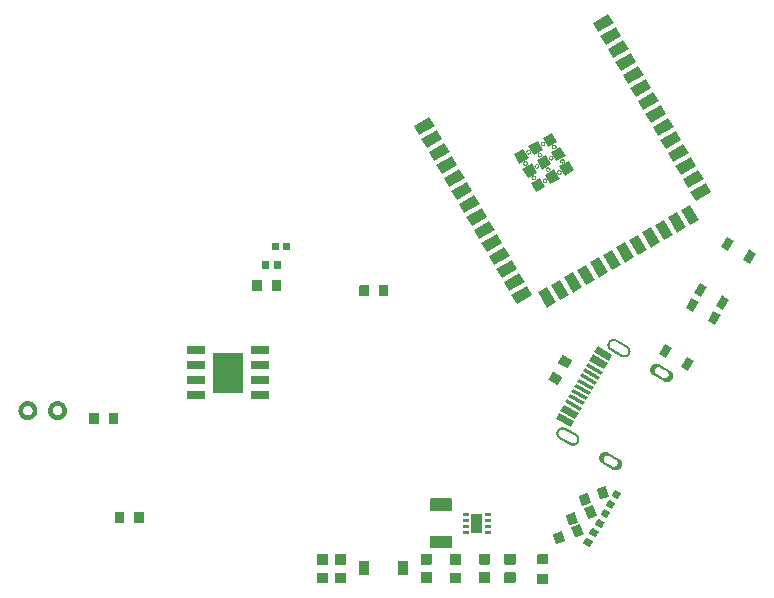
<source format=gbr>
%TF.GenerationSoftware,Flux,Pcbnew,7.0.11-7.0.11~ubuntu20.04.1*%
%TF.CreationDate,2024-08-16T09:23:18+00:00*%
%TF.ProjectId,input,696e7075-742e-46b6-9963-61645f706362,rev?*%
%TF.SameCoordinates,Original*%
%TF.FileFunction,Soldermask,Top*%
%TF.FilePolarity,Negative*%
%FSLAX46Y46*%
G04 Gerber Fmt 4.6, Leading zero omitted, Abs format (unit mm)*
G04 Filename: betterflipperzero*
G04 Build it with Flux! Visit our site at: https://www.flux.ai (PCBNEW 7.0.11-7.0.11~ubuntu20.04.1) date 2024-08-16 09:23:18*
%MOMM*%
%LPD*%
G01*
G04 APERTURE LIST*
G04 APERTURE END LIST*
%TO.C,*%
G36*
X33687956Y-19024952D02*
G01*
X33692593Y-19025409D01*
X33697190Y-19026168D01*
X33701727Y-19027226D01*
X33706186Y-19028579D01*
X33710546Y-19030220D01*
X33714790Y-19032143D01*
X33718899Y-19034339D01*
X33722856Y-19036799D01*
X33726643Y-19039513D01*
X33730245Y-19042469D01*
X33733645Y-19045654D01*
X33736830Y-19049055D01*
X33739786Y-19052656D01*
X33742500Y-19056443D01*
X33744960Y-19060400D01*
X33747157Y-19064509D01*
X33749079Y-19068753D01*
X33750721Y-19073114D01*
X33752073Y-19077572D01*
X33753131Y-19082110D01*
X33753890Y-19086707D01*
X33754347Y-19091343D01*
X33754499Y-19096000D01*
X33754499Y-19853600D01*
X33754347Y-19858257D01*
X33753890Y-19862893D01*
X33753131Y-19867490D01*
X33752073Y-19872028D01*
X33750721Y-19876486D01*
X33749079Y-19880847D01*
X33747157Y-19885091D01*
X33744960Y-19889200D01*
X33742500Y-19893157D01*
X33739786Y-19896944D01*
X33736830Y-19900545D01*
X33733645Y-19903946D01*
X33730245Y-19907131D01*
X33726643Y-19910087D01*
X33722856Y-19912801D01*
X33718899Y-19915261D01*
X33714790Y-19917457D01*
X33710546Y-19919380D01*
X33706186Y-19921021D01*
X33701727Y-19922374D01*
X33697190Y-19923432D01*
X33692593Y-19924191D01*
X33687956Y-19924648D01*
X33683299Y-19924800D01*
X32875699Y-19924800D01*
X32871043Y-19924648D01*
X32866406Y-19924191D01*
X32861809Y-19923432D01*
X32857271Y-19922374D01*
X32852813Y-19921021D01*
X32848452Y-19919380D01*
X32844208Y-19917457D01*
X32840099Y-19915261D01*
X32836143Y-19912801D01*
X32832355Y-19910087D01*
X32828754Y-19907131D01*
X32825353Y-19903946D01*
X32822168Y-19900545D01*
X32819212Y-19896944D01*
X32816499Y-19893157D01*
X32814038Y-19889200D01*
X32811842Y-19885091D01*
X32809919Y-19880847D01*
X32808278Y-19876486D01*
X32806925Y-19872028D01*
X32805867Y-19867490D01*
X32805108Y-19862893D01*
X32804652Y-19858257D01*
X32804499Y-19853600D01*
X32804499Y-19096000D01*
X32804652Y-19091343D01*
X32805108Y-19086707D01*
X32805867Y-19082110D01*
X32806925Y-19077572D01*
X32808278Y-19073114D01*
X32809919Y-19068753D01*
X32811842Y-19064509D01*
X32814038Y-19060400D01*
X32816499Y-19056443D01*
X32819212Y-19052656D01*
X32822168Y-19049055D01*
X32825353Y-19045654D01*
X32828754Y-19042469D01*
X32832355Y-19039513D01*
X32836143Y-19036799D01*
X32840099Y-19034339D01*
X32844208Y-19032143D01*
X32848452Y-19030220D01*
X32852813Y-19028579D01*
X32857271Y-19027226D01*
X32861809Y-19026168D01*
X32866406Y-19025409D01*
X32871043Y-19024952D01*
X32875699Y-19024800D01*
X33683299Y-19024800D01*
X33687956Y-19024952D01*
G37*
G36*
X33687957Y-20574952D02*
G01*
X33692594Y-20575409D01*
X33697191Y-20576168D01*
X33701729Y-20577226D01*
X33706187Y-20578579D01*
X33710548Y-20580220D01*
X33714792Y-20582143D01*
X33718901Y-20584339D01*
X33722857Y-20586799D01*
X33726645Y-20589513D01*
X33730246Y-20592469D01*
X33733647Y-20595654D01*
X33736832Y-20599055D01*
X33739788Y-20602656D01*
X33742501Y-20606443D01*
X33744962Y-20610400D01*
X33747158Y-20614509D01*
X33749081Y-20618753D01*
X33750722Y-20623114D01*
X33752075Y-20627572D01*
X33753133Y-20632110D01*
X33753892Y-20636707D01*
X33754348Y-20641343D01*
X33754501Y-20646000D01*
X33754501Y-21403600D01*
X33754348Y-21408257D01*
X33753892Y-21412893D01*
X33753133Y-21417490D01*
X33752075Y-21422028D01*
X33750722Y-21426486D01*
X33749081Y-21430847D01*
X33747158Y-21435091D01*
X33744962Y-21439200D01*
X33742501Y-21443157D01*
X33739788Y-21446944D01*
X33736832Y-21450545D01*
X33733647Y-21453946D01*
X33730246Y-21457131D01*
X33726645Y-21460087D01*
X33722857Y-21462801D01*
X33718901Y-21465261D01*
X33714792Y-21467457D01*
X33710548Y-21469380D01*
X33706187Y-21471021D01*
X33701729Y-21472374D01*
X33697191Y-21473432D01*
X33692594Y-21474191D01*
X33687957Y-21474648D01*
X33683301Y-21474800D01*
X32875701Y-21474800D01*
X32871044Y-21474648D01*
X32866407Y-21474191D01*
X32861810Y-21473432D01*
X32857273Y-21472374D01*
X32852814Y-21471021D01*
X32848454Y-21469380D01*
X32844210Y-21467457D01*
X32840101Y-21465261D01*
X32836144Y-21462801D01*
X32832357Y-21460087D01*
X32828755Y-21457131D01*
X32825355Y-21453946D01*
X32822170Y-21450545D01*
X32819214Y-21446944D01*
X32816500Y-21443157D01*
X32814040Y-21439200D01*
X32811843Y-21435091D01*
X32809921Y-21430847D01*
X32808279Y-21426486D01*
X32806927Y-21422028D01*
X32805869Y-21417490D01*
X32805110Y-21412893D01*
X32804653Y-21408257D01*
X32804501Y-21403600D01*
X32804501Y-20646000D01*
X32804653Y-20641343D01*
X32805110Y-20636707D01*
X32805869Y-20632110D01*
X32806927Y-20627572D01*
X32808279Y-20623114D01*
X32809921Y-20618753D01*
X32811843Y-20614509D01*
X32814040Y-20610400D01*
X32816500Y-20606443D01*
X32819214Y-20602656D01*
X32822170Y-20599055D01*
X32825355Y-20595654D01*
X32828755Y-20592469D01*
X32832357Y-20589513D01*
X32836144Y-20586799D01*
X32840101Y-20584339D01*
X32844210Y-20582143D01*
X32848454Y-20580220D01*
X32852814Y-20578579D01*
X32857273Y-20577226D01*
X32861810Y-20576168D01*
X32866407Y-20575409D01*
X32871044Y-20574952D01*
X32875701Y-20574800D01*
X33683301Y-20574800D01*
X33687957Y-20574952D01*
G37*
G36*
X43439856Y-19024952D02*
G01*
X43444493Y-19025409D01*
X43449090Y-19026168D01*
X43453627Y-19027226D01*
X43458086Y-19028579D01*
X43462446Y-19030220D01*
X43466690Y-19032143D01*
X43470799Y-19034339D01*
X43474756Y-19036799D01*
X43478543Y-19039513D01*
X43482145Y-19042469D01*
X43485545Y-19045654D01*
X43488730Y-19049055D01*
X43491686Y-19052656D01*
X43494400Y-19056443D01*
X43496860Y-19060400D01*
X43499057Y-19064509D01*
X43500979Y-19068753D01*
X43502621Y-19073114D01*
X43503973Y-19077572D01*
X43505031Y-19082110D01*
X43505790Y-19086707D01*
X43506247Y-19091343D01*
X43506399Y-19096000D01*
X43506399Y-19853600D01*
X43506247Y-19858257D01*
X43505790Y-19862893D01*
X43505031Y-19867490D01*
X43503973Y-19872028D01*
X43502621Y-19876486D01*
X43500979Y-19880847D01*
X43499057Y-19885091D01*
X43496860Y-19889200D01*
X43494400Y-19893157D01*
X43491686Y-19896944D01*
X43488730Y-19900545D01*
X43485545Y-19903946D01*
X43482145Y-19907131D01*
X43478543Y-19910087D01*
X43474756Y-19912801D01*
X43470799Y-19915261D01*
X43466690Y-19917457D01*
X43462446Y-19919380D01*
X43458086Y-19921021D01*
X43453627Y-19922374D01*
X43449090Y-19923432D01*
X43444493Y-19924191D01*
X43439856Y-19924648D01*
X43435199Y-19924800D01*
X42627599Y-19924800D01*
X42622943Y-19924648D01*
X42618306Y-19924191D01*
X42613709Y-19923432D01*
X42609171Y-19922374D01*
X42604713Y-19921021D01*
X42600352Y-19919380D01*
X42596108Y-19917457D01*
X42591999Y-19915261D01*
X42588043Y-19912801D01*
X42584255Y-19910087D01*
X42580654Y-19907131D01*
X42577253Y-19903946D01*
X42574068Y-19900545D01*
X42571112Y-19896944D01*
X42568399Y-19893157D01*
X42565938Y-19889200D01*
X42563742Y-19885091D01*
X42561819Y-19880847D01*
X42560178Y-19876486D01*
X42558825Y-19872028D01*
X42557767Y-19867490D01*
X42557008Y-19862893D01*
X42556552Y-19858257D01*
X42556399Y-19853600D01*
X42556399Y-19096000D01*
X42556552Y-19091343D01*
X42557008Y-19086707D01*
X42557767Y-19082110D01*
X42558825Y-19077572D01*
X42560178Y-19073114D01*
X42561819Y-19068753D01*
X42563742Y-19064509D01*
X42565938Y-19060400D01*
X42568399Y-19056443D01*
X42571112Y-19052656D01*
X42574068Y-19049055D01*
X42577253Y-19045654D01*
X42580654Y-19042469D01*
X42584255Y-19039513D01*
X42588043Y-19036799D01*
X42591999Y-19034339D01*
X42596108Y-19032143D01*
X42600352Y-19030220D01*
X42604713Y-19028579D01*
X42609171Y-19027226D01*
X42613709Y-19026168D01*
X42618306Y-19025409D01*
X42622943Y-19024952D01*
X42627599Y-19024800D01*
X43435199Y-19024800D01*
X43439856Y-19024952D01*
G37*
G36*
X43439857Y-20574952D02*
G01*
X43444494Y-20575409D01*
X43449091Y-20576168D01*
X43453629Y-20577226D01*
X43458087Y-20578579D01*
X43462448Y-20580220D01*
X43466692Y-20582143D01*
X43470801Y-20584339D01*
X43474757Y-20586799D01*
X43478545Y-20589513D01*
X43482146Y-20592469D01*
X43485547Y-20595654D01*
X43488732Y-20599055D01*
X43491688Y-20602656D01*
X43494401Y-20606443D01*
X43496862Y-20610400D01*
X43499058Y-20614509D01*
X43500981Y-20618753D01*
X43502622Y-20623114D01*
X43503975Y-20627572D01*
X43505033Y-20632110D01*
X43505792Y-20636707D01*
X43506248Y-20641343D01*
X43506401Y-20646000D01*
X43506401Y-21403600D01*
X43506248Y-21408257D01*
X43505792Y-21412893D01*
X43505033Y-21417490D01*
X43503975Y-21422028D01*
X43502622Y-21426486D01*
X43500981Y-21430847D01*
X43499058Y-21435091D01*
X43496862Y-21439200D01*
X43494401Y-21443157D01*
X43491688Y-21446944D01*
X43488732Y-21450545D01*
X43485547Y-21453946D01*
X43482146Y-21457131D01*
X43478545Y-21460087D01*
X43474757Y-21462801D01*
X43470801Y-21465261D01*
X43466692Y-21467457D01*
X43462448Y-21469380D01*
X43458087Y-21471021D01*
X43453629Y-21472374D01*
X43449091Y-21473432D01*
X43444494Y-21474191D01*
X43439857Y-21474648D01*
X43435201Y-21474800D01*
X42627601Y-21474800D01*
X42622944Y-21474648D01*
X42618307Y-21474191D01*
X42613710Y-21473432D01*
X42609173Y-21472374D01*
X42604714Y-21471021D01*
X42600354Y-21469380D01*
X42596110Y-21467457D01*
X42592001Y-21465261D01*
X42588044Y-21462801D01*
X42584257Y-21460087D01*
X42580655Y-21457131D01*
X42577255Y-21453946D01*
X42574070Y-21450545D01*
X42571114Y-21446944D01*
X42568400Y-21443157D01*
X42565940Y-21439200D01*
X42563743Y-21435091D01*
X42561821Y-21430847D01*
X42560179Y-21426486D01*
X42558827Y-21422028D01*
X42557769Y-21417490D01*
X42557010Y-21412893D01*
X42556553Y-21408257D01*
X42556401Y-21403600D01*
X42556401Y-20646000D01*
X42556553Y-20641343D01*
X42557010Y-20636707D01*
X42557769Y-20632110D01*
X42558827Y-20627572D01*
X42560179Y-20623114D01*
X42561821Y-20618753D01*
X42563743Y-20614509D01*
X42565940Y-20610400D01*
X42568400Y-20606443D01*
X42571114Y-20602656D01*
X42574070Y-20599055D01*
X42577255Y-20595654D01*
X42580655Y-20592469D01*
X42584257Y-20589513D01*
X42588044Y-20586799D01*
X42592001Y-20584339D01*
X42596110Y-20582143D01*
X42600354Y-20580220D01*
X42604714Y-20578579D01*
X42609173Y-20577226D01*
X42613710Y-20576168D01*
X42618307Y-20575409D01*
X42622944Y-20574952D01*
X42627601Y-20574800D01*
X43435201Y-20574800D01*
X43439857Y-20574952D01*
G37*
G36*
X50787754Y-19045852D02*
G01*
X50792390Y-19046309D01*
X50796987Y-19047068D01*
X50801525Y-19048126D01*
X50805983Y-19049479D01*
X50810344Y-19051120D01*
X50814588Y-19053043D01*
X50818697Y-19055239D01*
X50822654Y-19057699D01*
X50826441Y-19060413D01*
X50830042Y-19063369D01*
X50833443Y-19066554D01*
X50836628Y-19069955D01*
X50839584Y-19073556D01*
X50842298Y-19077343D01*
X50844758Y-19081300D01*
X50846954Y-19085409D01*
X50848877Y-19089653D01*
X50850518Y-19094014D01*
X50851871Y-19098472D01*
X50852929Y-19103010D01*
X50853688Y-19107607D01*
X50854145Y-19112243D01*
X50854297Y-19116900D01*
X50854297Y-19774500D01*
X50854145Y-19779157D01*
X50853688Y-19783793D01*
X50852929Y-19788390D01*
X50851871Y-19792928D01*
X50850518Y-19797386D01*
X50848877Y-19801747D01*
X50846954Y-19805991D01*
X50844758Y-19810100D01*
X50842298Y-19814057D01*
X50839584Y-19817844D01*
X50836628Y-19821445D01*
X50833443Y-19824846D01*
X50830042Y-19828031D01*
X50826441Y-19830987D01*
X50822654Y-19833701D01*
X50818697Y-19836161D01*
X50814588Y-19838357D01*
X50810344Y-19840280D01*
X50805983Y-19841921D01*
X50801525Y-19843274D01*
X50796987Y-19844332D01*
X50792390Y-19845091D01*
X50787754Y-19845548D01*
X50783097Y-19845700D01*
X49975497Y-19845700D01*
X49970840Y-19845548D01*
X49966204Y-19845091D01*
X49961607Y-19844332D01*
X49957069Y-19843274D01*
X49952610Y-19841921D01*
X49948250Y-19840280D01*
X49944006Y-19838357D01*
X49939897Y-19836161D01*
X49935940Y-19833701D01*
X49932153Y-19830987D01*
X49928552Y-19828031D01*
X49925151Y-19824846D01*
X49921966Y-19821445D01*
X49919010Y-19817844D01*
X49916296Y-19814057D01*
X49913836Y-19810100D01*
X49911640Y-19805991D01*
X49909717Y-19801747D01*
X49908076Y-19797386D01*
X49906723Y-19792928D01*
X49905665Y-19788390D01*
X49904906Y-19783793D01*
X49904449Y-19779157D01*
X49904297Y-19774500D01*
X49904297Y-19116900D01*
X49904449Y-19112243D01*
X49904906Y-19107607D01*
X49905665Y-19103010D01*
X49906723Y-19098472D01*
X49908076Y-19094014D01*
X49909717Y-19089653D01*
X49911640Y-19085409D01*
X49913836Y-19081300D01*
X49916296Y-19077343D01*
X49919010Y-19073556D01*
X49921966Y-19069955D01*
X49925151Y-19066554D01*
X49928552Y-19063369D01*
X49932153Y-19060413D01*
X49935940Y-19057699D01*
X49939897Y-19055239D01*
X49944006Y-19053043D01*
X49948250Y-19051120D01*
X49952610Y-19049479D01*
X49957069Y-19048126D01*
X49961607Y-19047068D01*
X49966204Y-19046309D01*
X49970840Y-19045852D01*
X49975497Y-19045700D01*
X50783097Y-19045700D01*
X50787754Y-19045852D01*
G37*
G36*
X50787760Y-20695852D02*
G01*
X50792396Y-20696309D01*
X50796993Y-20697068D01*
X50801531Y-20698126D01*
X50805990Y-20699479D01*
X50810350Y-20701120D01*
X50814594Y-20703043D01*
X50818703Y-20705239D01*
X50822660Y-20707699D01*
X50826447Y-20710413D01*
X50830048Y-20713369D01*
X50833449Y-20716554D01*
X50836634Y-20719955D01*
X50839590Y-20723556D01*
X50842304Y-20727343D01*
X50844764Y-20731300D01*
X50846960Y-20735409D01*
X50848883Y-20739653D01*
X50850524Y-20744014D01*
X50851877Y-20748472D01*
X50852935Y-20753010D01*
X50853694Y-20757607D01*
X50854151Y-20762243D01*
X50854303Y-20766900D01*
X50854303Y-21424500D01*
X50854151Y-21429157D01*
X50853694Y-21433793D01*
X50852935Y-21438390D01*
X50851877Y-21442928D01*
X50850524Y-21447386D01*
X50848883Y-21451747D01*
X50846960Y-21455991D01*
X50844764Y-21460100D01*
X50842304Y-21464057D01*
X50839590Y-21467844D01*
X50836634Y-21471445D01*
X50833449Y-21474846D01*
X50830048Y-21478031D01*
X50826447Y-21480987D01*
X50822660Y-21483701D01*
X50818703Y-21486161D01*
X50814594Y-21488357D01*
X50810350Y-21490280D01*
X50805990Y-21491921D01*
X50801531Y-21493274D01*
X50796993Y-21494332D01*
X50792396Y-21495091D01*
X50787760Y-21495548D01*
X50783103Y-21495700D01*
X49975503Y-21495700D01*
X49970846Y-21495548D01*
X49966210Y-21495091D01*
X49961613Y-21494332D01*
X49957075Y-21493274D01*
X49952617Y-21491921D01*
X49948256Y-21490280D01*
X49944012Y-21488357D01*
X49939903Y-21486161D01*
X49935946Y-21483701D01*
X49932159Y-21480987D01*
X49928558Y-21478031D01*
X49925157Y-21474846D01*
X49921972Y-21471445D01*
X49919016Y-21467844D01*
X49916302Y-21464057D01*
X49913842Y-21460100D01*
X49911646Y-21455991D01*
X49909723Y-21451747D01*
X49908082Y-21447386D01*
X49906729Y-21442928D01*
X49905671Y-21438390D01*
X49904912Y-21433793D01*
X49904455Y-21429157D01*
X49904303Y-21424500D01*
X49904303Y-20766900D01*
X49904455Y-20762243D01*
X49904912Y-20757607D01*
X49905671Y-20753010D01*
X49906729Y-20748472D01*
X49908082Y-20744014D01*
X49909723Y-20739653D01*
X49911646Y-20735409D01*
X49913842Y-20731300D01*
X49916302Y-20727343D01*
X49919016Y-20723556D01*
X49921972Y-20719955D01*
X49925157Y-20716554D01*
X49928558Y-20713369D01*
X49932159Y-20710413D01*
X49935946Y-20707699D01*
X49939903Y-20705239D01*
X49944012Y-20703043D01*
X49948256Y-20701120D01*
X49952617Y-20699479D01*
X49957075Y-20698126D01*
X49961613Y-20697068D01*
X49966210Y-20696309D01*
X49970846Y-20695852D01*
X49975503Y-20695700D01*
X50783103Y-20695700D01*
X50787760Y-20695852D01*
G37*
G36*
X52105091Y-2179288D02*
G01*
X52109688Y-2180047D01*
X52114225Y-2181105D01*
X52118684Y-2182457D01*
X52123044Y-2184099D01*
X52127288Y-2186022D01*
X52131397Y-2188218D01*
X52830799Y-2592018D01*
X52834756Y-2594478D01*
X52838543Y-2597192D01*
X52842145Y-2600148D01*
X52845545Y-2603333D01*
X52848730Y-2606733D01*
X52851686Y-2610335D01*
X52854400Y-2614122D01*
X52856860Y-2618079D01*
X52859057Y-2622188D01*
X52860980Y-2626432D01*
X52862621Y-2630792D01*
X52863973Y-2635251D01*
X52865031Y-2639788D01*
X52865790Y-2644385D01*
X52866247Y-2649022D01*
X52866247Y-2658336D01*
X52865790Y-2662972D01*
X52865031Y-2667569D01*
X52863973Y-2672107D01*
X52862621Y-2676565D01*
X52860980Y-2680926D01*
X52859057Y-2685170D01*
X52856860Y-2689279D01*
X52528060Y-3258777D01*
X52525600Y-3262734D01*
X52522886Y-3266521D01*
X52519930Y-3270123D01*
X52516745Y-3273523D01*
X52513345Y-3276708D01*
X52509743Y-3279664D01*
X52505956Y-3282378D01*
X52501999Y-3284838D01*
X52497890Y-3287035D01*
X52493646Y-3288957D01*
X52489286Y-3290599D01*
X52484827Y-3291951D01*
X52480290Y-3293009D01*
X52475693Y-3293768D01*
X52471056Y-3294225D01*
X52461743Y-3294225D01*
X52457106Y-3293768D01*
X52452509Y-3293009D01*
X52447971Y-3291951D01*
X52443513Y-3290599D01*
X52439152Y-3288957D01*
X52434908Y-3287035D01*
X52430799Y-3284838D01*
X51731397Y-2881038D01*
X51727441Y-2878578D01*
X51723653Y-2875864D01*
X51720052Y-2872908D01*
X51716651Y-2869723D01*
X51713466Y-2866323D01*
X51710510Y-2862721D01*
X51707797Y-2858934D01*
X51705336Y-2854977D01*
X51703140Y-2850868D01*
X51701217Y-2846624D01*
X51699576Y-2842264D01*
X51698223Y-2837805D01*
X51697165Y-2833268D01*
X51696406Y-2828671D01*
X51695950Y-2824034D01*
X51695950Y-2814720D01*
X51696406Y-2810084D01*
X51697165Y-2805487D01*
X51698223Y-2800949D01*
X51699576Y-2796491D01*
X51701217Y-2792130D01*
X51703140Y-2787886D01*
X51705336Y-2783777D01*
X52034136Y-2214279D01*
X52036597Y-2210322D01*
X52039310Y-2206535D01*
X52042266Y-2202933D01*
X52045451Y-2199533D01*
X52048852Y-2196348D01*
X52052453Y-2193392D01*
X52056241Y-2190678D01*
X52060197Y-2188218D01*
X52064306Y-2186022D01*
X52068550Y-2184099D01*
X52072911Y-2182457D01*
X52077369Y-2181105D01*
X52081907Y-2180047D01*
X52086504Y-2179288D01*
X52091140Y-2178831D01*
X52100454Y-2178831D01*
X52105091Y-2179288D01*
G37*
G36*
X51280094Y-3608232D02*
G01*
X51284691Y-3608991D01*
X51289229Y-3610049D01*
X51293687Y-3611401D01*
X51298048Y-3613043D01*
X51302292Y-3614965D01*
X51306401Y-3617162D01*
X52005803Y-4020962D01*
X52009759Y-4023422D01*
X52013547Y-4026136D01*
X52017148Y-4029092D01*
X52020549Y-4032277D01*
X52023734Y-4035677D01*
X52026690Y-4039279D01*
X52029403Y-4043066D01*
X52031864Y-4047023D01*
X52034060Y-4051132D01*
X52035983Y-4055376D01*
X52037624Y-4059736D01*
X52038977Y-4064195D01*
X52040035Y-4068732D01*
X52040794Y-4073329D01*
X52041250Y-4077966D01*
X52041250Y-4087280D01*
X52040794Y-4091916D01*
X52040035Y-4096513D01*
X52038977Y-4101051D01*
X52037624Y-4105509D01*
X52035983Y-4109870D01*
X52034060Y-4114114D01*
X52031864Y-4118223D01*
X51703064Y-4687721D01*
X51700603Y-4691678D01*
X51697890Y-4695465D01*
X51694934Y-4699067D01*
X51691749Y-4702467D01*
X51688348Y-4705652D01*
X51684747Y-4708608D01*
X51680959Y-4711322D01*
X51677003Y-4713782D01*
X51672894Y-4715978D01*
X51668650Y-4717901D01*
X51664289Y-4719543D01*
X51659831Y-4720895D01*
X51655293Y-4721953D01*
X51650696Y-4722712D01*
X51646060Y-4723169D01*
X51636746Y-4723169D01*
X51632109Y-4722712D01*
X51627512Y-4721953D01*
X51622975Y-4720895D01*
X51618516Y-4719543D01*
X51614156Y-4717901D01*
X51609912Y-4715978D01*
X51605803Y-4713782D01*
X50906401Y-4309982D01*
X50902444Y-4307522D01*
X50898657Y-4304808D01*
X50895055Y-4301852D01*
X50891655Y-4298667D01*
X50888470Y-4295267D01*
X50885514Y-4291665D01*
X50882800Y-4287878D01*
X50880340Y-4283921D01*
X50878143Y-4279812D01*
X50876220Y-4275568D01*
X50874579Y-4271208D01*
X50873227Y-4266749D01*
X50872169Y-4262212D01*
X50871410Y-4257615D01*
X50870953Y-4252978D01*
X50870953Y-4243664D01*
X50871410Y-4239028D01*
X50872169Y-4234431D01*
X50873227Y-4229893D01*
X50874579Y-4225435D01*
X50876220Y-4221074D01*
X50878143Y-4216830D01*
X50880340Y-4212721D01*
X51209140Y-3643223D01*
X51211600Y-3639266D01*
X51214314Y-3635479D01*
X51217270Y-3631877D01*
X51220455Y-3628477D01*
X51223855Y-3625292D01*
X51227457Y-3622336D01*
X51231244Y-3619622D01*
X51235201Y-3617162D01*
X51239310Y-3614965D01*
X51243554Y-3613043D01*
X51247914Y-3611401D01*
X51252373Y-3610049D01*
X51256910Y-3608991D01*
X51261507Y-3608232D01*
X51266144Y-3607775D01*
X51275457Y-3607775D01*
X51280094Y-3608232D01*
G37*
G36*
X39014800Y-20766000D02*
G01*
X38114800Y-20766000D01*
X38114800Y-19566000D01*
X39014800Y-19566000D01*
X39014800Y-20766000D01*
G37*
G36*
X35714800Y-20766000D02*
G01*
X34814800Y-20766000D01*
X34814800Y-19566000D01*
X35714800Y-19566000D01*
X35714800Y-20766000D01*
G37*
G36*
X42596214Y-14304305D02*
G01*
X42605494Y-14305219D01*
X42614695Y-14306738D01*
X42623776Y-14308856D01*
X42632699Y-14311562D01*
X42641427Y-14314847D01*
X42649920Y-14318696D01*
X42658144Y-14323091D01*
X42666063Y-14328016D01*
X42673643Y-14333447D01*
X42680851Y-14339363D01*
X42687657Y-14345737D01*
X42694031Y-14352543D01*
X42699947Y-14359751D01*
X42705379Y-14367331D01*
X42710303Y-14375250D01*
X42714699Y-14383474D01*
X42718547Y-14391968D01*
X42721832Y-14400695D01*
X42724539Y-14409618D01*
X42726656Y-14418700D01*
X42728175Y-14427900D01*
X42729089Y-14437180D01*
X42729394Y-14446500D01*
X42729394Y-15211500D01*
X42729089Y-15220820D01*
X42728175Y-15230100D01*
X42726656Y-15239300D01*
X42724539Y-15248382D01*
X42721832Y-15257305D01*
X42718547Y-15266032D01*
X42714699Y-15274526D01*
X42710303Y-15282750D01*
X42705379Y-15290669D01*
X42699947Y-15298249D01*
X42694031Y-15305457D01*
X42687657Y-15312263D01*
X42680851Y-15318637D01*
X42673643Y-15324553D01*
X42666063Y-15329984D01*
X42658144Y-15334909D01*
X42649920Y-15339304D01*
X42641427Y-15343153D01*
X42632699Y-15346438D01*
X42623776Y-15349144D01*
X42614695Y-15351262D01*
X42605494Y-15352781D01*
X42596214Y-15353695D01*
X42586894Y-15354000D01*
X40971894Y-15354000D01*
X40962574Y-15353695D01*
X40953294Y-15352781D01*
X40944094Y-15351262D01*
X40935013Y-15349144D01*
X40926089Y-15346438D01*
X40917362Y-15343153D01*
X40908868Y-15339304D01*
X40900644Y-15334909D01*
X40892725Y-15329984D01*
X40885146Y-15324553D01*
X40877937Y-15318637D01*
X40871131Y-15312263D01*
X40864757Y-15305457D01*
X40858841Y-15298249D01*
X40853410Y-15290669D01*
X40848486Y-15282750D01*
X40844090Y-15274526D01*
X40840241Y-15266032D01*
X40836957Y-15257305D01*
X40834250Y-15248382D01*
X40832132Y-15239300D01*
X40830613Y-15230100D01*
X40829699Y-15220820D01*
X40829394Y-15211500D01*
X40829394Y-14446500D01*
X40829699Y-14437180D01*
X40830613Y-14427900D01*
X40832132Y-14418700D01*
X40834250Y-14409618D01*
X40836957Y-14400695D01*
X40840241Y-14391968D01*
X40844090Y-14383474D01*
X40848486Y-14375250D01*
X40853410Y-14367331D01*
X40858841Y-14359751D01*
X40864757Y-14352543D01*
X40871131Y-14345737D01*
X40877937Y-14339363D01*
X40885146Y-14333447D01*
X40892725Y-14328016D01*
X40900644Y-14323091D01*
X40908868Y-14318696D01*
X40917362Y-14314847D01*
X40926089Y-14311562D01*
X40935013Y-14308856D01*
X40944094Y-14306738D01*
X40953294Y-14305219D01*
X40962574Y-14304305D01*
X40971894Y-14304000D01*
X42586894Y-14304000D01*
X42596214Y-14304305D01*
G37*
G36*
X42596226Y-17454305D02*
G01*
X42605506Y-17455219D01*
X42614706Y-17456738D01*
X42623787Y-17458856D01*
X42632711Y-17461562D01*
X42641438Y-17464847D01*
X42649932Y-17468696D01*
X42658156Y-17473091D01*
X42666075Y-17478016D01*
X42673654Y-17483447D01*
X42680863Y-17489363D01*
X42687669Y-17495737D01*
X42694043Y-17502543D01*
X42699959Y-17509751D01*
X42705390Y-17517331D01*
X42710314Y-17525250D01*
X42714710Y-17533474D01*
X42718559Y-17541968D01*
X42721843Y-17550695D01*
X42724550Y-17559618D01*
X42726668Y-17568700D01*
X42728187Y-17577900D01*
X42729101Y-17587180D01*
X42729406Y-17596500D01*
X42729406Y-18361500D01*
X42729101Y-18370820D01*
X42728187Y-18380100D01*
X42726668Y-18389300D01*
X42724550Y-18398382D01*
X42721843Y-18407305D01*
X42718559Y-18416032D01*
X42714710Y-18424526D01*
X42710314Y-18432750D01*
X42705390Y-18440669D01*
X42699959Y-18448249D01*
X42694043Y-18455457D01*
X42687669Y-18462263D01*
X42680863Y-18468637D01*
X42673654Y-18474553D01*
X42666075Y-18479984D01*
X42658156Y-18484909D01*
X42649932Y-18489304D01*
X42641438Y-18493153D01*
X42632711Y-18496438D01*
X42623787Y-18499144D01*
X42614706Y-18501262D01*
X42605506Y-18502781D01*
X42596226Y-18503695D01*
X42586906Y-18504000D01*
X40971906Y-18504000D01*
X40962586Y-18503695D01*
X40953306Y-18502781D01*
X40944105Y-18501262D01*
X40935024Y-18499144D01*
X40926101Y-18496438D01*
X40917373Y-18493153D01*
X40908880Y-18489304D01*
X40900656Y-18484909D01*
X40892737Y-18479984D01*
X40885157Y-18474553D01*
X40877949Y-18468637D01*
X40871143Y-18462263D01*
X40864769Y-18455457D01*
X40858853Y-18448249D01*
X40853421Y-18440669D01*
X40848497Y-18432750D01*
X40844101Y-18424526D01*
X40840253Y-18416032D01*
X40836968Y-18407305D01*
X40834261Y-18398382D01*
X40832144Y-18389300D01*
X40830625Y-18380100D01*
X40829711Y-18370820D01*
X40829406Y-18361500D01*
X40829406Y-17596500D01*
X40829711Y-17587180D01*
X40830625Y-17577900D01*
X40832144Y-17568700D01*
X40834261Y-17559618D01*
X40836968Y-17550695D01*
X40840253Y-17541968D01*
X40844101Y-17533474D01*
X40848497Y-17525250D01*
X40853421Y-17517331D01*
X40858853Y-17509751D01*
X40864769Y-17502543D01*
X40871143Y-17495737D01*
X40877949Y-17489363D01*
X40885157Y-17483447D01*
X40892737Y-17478016D01*
X40900656Y-17473091D01*
X40908880Y-17468696D01*
X40917373Y-17464847D01*
X40926101Y-17461562D01*
X40935024Y-17458856D01*
X40944105Y-17456738D01*
X40953306Y-17455219D01*
X40962586Y-17454305D01*
X40971906Y-17454000D01*
X42586906Y-17454000D01*
X42596226Y-17454305D01*
G37*
G36*
X56034081Y-14400617D02*
G01*
X56040306Y-14401437D01*
X56046371Y-14403062D01*
X56049311Y-14404168D01*
X56054942Y-14406945D01*
X56526060Y-14678945D01*
X56531280Y-14682434D01*
X56533709Y-14684426D01*
X56538148Y-14688866D01*
X56541970Y-14693847D01*
X56543629Y-14696515D01*
X56546406Y-14702146D01*
X56547513Y-14705086D01*
X56549138Y-14711150D01*
X56549649Y-14714249D01*
X56550060Y-14720515D01*
X56549957Y-14723654D01*
X56549138Y-14729879D01*
X56547513Y-14735944D01*
X56546406Y-14738883D01*
X56543629Y-14744515D01*
X56296629Y-15172331D01*
X56293141Y-15177552D01*
X56291148Y-15179980D01*
X56286709Y-15184420D01*
X56281727Y-15188242D01*
X56279060Y-15189900D01*
X56273429Y-15192677D01*
X56270489Y-15193784D01*
X56264424Y-15195409D01*
X56261325Y-15195921D01*
X56255060Y-15196331D01*
X56251921Y-15196228D01*
X56245696Y-15195409D01*
X56239631Y-15193784D01*
X56236691Y-15192677D01*
X56231060Y-15189900D01*
X55759942Y-14917900D01*
X55754722Y-14914412D01*
X55752294Y-14912420D01*
X55747854Y-14907980D01*
X55744032Y-14902999D01*
X55742373Y-14900331D01*
X55739596Y-14894700D01*
X55738489Y-14891760D01*
X55736864Y-14885696D01*
X55736353Y-14882596D01*
X55735942Y-14876331D01*
X55736045Y-14873192D01*
X55736864Y-14866967D01*
X55738489Y-14860902D01*
X55739596Y-14857962D01*
X55742373Y-14852331D01*
X55989373Y-14424515D01*
X55992861Y-14419294D01*
X55994854Y-14416866D01*
X55999294Y-14412426D01*
X56004275Y-14408604D01*
X56006942Y-14406945D01*
X56012573Y-14404168D01*
X56015513Y-14403062D01*
X56021578Y-14401437D01*
X56024677Y-14400925D01*
X56030942Y-14400515D01*
X56034081Y-14400617D01*
G37*
G36*
X56519079Y-13560572D02*
G01*
X56525304Y-13561391D01*
X56531369Y-13563016D01*
X56534309Y-13564123D01*
X56539940Y-13566900D01*
X57011058Y-13838900D01*
X57016278Y-13842388D01*
X57018706Y-13844380D01*
X57023146Y-13848820D01*
X57026968Y-13853801D01*
X57028627Y-13856469D01*
X57031404Y-13862100D01*
X57032511Y-13865040D01*
X57034136Y-13871104D01*
X57034647Y-13874204D01*
X57035058Y-13880469D01*
X57034955Y-13883608D01*
X57034136Y-13889833D01*
X57032511Y-13895898D01*
X57031404Y-13898838D01*
X57028627Y-13904469D01*
X56781627Y-14332285D01*
X56778139Y-14337506D01*
X56776146Y-14339934D01*
X56771706Y-14344374D01*
X56766725Y-14348196D01*
X56764058Y-14349855D01*
X56758427Y-14352632D01*
X56755487Y-14353738D01*
X56749422Y-14355363D01*
X56746323Y-14355875D01*
X56740058Y-14356285D01*
X56736919Y-14356183D01*
X56730694Y-14355363D01*
X56724629Y-14353738D01*
X56721689Y-14352632D01*
X56716058Y-14349855D01*
X56244940Y-14077855D01*
X56239720Y-14074366D01*
X56237291Y-14072374D01*
X56232852Y-14067934D01*
X56229030Y-14062953D01*
X56227371Y-14060285D01*
X56224594Y-14054654D01*
X56223487Y-14051714D01*
X56221862Y-14045650D01*
X56221351Y-14042551D01*
X56220940Y-14036285D01*
X56221043Y-14033146D01*
X56221862Y-14026921D01*
X56223487Y-14020856D01*
X56224594Y-14017917D01*
X56227371Y-14012285D01*
X56474371Y-13584469D01*
X56477859Y-13579248D01*
X56479852Y-13576820D01*
X56484291Y-13572380D01*
X56489273Y-13568558D01*
X56491940Y-13566900D01*
X56497571Y-13564123D01*
X56500511Y-13563016D01*
X56506576Y-13561391D01*
X56509675Y-13560879D01*
X56515940Y-13560469D01*
X56519079Y-13560572D01*
G37*
G36*
X48020560Y-20545852D02*
G01*
X48025196Y-20546309D01*
X48029793Y-20547068D01*
X48034331Y-20548126D01*
X48038789Y-20549479D01*
X48043150Y-20551120D01*
X48047394Y-20553043D01*
X48051503Y-20555239D01*
X48055459Y-20557699D01*
X48059247Y-20560413D01*
X48062848Y-20563369D01*
X48066249Y-20566554D01*
X48069434Y-20569955D01*
X48072390Y-20573556D01*
X48075103Y-20577343D01*
X48077564Y-20581300D01*
X48079760Y-20585409D01*
X48081683Y-20589653D01*
X48083324Y-20594014D01*
X48084677Y-20598472D01*
X48085735Y-20603010D01*
X48086494Y-20607607D01*
X48086950Y-20612243D01*
X48087103Y-20616900D01*
X48087103Y-21374500D01*
X48086950Y-21379157D01*
X48086494Y-21383793D01*
X48085735Y-21388390D01*
X48084677Y-21392928D01*
X48083324Y-21397386D01*
X48081683Y-21401747D01*
X48079760Y-21405991D01*
X48077564Y-21410100D01*
X48075103Y-21414057D01*
X48072390Y-21417844D01*
X48069434Y-21421445D01*
X48066249Y-21424846D01*
X48062848Y-21428031D01*
X48059247Y-21430987D01*
X48055459Y-21433701D01*
X48051503Y-21436161D01*
X48047394Y-21438357D01*
X48043150Y-21440280D01*
X48038789Y-21441921D01*
X48034331Y-21443274D01*
X48029793Y-21444332D01*
X48025196Y-21445091D01*
X48020560Y-21445548D01*
X48015903Y-21445700D01*
X47208303Y-21445700D01*
X47203646Y-21445548D01*
X47199009Y-21445091D01*
X47194412Y-21444332D01*
X47189875Y-21443274D01*
X47185416Y-21441921D01*
X47181056Y-21440280D01*
X47176812Y-21438357D01*
X47172703Y-21436161D01*
X47168746Y-21433701D01*
X47164959Y-21430987D01*
X47161357Y-21428031D01*
X47157957Y-21424846D01*
X47154772Y-21421445D01*
X47151816Y-21417844D01*
X47149102Y-21414057D01*
X47146642Y-21410100D01*
X47144446Y-21405991D01*
X47142523Y-21401747D01*
X47140881Y-21397386D01*
X47139529Y-21392928D01*
X47138471Y-21388390D01*
X47137712Y-21383793D01*
X47137255Y-21379157D01*
X47137103Y-21374500D01*
X47137103Y-20616900D01*
X47137255Y-20612243D01*
X47137712Y-20607607D01*
X47138471Y-20603010D01*
X47139529Y-20598472D01*
X47140881Y-20594014D01*
X47142523Y-20589653D01*
X47144446Y-20585409D01*
X47146642Y-20581300D01*
X47149102Y-20577343D01*
X47151816Y-20573556D01*
X47154772Y-20569955D01*
X47157957Y-20566554D01*
X47161357Y-20563369D01*
X47164959Y-20560413D01*
X47168746Y-20557699D01*
X47172703Y-20555239D01*
X47176812Y-20553043D01*
X47181056Y-20551120D01*
X47185416Y-20549479D01*
X47189875Y-20548126D01*
X47194412Y-20547068D01*
X47199009Y-20546309D01*
X47203646Y-20545852D01*
X47208303Y-20545700D01*
X48015903Y-20545700D01*
X48020560Y-20545852D01*
G37*
G36*
X48020554Y-18995852D02*
G01*
X48025191Y-18996309D01*
X48029788Y-18997068D01*
X48034325Y-18998126D01*
X48038784Y-18999479D01*
X48043144Y-19001120D01*
X48047388Y-19003043D01*
X48051497Y-19005239D01*
X48055454Y-19007699D01*
X48059241Y-19010413D01*
X48062843Y-19013369D01*
X48066243Y-19016554D01*
X48069428Y-19019955D01*
X48072384Y-19023556D01*
X48075098Y-19027343D01*
X48077558Y-19031300D01*
X48079754Y-19035409D01*
X48081677Y-19039653D01*
X48083319Y-19044014D01*
X48084671Y-19048472D01*
X48085729Y-19053010D01*
X48086488Y-19057607D01*
X48086945Y-19062243D01*
X48087097Y-19066900D01*
X48087097Y-19824500D01*
X48086945Y-19829157D01*
X48086488Y-19833793D01*
X48085729Y-19838390D01*
X48084671Y-19842928D01*
X48083319Y-19847386D01*
X48081677Y-19851747D01*
X48079754Y-19855991D01*
X48077558Y-19860100D01*
X48075098Y-19864057D01*
X48072384Y-19867844D01*
X48069428Y-19871445D01*
X48066243Y-19874846D01*
X48062843Y-19878031D01*
X48059241Y-19880987D01*
X48055454Y-19883701D01*
X48051497Y-19886161D01*
X48047388Y-19888357D01*
X48043144Y-19890280D01*
X48038784Y-19891921D01*
X48034325Y-19893274D01*
X48029788Y-19894332D01*
X48025191Y-19895091D01*
X48020554Y-19895548D01*
X48015897Y-19895700D01*
X47208297Y-19895700D01*
X47203640Y-19895548D01*
X47199004Y-19895091D01*
X47194407Y-19894332D01*
X47189869Y-19893274D01*
X47185411Y-19891921D01*
X47181050Y-19890280D01*
X47176806Y-19888357D01*
X47172697Y-19886161D01*
X47168741Y-19883701D01*
X47164953Y-19880987D01*
X47161352Y-19878031D01*
X47157951Y-19874846D01*
X47154766Y-19871445D01*
X47151810Y-19867844D01*
X47149097Y-19864057D01*
X47146636Y-19860100D01*
X47144440Y-19855991D01*
X47142517Y-19851747D01*
X47140876Y-19847386D01*
X47139523Y-19842928D01*
X47138465Y-19838390D01*
X47137706Y-19833793D01*
X47137250Y-19829157D01*
X47137097Y-19824500D01*
X47137097Y-19066900D01*
X47137250Y-19062243D01*
X47137706Y-19057607D01*
X47138465Y-19053010D01*
X47139523Y-19048472D01*
X47140876Y-19044014D01*
X47142517Y-19039653D01*
X47144440Y-19035409D01*
X47146636Y-19031300D01*
X47149097Y-19027343D01*
X47151810Y-19023556D01*
X47154766Y-19019955D01*
X47157951Y-19016554D01*
X47161352Y-19013369D01*
X47164953Y-19010413D01*
X47168741Y-19007699D01*
X47172697Y-19005239D01*
X47176806Y-19003043D01*
X47181050Y-19001120D01*
X47185411Y-18999479D01*
X47189869Y-18998126D01*
X47194407Y-18997068D01*
X47199004Y-18996309D01*
X47203640Y-18995852D01*
X47208297Y-18995700D01*
X48015897Y-18995700D01*
X48020554Y-18995852D01*
G37*
G36*
X55105181Y-16006217D02*
G01*
X55111406Y-16007037D01*
X55117471Y-16008662D01*
X55120411Y-16009768D01*
X55126042Y-16012545D01*
X55597160Y-16284545D01*
X55602380Y-16288034D01*
X55604809Y-16290026D01*
X55609248Y-16294466D01*
X55613070Y-16299447D01*
X55614729Y-16302115D01*
X55617506Y-16307746D01*
X55618613Y-16310686D01*
X55620238Y-16316750D01*
X55620749Y-16319849D01*
X55621160Y-16326115D01*
X55621057Y-16329254D01*
X55620238Y-16335479D01*
X55618613Y-16341544D01*
X55617506Y-16344483D01*
X55614729Y-16350115D01*
X55367729Y-16777931D01*
X55364241Y-16783152D01*
X55362248Y-16785580D01*
X55357809Y-16790020D01*
X55352827Y-16793842D01*
X55350160Y-16795500D01*
X55344529Y-16798277D01*
X55341589Y-16799384D01*
X55335524Y-16801009D01*
X55332425Y-16801521D01*
X55326160Y-16801931D01*
X55323021Y-16801828D01*
X55316796Y-16801009D01*
X55310731Y-16799384D01*
X55307791Y-16798277D01*
X55302160Y-16795500D01*
X54831042Y-16523500D01*
X54825822Y-16520012D01*
X54823394Y-16518020D01*
X54818954Y-16513580D01*
X54815132Y-16508599D01*
X54813473Y-16505931D01*
X54810696Y-16500300D01*
X54809589Y-16497360D01*
X54807964Y-16491296D01*
X54807453Y-16488196D01*
X54807042Y-16481931D01*
X54807145Y-16478792D01*
X54807964Y-16472567D01*
X54809589Y-16466502D01*
X54810696Y-16463562D01*
X54813473Y-16457931D01*
X55060473Y-16030115D01*
X55063961Y-16024894D01*
X55065954Y-16022466D01*
X55070394Y-16018026D01*
X55075375Y-16014204D01*
X55078042Y-16012545D01*
X55083673Y-16009768D01*
X55086613Y-16008662D01*
X55092678Y-16007037D01*
X55095777Y-16006525D01*
X55102042Y-16006115D01*
X55105181Y-16006217D01*
G37*
G36*
X55590179Y-15166172D02*
G01*
X55596404Y-15166991D01*
X55602469Y-15168616D01*
X55605409Y-15169723D01*
X55611040Y-15172500D01*
X56082158Y-15444500D01*
X56087378Y-15447988D01*
X56089806Y-15449980D01*
X56094246Y-15454420D01*
X56098068Y-15459401D01*
X56099727Y-15462069D01*
X56102504Y-15467700D01*
X56103611Y-15470640D01*
X56105236Y-15476704D01*
X56105747Y-15479804D01*
X56106158Y-15486069D01*
X56106055Y-15489208D01*
X56105236Y-15495433D01*
X56103611Y-15501498D01*
X56102504Y-15504438D01*
X56099727Y-15510069D01*
X55852727Y-15937885D01*
X55849239Y-15943106D01*
X55847246Y-15945534D01*
X55842806Y-15949974D01*
X55837825Y-15953796D01*
X55835158Y-15955455D01*
X55829527Y-15958232D01*
X55826587Y-15959338D01*
X55820522Y-15960963D01*
X55817423Y-15961475D01*
X55811158Y-15961885D01*
X55808019Y-15961783D01*
X55801794Y-15960963D01*
X55795729Y-15959338D01*
X55792789Y-15958232D01*
X55787158Y-15955455D01*
X55316040Y-15683455D01*
X55310820Y-15679966D01*
X55308391Y-15677974D01*
X55303952Y-15673534D01*
X55300130Y-15668553D01*
X55298471Y-15665885D01*
X55295694Y-15660254D01*
X55294587Y-15657314D01*
X55292962Y-15651250D01*
X55292451Y-15648151D01*
X55292040Y-15641885D01*
X55292143Y-15638746D01*
X55292962Y-15632521D01*
X55294587Y-15626456D01*
X55295694Y-15623517D01*
X55298471Y-15617885D01*
X55545471Y-15190069D01*
X55548959Y-15184848D01*
X55550952Y-15182420D01*
X55555391Y-15177980D01*
X55560373Y-15174158D01*
X55563040Y-15172500D01*
X55568671Y-15169723D01*
X55571611Y-15168616D01*
X55577676Y-15166991D01*
X55580775Y-15166479D01*
X55587040Y-15166069D01*
X55590179Y-15166172D01*
G37*
G36*
X53508214Y-16477294D02*
G01*
X53512860Y-16477649D01*
X53517472Y-16478308D01*
X53522032Y-16479267D01*
X53526519Y-16480521D01*
X53530914Y-16482067D01*
X53535199Y-16483897D01*
X53539355Y-16486003D01*
X53543364Y-16488377D01*
X53547210Y-16491007D01*
X53550875Y-16493884D01*
X53554344Y-16496994D01*
X53557603Y-16500324D01*
X53560636Y-16503860D01*
X53563432Y-16507587D01*
X53565978Y-16511489D01*
X53568264Y-16515550D01*
X53570279Y-16519750D01*
X53572015Y-16524074D01*
X53848230Y-17282970D01*
X53849679Y-17287398D01*
X53850836Y-17291911D01*
X53851695Y-17296491D01*
X53852253Y-17301116D01*
X53852507Y-17305769D01*
X53852456Y-17310428D01*
X53852101Y-17315073D01*
X53851442Y-17319686D01*
X53850483Y-17324245D01*
X53849229Y-17328732D01*
X53847683Y-17333127D01*
X53845853Y-17337412D01*
X53843747Y-17341568D01*
X53841373Y-17345578D01*
X53838743Y-17349423D01*
X53835866Y-17353088D01*
X53832756Y-17356558D01*
X53829426Y-17359816D01*
X53825890Y-17362850D01*
X53822163Y-17365645D01*
X53818261Y-17368192D01*
X53814200Y-17370477D01*
X53809999Y-17372492D01*
X53805676Y-17374228D01*
X53187734Y-17599140D01*
X53183306Y-17600590D01*
X53178793Y-17601747D01*
X53174213Y-17602606D01*
X53169588Y-17603163D01*
X53164935Y-17603417D01*
X53160276Y-17603367D01*
X53155631Y-17603011D01*
X53151018Y-17602353D01*
X53146459Y-17601394D01*
X53141972Y-17600139D01*
X53137576Y-17598593D01*
X53133292Y-17596763D01*
X53129136Y-17594657D01*
X53125126Y-17592284D01*
X53121281Y-17589653D01*
X53117616Y-17586777D01*
X53114146Y-17583667D01*
X53110888Y-17580336D01*
X53107854Y-17576800D01*
X53105058Y-17573073D01*
X53102512Y-17569171D01*
X53100227Y-17565111D01*
X53098212Y-17560910D01*
X53096476Y-17556586D01*
X52820260Y-16797690D01*
X52818811Y-16793262D01*
X52817654Y-16788749D01*
X52816795Y-16784170D01*
X52816238Y-16779544D01*
X52815984Y-16774892D01*
X52816034Y-16770233D01*
X52816390Y-16765587D01*
X52817048Y-16760975D01*
X52818007Y-16756415D01*
X52819262Y-16751928D01*
X52820808Y-16747533D01*
X52822637Y-16743248D01*
X52824744Y-16739092D01*
X52827117Y-16735083D01*
X52829748Y-16731237D01*
X52832624Y-16727572D01*
X52835734Y-16724103D01*
X52839065Y-16720844D01*
X52842601Y-16717811D01*
X52846328Y-16715015D01*
X52850230Y-16712469D01*
X52854290Y-16710183D01*
X52858491Y-16708168D01*
X52862815Y-16706432D01*
X53480757Y-16481520D01*
X53485185Y-16480071D01*
X53489698Y-16478914D01*
X53494277Y-16478055D01*
X53498903Y-16477497D01*
X53503555Y-16477243D01*
X53508214Y-16477294D01*
G37*
G36*
X51957724Y-17041633D02*
G01*
X51962369Y-17041989D01*
X51966982Y-17042647D01*
X51971541Y-17043606D01*
X51976028Y-17044861D01*
X51980424Y-17046407D01*
X51984708Y-17048237D01*
X51988864Y-17050343D01*
X51992874Y-17052716D01*
X51996719Y-17055347D01*
X52000384Y-17058223D01*
X52003854Y-17061333D01*
X52007112Y-17064664D01*
X52010146Y-17068200D01*
X52012942Y-17071927D01*
X52015488Y-17075829D01*
X52017773Y-17079889D01*
X52019788Y-17084090D01*
X52021524Y-17088414D01*
X52297740Y-17847310D01*
X52299189Y-17851738D01*
X52300346Y-17856251D01*
X52301205Y-17860830D01*
X52301762Y-17865456D01*
X52302016Y-17870108D01*
X52301966Y-17874767D01*
X52301610Y-17879413D01*
X52300952Y-17884025D01*
X52299993Y-17888585D01*
X52298738Y-17893072D01*
X52297192Y-17897467D01*
X52295363Y-17901752D01*
X52293256Y-17905908D01*
X52290883Y-17909917D01*
X52288252Y-17913763D01*
X52285376Y-17917428D01*
X52282266Y-17920897D01*
X52278935Y-17924156D01*
X52275399Y-17927189D01*
X52271672Y-17929985D01*
X52267770Y-17932531D01*
X52263710Y-17934817D01*
X52259509Y-17936832D01*
X52255185Y-17938568D01*
X51637243Y-18163480D01*
X51632815Y-18164929D01*
X51628302Y-18166086D01*
X51623723Y-18166945D01*
X51619097Y-18167503D01*
X51614445Y-18167757D01*
X51609786Y-18167706D01*
X51605140Y-18167351D01*
X51600528Y-18166692D01*
X51595968Y-18165733D01*
X51591481Y-18164479D01*
X51587086Y-18162933D01*
X51582801Y-18161103D01*
X51578645Y-18158997D01*
X51574636Y-18156623D01*
X51570790Y-18153993D01*
X51567125Y-18151116D01*
X51563656Y-18148006D01*
X51560397Y-18144676D01*
X51557364Y-18141140D01*
X51554568Y-18137413D01*
X51552022Y-18133511D01*
X51549736Y-18129450D01*
X51547721Y-18125250D01*
X51545985Y-18120926D01*
X51269770Y-17362030D01*
X51268321Y-17357602D01*
X51267164Y-17353089D01*
X51266305Y-17348509D01*
X51265747Y-17343884D01*
X51265493Y-17339231D01*
X51265544Y-17334572D01*
X51265899Y-17329927D01*
X51266558Y-17325314D01*
X51267517Y-17320755D01*
X51268771Y-17316268D01*
X51270317Y-17311873D01*
X51272147Y-17307588D01*
X51274253Y-17303432D01*
X51276627Y-17299422D01*
X51279257Y-17295577D01*
X51282134Y-17291912D01*
X51285244Y-17288442D01*
X51288574Y-17285184D01*
X51292110Y-17282150D01*
X51295837Y-17279355D01*
X51299739Y-17276808D01*
X51303800Y-17274523D01*
X51308001Y-17272508D01*
X51312324Y-17270772D01*
X51930266Y-17045860D01*
X51934694Y-17044410D01*
X51939207Y-17043253D01*
X51943787Y-17042394D01*
X51948412Y-17041837D01*
X51953065Y-17041583D01*
X51957724Y-17041633D01*
G37*
G36*
X32137956Y-19024952D02*
G01*
X32142593Y-19025409D01*
X32147190Y-19026168D01*
X32151727Y-19027226D01*
X32156186Y-19028579D01*
X32160546Y-19030220D01*
X32164790Y-19032143D01*
X32168899Y-19034339D01*
X32172856Y-19036799D01*
X32176643Y-19039513D01*
X32180245Y-19042469D01*
X32183645Y-19045654D01*
X32186830Y-19049055D01*
X32189786Y-19052656D01*
X32192500Y-19056443D01*
X32194960Y-19060400D01*
X32197157Y-19064509D01*
X32199079Y-19068753D01*
X32200721Y-19073114D01*
X32202073Y-19077572D01*
X32203131Y-19082110D01*
X32203890Y-19086707D01*
X32204347Y-19091343D01*
X32204499Y-19096000D01*
X32204499Y-19853600D01*
X32204347Y-19858257D01*
X32203890Y-19862893D01*
X32203131Y-19867490D01*
X32202073Y-19872028D01*
X32200721Y-19876486D01*
X32199079Y-19880847D01*
X32197157Y-19885091D01*
X32194960Y-19889200D01*
X32192500Y-19893157D01*
X32189786Y-19896944D01*
X32186830Y-19900545D01*
X32183645Y-19903946D01*
X32180245Y-19907131D01*
X32176643Y-19910087D01*
X32172856Y-19912801D01*
X32168899Y-19915261D01*
X32164790Y-19917457D01*
X32160546Y-19919380D01*
X32156186Y-19921021D01*
X32151727Y-19922374D01*
X32147190Y-19923432D01*
X32142593Y-19924191D01*
X32137956Y-19924648D01*
X32133299Y-19924800D01*
X31325699Y-19924800D01*
X31321043Y-19924648D01*
X31316406Y-19924191D01*
X31311809Y-19923432D01*
X31307271Y-19922374D01*
X31302813Y-19921021D01*
X31298452Y-19919380D01*
X31294208Y-19917457D01*
X31290099Y-19915261D01*
X31286143Y-19912801D01*
X31282355Y-19910087D01*
X31278754Y-19907131D01*
X31275353Y-19903946D01*
X31272168Y-19900545D01*
X31269212Y-19896944D01*
X31266499Y-19893157D01*
X31264038Y-19889200D01*
X31261842Y-19885091D01*
X31259919Y-19880847D01*
X31258278Y-19876486D01*
X31256925Y-19872028D01*
X31255867Y-19867490D01*
X31255108Y-19862893D01*
X31254652Y-19858257D01*
X31254499Y-19853600D01*
X31254499Y-19096000D01*
X31254652Y-19091343D01*
X31255108Y-19086707D01*
X31255867Y-19082110D01*
X31256925Y-19077572D01*
X31258278Y-19073114D01*
X31259919Y-19068753D01*
X31261842Y-19064509D01*
X31264038Y-19060400D01*
X31266499Y-19056443D01*
X31269212Y-19052656D01*
X31272168Y-19049055D01*
X31275353Y-19045654D01*
X31278754Y-19042469D01*
X31282355Y-19039513D01*
X31286143Y-19036799D01*
X31290099Y-19034339D01*
X31294208Y-19032143D01*
X31298452Y-19030220D01*
X31302813Y-19028579D01*
X31307271Y-19027226D01*
X31311809Y-19026168D01*
X31316406Y-19025409D01*
X31321043Y-19024952D01*
X31325699Y-19024800D01*
X32133299Y-19024800D01*
X32137956Y-19024952D01*
G37*
G36*
X32137957Y-20574952D02*
G01*
X32142594Y-20575409D01*
X32147191Y-20576168D01*
X32151729Y-20577226D01*
X32156187Y-20578579D01*
X32160548Y-20580220D01*
X32164792Y-20582143D01*
X32168901Y-20584339D01*
X32172857Y-20586799D01*
X32176645Y-20589513D01*
X32180246Y-20592469D01*
X32183647Y-20595654D01*
X32186832Y-20599055D01*
X32189788Y-20602656D01*
X32192501Y-20606443D01*
X32194962Y-20610400D01*
X32197158Y-20614509D01*
X32199081Y-20618753D01*
X32200722Y-20623114D01*
X32202075Y-20627572D01*
X32203133Y-20632110D01*
X32203892Y-20636707D01*
X32204348Y-20641343D01*
X32204501Y-20646000D01*
X32204501Y-21403600D01*
X32204348Y-21408257D01*
X32203892Y-21412893D01*
X32203133Y-21417490D01*
X32202075Y-21422028D01*
X32200722Y-21426486D01*
X32199081Y-21430847D01*
X32197158Y-21435091D01*
X32194962Y-21439200D01*
X32192501Y-21443157D01*
X32189788Y-21446944D01*
X32186832Y-21450545D01*
X32183647Y-21453946D01*
X32180246Y-21457131D01*
X32176645Y-21460087D01*
X32172857Y-21462801D01*
X32168901Y-21465261D01*
X32164792Y-21467457D01*
X32160548Y-21469380D01*
X32156187Y-21471021D01*
X32151729Y-21472374D01*
X32147191Y-21473432D01*
X32142594Y-21474191D01*
X32137957Y-21474648D01*
X32133301Y-21474800D01*
X31325701Y-21474800D01*
X31321044Y-21474648D01*
X31316407Y-21474191D01*
X31311810Y-21473432D01*
X31307273Y-21472374D01*
X31302814Y-21471021D01*
X31298454Y-21469380D01*
X31294210Y-21467457D01*
X31290101Y-21465261D01*
X31286144Y-21462801D01*
X31282357Y-21460087D01*
X31278755Y-21457131D01*
X31275355Y-21453946D01*
X31272170Y-21450545D01*
X31269214Y-21446944D01*
X31266500Y-21443157D01*
X31264040Y-21439200D01*
X31261843Y-21435091D01*
X31259921Y-21430847D01*
X31258279Y-21426486D01*
X31256927Y-21422028D01*
X31255869Y-21417490D01*
X31255110Y-21412893D01*
X31254653Y-21408257D01*
X31254501Y-21403600D01*
X31254501Y-20646000D01*
X31254653Y-20641343D01*
X31255110Y-20636707D01*
X31255869Y-20632110D01*
X31256927Y-20627572D01*
X31258279Y-20623114D01*
X31259921Y-20618753D01*
X31261843Y-20614509D01*
X31264040Y-20610400D01*
X31266500Y-20606443D01*
X31269214Y-20602656D01*
X31272170Y-20599055D01*
X31275355Y-20595654D01*
X31278755Y-20592469D01*
X31282357Y-20589513D01*
X31286144Y-20586799D01*
X31290101Y-20584339D01*
X31294210Y-20582143D01*
X31298454Y-20580220D01*
X31302814Y-20578579D01*
X31307273Y-20577226D01*
X31311810Y-20576168D01*
X31316407Y-20575409D01*
X31321044Y-20574952D01*
X31325701Y-20574800D01*
X32133301Y-20574800D01*
X32137957Y-20574952D01*
G37*
G36*
X54605614Y-14885194D02*
G01*
X54610260Y-14885549D01*
X54614872Y-14886208D01*
X54619432Y-14887167D01*
X54623919Y-14888421D01*
X54628314Y-14889967D01*
X54632599Y-14891797D01*
X54636755Y-14893903D01*
X54640764Y-14896277D01*
X54644610Y-14898907D01*
X54648275Y-14901784D01*
X54651744Y-14904894D01*
X54655003Y-14908224D01*
X54658036Y-14911760D01*
X54660832Y-14915487D01*
X54663378Y-14919389D01*
X54665664Y-14923450D01*
X54667679Y-14927650D01*
X54669415Y-14931974D01*
X54945630Y-15690870D01*
X54947079Y-15695298D01*
X54948236Y-15699811D01*
X54949095Y-15704391D01*
X54949653Y-15709016D01*
X54949907Y-15713669D01*
X54949856Y-15718328D01*
X54949501Y-15722973D01*
X54948842Y-15727586D01*
X54947883Y-15732145D01*
X54946629Y-15736632D01*
X54945083Y-15741027D01*
X54943253Y-15745312D01*
X54941147Y-15749468D01*
X54938773Y-15753478D01*
X54936143Y-15757323D01*
X54933266Y-15760988D01*
X54930156Y-15764458D01*
X54926826Y-15767716D01*
X54923290Y-15770750D01*
X54919563Y-15773545D01*
X54915661Y-15776092D01*
X54911600Y-15778377D01*
X54907399Y-15780392D01*
X54903076Y-15782128D01*
X54285134Y-16007040D01*
X54280706Y-16008490D01*
X54276193Y-16009647D01*
X54271613Y-16010506D01*
X54266988Y-16011063D01*
X54262335Y-16011317D01*
X54257676Y-16011267D01*
X54253031Y-16010911D01*
X54248418Y-16010253D01*
X54243859Y-16009294D01*
X54239372Y-16008039D01*
X54234976Y-16006493D01*
X54230692Y-16004663D01*
X54226536Y-16002557D01*
X54222526Y-16000184D01*
X54218681Y-15997553D01*
X54215016Y-15994677D01*
X54211546Y-15991567D01*
X54208288Y-15988236D01*
X54205254Y-15984700D01*
X54202458Y-15980973D01*
X54199912Y-15977071D01*
X54197627Y-15973011D01*
X54195612Y-15968810D01*
X54193876Y-15964486D01*
X53917660Y-15205590D01*
X53916211Y-15201162D01*
X53915054Y-15196649D01*
X53914195Y-15192070D01*
X53913638Y-15187444D01*
X53913384Y-15182792D01*
X53913434Y-15178133D01*
X53913790Y-15173487D01*
X53914448Y-15168875D01*
X53915407Y-15164315D01*
X53916662Y-15159828D01*
X53918208Y-15155433D01*
X53920037Y-15151148D01*
X53922144Y-15146992D01*
X53924517Y-15142983D01*
X53927148Y-15139137D01*
X53930024Y-15135472D01*
X53933134Y-15132003D01*
X53936465Y-15128744D01*
X53940001Y-15125711D01*
X53943728Y-15122915D01*
X53947630Y-15120369D01*
X53951690Y-15118083D01*
X53955891Y-15116068D01*
X53960215Y-15114332D01*
X54578157Y-14889420D01*
X54582585Y-14887971D01*
X54587098Y-14886814D01*
X54591677Y-14885955D01*
X54596303Y-14885397D01*
X54600955Y-14885143D01*
X54605614Y-14885194D01*
G37*
G36*
X53055124Y-15449533D02*
G01*
X53059769Y-15449889D01*
X53064382Y-15450547D01*
X53068941Y-15451506D01*
X53073428Y-15452761D01*
X53077824Y-15454307D01*
X53082108Y-15456137D01*
X53086264Y-15458243D01*
X53090274Y-15460616D01*
X53094119Y-15463247D01*
X53097784Y-15466123D01*
X53101254Y-15469233D01*
X53104512Y-15472564D01*
X53107546Y-15476100D01*
X53110342Y-15479827D01*
X53112888Y-15483729D01*
X53115173Y-15487789D01*
X53117188Y-15491990D01*
X53118924Y-15496314D01*
X53395140Y-16255210D01*
X53396589Y-16259638D01*
X53397746Y-16264151D01*
X53398605Y-16268730D01*
X53399162Y-16273356D01*
X53399416Y-16278008D01*
X53399366Y-16282667D01*
X53399010Y-16287313D01*
X53398352Y-16291925D01*
X53397393Y-16296485D01*
X53396138Y-16300972D01*
X53394592Y-16305367D01*
X53392763Y-16309652D01*
X53390656Y-16313808D01*
X53388283Y-16317817D01*
X53385652Y-16321663D01*
X53382776Y-16325328D01*
X53379666Y-16328797D01*
X53376335Y-16332056D01*
X53372799Y-16335089D01*
X53369072Y-16337885D01*
X53365170Y-16340431D01*
X53361110Y-16342717D01*
X53356909Y-16344732D01*
X53352585Y-16346468D01*
X52734643Y-16571380D01*
X52730215Y-16572829D01*
X52725702Y-16573986D01*
X52721123Y-16574845D01*
X52716497Y-16575403D01*
X52711845Y-16575657D01*
X52707186Y-16575606D01*
X52702540Y-16575251D01*
X52697928Y-16574592D01*
X52693368Y-16573633D01*
X52688881Y-16572379D01*
X52684486Y-16570833D01*
X52680201Y-16569003D01*
X52676045Y-16566897D01*
X52672036Y-16564523D01*
X52668190Y-16561893D01*
X52664525Y-16559016D01*
X52661056Y-16555906D01*
X52657797Y-16552576D01*
X52654764Y-16549040D01*
X52651968Y-16545313D01*
X52649422Y-16541411D01*
X52647136Y-16537350D01*
X52645121Y-16533150D01*
X52643385Y-16528826D01*
X52367170Y-15769930D01*
X52365721Y-15765502D01*
X52364564Y-15760989D01*
X52363705Y-15756409D01*
X52363147Y-15751784D01*
X52362893Y-15747131D01*
X52362944Y-15742472D01*
X52363299Y-15737827D01*
X52363958Y-15733214D01*
X52364917Y-15728655D01*
X52366171Y-15724168D01*
X52367717Y-15719773D01*
X52369547Y-15715488D01*
X52371653Y-15711332D01*
X52374027Y-15707322D01*
X52376657Y-15703477D01*
X52379534Y-15699812D01*
X52382644Y-15696342D01*
X52385974Y-15693084D01*
X52389510Y-15690050D01*
X52393237Y-15687255D01*
X52397139Y-15684708D01*
X52401200Y-15682423D01*
X52405401Y-15680408D01*
X52409724Y-15678672D01*
X53027666Y-15453760D01*
X53032094Y-15452310D01*
X53036607Y-15451153D01*
X53041187Y-15450294D01*
X53045812Y-15449737D01*
X53050465Y-15449483D01*
X53055124Y-15449533D01*
G37*
G36*
X46005199Y-16787603D02*
G01*
X45505199Y-16787603D01*
X45505199Y-16537603D01*
X46005199Y-16537603D01*
X46005199Y-16787603D01*
G37*
G36*
X44105199Y-16787597D02*
G01*
X43605199Y-16787597D01*
X43605199Y-16537597D01*
X44105199Y-16537597D01*
X44105199Y-16787597D01*
G37*
G36*
X45255200Y-17212600D02*
G01*
X44355200Y-17212600D01*
X44355200Y-15612600D01*
X45255200Y-15612600D01*
X45255200Y-17212600D01*
G37*
G36*
X46005201Y-16287603D02*
G01*
X45505201Y-16287603D01*
X45505201Y-16037603D01*
X46005201Y-16037603D01*
X46005201Y-16287603D01*
G37*
G36*
X44105201Y-16287597D02*
G01*
X43605201Y-16287597D01*
X43605201Y-16037597D01*
X44105201Y-16037597D01*
X44105201Y-16287597D01*
G37*
G36*
X46005202Y-15787603D02*
G01*
X45505202Y-15787603D01*
X45505202Y-15537603D01*
X46005202Y-15537603D01*
X46005202Y-15787603D01*
G37*
G36*
X44105198Y-17287597D02*
G01*
X43605198Y-17287597D01*
X43605198Y-17037597D01*
X44105198Y-17037597D01*
X44105198Y-17287597D01*
G37*
G36*
X44105202Y-15787597D02*
G01*
X43605202Y-15787597D01*
X43605202Y-15537597D01*
X44105202Y-15537597D01*
X44105202Y-15787597D01*
G37*
G36*
X46005198Y-17287603D02*
G01*
X45505198Y-17287603D01*
X45505198Y-17037603D01*
X46005198Y-17037603D01*
X46005198Y-17287603D01*
G37*
G36*
X45180199Y-17137600D02*
G01*
X44430199Y-17137600D01*
X44430199Y-16487600D01*
X45180199Y-16487600D01*
X45180199Y-17137600D01*
G37*
G36*
X45180201Y-16337600D02*
G01*
X44430201Y-16337600D01*
X44430201Y-15687600D01*
X45180201Y-15687600D01*
X45180201Y-16337600D01*
G37*
G36*
X55671514Y-13260294D02*
G01*
X55676160Y-13260649D01*
X55680772Y-13261308D01*
X55685332Y-13262267D01*
X55689819Y-13263521D01*
X55694214Y-13265067D01*
X55698499Y-13266897D01*
X55702655Y-13269003D01*
X55706664Y-13271377D01*
X55710510Y-13274007D01*
X55714175Y-13276884D01*
X55717644Y-13279994D01*
X55720903Y-13283324D01*
X55723936Y-13286860D01*
X55726732Y-13290587D01*
X55729278Y-13294489D01*
X55731564Y-13298550D01*
X55733579Y-13302750D01*
X55735315Y-13307074D01*
X56011530Y-14065970D01*
X56012979Y-14070398D01*
X56014136Y-14074911D01*
X56014995Y-14079491D01*
X56015553Y-14084116D01*
X56015807Y-14088769D01*
X56015756Y-14093428D01*
X56015401Y-14098073D01*
X56014742Y-14102686D01*
X56013783Y-14107245D01*
X56012529Y-14111732D01*
X56010983Y-14116127D01*
X56009153Y-14120412D01*
X56007047Y-14124568D01*
X56004673Y-14128578D01*
X56002043Y-14132423D01*
X55999166Y-14136088D01*
X55996056Y-14139558D01*
X55992726Y-14142816D01*
X55989190Y-14145850D01*
X55985463Y-14148645D01*
X55981561Y-14151192D01*
X55977500Y-14153477D01*
X55973299Y-14155492D01*
X55968976Y-14157228D01*
X55351034Y-14382140D01*
X55346606Y-14383590D01*
X55342093Y-14384747D01*
X55337513Y-14385606D01*
X55332888Y-14386163D01*
X55328235Y-14386417D01*
X55323576Y-14386367D01*
X55318931Y-14386011D01*
X55314318Y-14385353D01*
X55309759Y-14384394D01*
X55305272Y-14383139D01*
X55300876Y-14381593D01*
X55296592Y-14379763D01*
X55292436Y-14377657D01*
X55288426Y-14375284D01*
X55284581Y-14372653D01*
X55280916Y-14369777D01*
X55277446Y-14366667D01*
X55274188Y-14363336D01*
X55271154Y-14359800D01*
X55268358Y-14356073D01*
X55265812Y-14352171D01*
X55263527Y-14348111D01*
X55261512Y-14343910D01*
X55259776Y-14339586D01*
X54983560Y-13580690D01*
X54982111Y-13576262D01*
X54980954Y-13571749D01*
X54980095Y-13567170D01*
X54979538Y-13562544D01*
X54979284Y-13557892D01*
X54979334Y-13553233D01*
X54979690Y-13548587D01*
X54980348Y-13543975D01*
X54981307Y-13539415D01*
X54982562Y-13534928D01*
X54984108Y-13530533D01*
X54985937Y-13526248D01*
X54988044Y-13522092D01*
X54990417Y-13518083D01*
X54993048Y-13514237D01*
X54995924Y-13510572D01*
X54999034Y-13507103D01*
X55002365Y-13503844D01*
X55005901Y-13500811D01*
X55009628Y-13498015D01*
X55013530Y-13495469D01*
X55017590Y-13493183D01*
X55021791Y-13491168D01*
X55026115Y-13489432D01*
X55644057Y-13264520D01*
X55648485Y-13263071D01*
X55652998Y-13261914D01*
X55657577Y-13261055D01*
X55662203Y-13260497D01*
X55666855Y-13260243D01*
X55671514Y-13260294D01*
G37*
G36*
X54121024Y-13824633D02*
G01*
X54125669Y-13824989D01*
X54130282Y-13825647D01*
X54134841Y-13826606D01*
X54139328Y-13827861D01*
X54143724Y-13829407D01*
X54148008Y-13831237D01*
X54152164Y-13833343D01*
X54156174Y-13835716D01*
X54160019Y-13838347D01*
X54163684Y-13841223D01*
X54167154Y-13844333D01*
X54170412Y-13847664D01*
X54173446Y-13851200D01*
X54176242Y-13854927D01*
X54178788Y-13858829D01*
X54181073Y-13862889D01*
X54183088Y-13867090D01*
X54184824Y-13871414D01*
X54461040Y-14630310D01*
X54462489Y-14634738D01*
X54463646Y-14639251D01*
X54464505Y-14643830D01*
X54465062Y-14648456D01*
X54465316Y-14653108D01*
X54465266Y-14657767D01*
X54464910Y-14662413D01*
X54464252Y-14667025D01*
X54463293Y-14671585D01*
X54462038Y-14676072D01*
X54460492Y-14680467D01*
X54458663Y-14684752D01*
X54456556Y-14688908D01*
X54454183Y-14692917D01*
X54451552Y-14696763D01*
X54448676Y-14700428D01*
X54445566Y-14703897D01*
X54442235Y-14707156D01*
X54438699Y-14710189D01*
X54434972Y-14712985D01*
X54431070Y-14715531D01*
X54427010Y-14717817D01*
X54422809Y-14719832D01*
X54418485Y-14721568D01*
X53800543Y-14946480D01*
X53796115Y-14947929D01*
X53791602Y-14949086D01*
X53787023Y-14949945D01*
X53782397Y-14950503D01*
X53777745Y-14950757D01*
X53773086Y-14950706D01*
X53768440Y-14950351D01*
X53763828Y-14949692D01*
X53759268Y-14948733D01*
X53754781Y-14947479D01*
X53750386Y-14945933D01*
X53746101Y-14944103D01*
X53741945Y-14941997D01*
X53737936Y-14939623D01*
X53734090Y-14936993D01*
X53730425Y-14934116D01*
X53726956Y-14931006D01*
X53723697Y-14927676D01*
X53720664Y-14924140D01*
X53717868Y-14920413D01*
X53715322Y-14916511D01*
X53713036Y-14912450D01*
X53711021Y-14908250D01*
X53709285Y-14903926D01*
X53433070Y-14145030D01*
X53431621Y-14140602D01*
X53430464Y-14136089D01*
X53429605Y-14131509D01*
X53429047Y-14126884D01*
X53428793Y-14122231D01*
X53428844Y-14117572D01*
X53429199Y-14112927D01*
X53429858Y-14108314D01*
X53430817Y-14103755D01*
X53432071Y-14099268D01*
X53433617Y-14094873D01*
X53435447Y-14090588D01*
X53437553Y-14086432D01*
X53439927Y-14082422D01*
X53442557Y-14078577D01*
X53445434Y-14074912D01*
X53448544Y-14071442D01*
X53451874Y-14068184D01*
X53455410Y-14065150D01*
X53459137Y-14062355D01*
X53463039Y-14059808D01*
X53467100Y-14057523D01*
X53471301Y-14055508D01*
X53475624Y-14053772D01*
X54093566Y-13828860D01*
X54097994Y-13827410D01*
X54102507Y-13826253D01*
X54107087Y-13825394D01*
X54111712Y-13824837D01*
X54116365Y-13824583D01*
X54121024Y-13824633D01*
G37*
G36*
X53443468Y-7082768D02*
G01*
X53143468Y-7602384D01*
X51887731Y-6877384D01*
X52187731Y-6357768D01*
X53443468Y-7082768D01*
G37*
G36*
X56418386Y-787935D02*
G01*
X56444068Y-790040D01*
X56469616Y-793404D01*
X56494968Y-798017D01*
X56520063Y-803868D01*
X56544841Y-810944D01*
X56569241Y-819227D01*
X56593206Y-828697D01*
X56616678Y-839332D01*
X56639599Y-851105D01*
X57571242Y-1388990D01*
X57592899Y-1402953D01*
X57613844Y-1417963D01*
X57634028Y-1433982D01*
X57653402Y-1450972D01*
X57671919Y-1468892D01*
X57689534Y-1487700D01*
X57706205Y-1507349D01*
X57721891Y-1527792D01*
X57736556Y-1548980D01*
X57750163Y-1570863D01*
X57762681Y-1593387D01*
X57774078Y-1616498D01*
X57784327Y-1640140D01*
X57793404Y-1664257D01*
X57801287Y-1688790D01*
X57807956Y-1713680D01*
X57813396Y-1738867D01*
X57817593Y-1764292D01*
X57820538Y-1789891D01*
X57822224Y-1815604D01*
X57822645Y-1841369D01*
X57821802Y-1867123D01*
X57819696Y-1892806D01*
X57816333Y-1918353D01*
X57811720Y-1943705D01*
X57805869Y-1968801D01*
X57798793Y-1993578D01*
X57790510Y-2017979D01*
X57781040Y-2041944D01*
X57770405Y-2065415D01*
X57758631Y-2088337D01*
X57745747Y-2110653D01*
X57731784Y-2132310D01*
X57716774Y-2153255D01*
X57700755Y-2173439D01*
X57683765Y-2192813D01*
X57665844Y-2211330D01*
X57647037Y-2228945D01*
X57627388Y-2245616D01*
X57606945Y-2261302D01*
X57585756Y-2275967D01*
X57563874Y-2289574D01*
X57541350Y-2302092D01*
X57518239Y-2313489D01*
X57494597Y-2323738D01*
X57470480Y-2332815D01*
X57445947Y-2340697D01*
X57421057Y-2347367D01*
X57395869Y-2352807D01*
X57370445Y-2357004D01*
X57344846Y-2359949D01*
X57319133Y-2361635D01*
X57293368Y-2362056D01*
X57267613Y-2361213D01*
X57241931Y-2359107D01*
X57216383Y-2355744D01*
X57191031Y-2351131D01*
X57165936Y-2345280D01*
X57141158Y-2338204D01*
X57116758Y-2329921D01*
X57092793Y-2320451D01*
X57069321Y-2309816D01*
X57046400Y-2298042D01*
X57024084Y-2285158D01*
X56114757Y-1760158D01*
X56093100Y-1746195D01*
X56072155Y-1731185D01*
X56051971Y-1715166D01*
X56032597Y-1698176D01*
X56014080Y-1680255D01*
X55996465Y-1661448D01*
X55979795Y-1641799D01*
X55964108Y-1621356D01*
X55949443Y-1600167D01*
X55935836Y-1578285D01*
X55923318Y-1555761D01*
X55911921Y-1532650D01*
X55901672Y-1509008D01*
X55892595Y-1484891D01*
X55884713Y-1460358D01*
X55878043Y-1435468D01*
X55872603Y-1410280D01*
X55868406Y-1384856D01*
X55865461Y-1359257D01*
X55863775Y-1333544D01*
X55863354Y-1307779D01*
X55863710Y-1296915D01*
X56041696Y-1296915D01*
X56041957Y-1312865D01*
X56043001Y-1328782D01*
X56044824Y-1344630D01*
X56047422Y-1360368D01*
X56050790Y-1375961D01*
X56054919Y-1391369D01*
X56059798Y-1406556D01*
X56065417Y-1421485D01*
X56071762Y-1436121D01*
X56078817Y-1450428D01*
X56086566Y-1464371D01*
X56094990Y-1477917D01*
X56104068Y-1491034D01*
X56113779Y-1503689D01*
X56124099Y-1515853D01*
X56135003Y-1527496D01*
X56146466Y-1538589D01*
X56158459Y-1549107D01*
X56170954Y-1559024D01*
X56183921Y-1568315D01*
X56197327Y-1576959D01*
X57149955Y-2126959D01*
X57163770Y-2134935D01*
X57177959Y-2142224D01*
X57192489Y-2148807D01*
X57207325Y-2154670D01*
X57222430Y-2159797D01*
X57237768Y-2164177D01*
X57253303Y-2167800D01*
X57268998Y-2170655D01*
X57284813Y-2172737D01*
X57300711Y-2174041D01*
X57316655Y-2174563D01*
X57332604Y-2174302D01*
X57348522Y-2173259D01*
X57364369Y-2171436D01*
X57380108Y-2168837D01*
X57395700Y-2165469D01*
X57411108Y-2161341D01*
X57426296Y-2156461D01*
X57441225Y-2150842D01*
X57455861Y-2144497D01*
X57470167Y-2137442D01*
X57484111Y-2129693D01*
X57497657Y-2121270D01*
X57510774Y-2112191D01*
X57523429Y-2102481D01*
X57535593Y-2092160D01*
X57547235Y-2081256D01*
X57558329Y-2069793D01*
X57568847Y-2057800D01*
X57578763Y-2045305D01*
X57588055Y-2032339D01*
X57596699Y-2018932D01*
X57604675Y-2005118D01*
X57611963Y-1990928D01*
X57618547Y-1976398D01*
X57624409Y-1961563D01*
X57629537Y-1946458D01*
X57633917Y-1931119D01*
X57637539Y-1915584D01*
X57640395Y-1899890D01*
X57642477Y-1884074D01*
X57643781Y-1868176D01*
X57644303Y-1852233D01*
X57644042Y-1836283D01*
X57642998Y-1820365D01*
X57641175Y-1804518D01*
X57638577Y-1788779D01*
X57635209Y-1773187D01*
X57631081Y-1757779D01*
X57626201Y-1742592D01*
X57620582Y-1727662D01*
X57614237Y-1713027D01*
X57607182Y-1698720D01*
X57599433Y-1684777D01*
X57591009Y-1671230D01*
X57581931Y-1658114D01*
X57572220Y-1645458D01*
X57561900Y-1633295D01*
X57550996Y-1621652D01*
X57539533Y-1610558D01*
X57527540Y-1600041D01*
X57515045Y-1590124D01*
X57502079Y-1580832D01*
X57488672Y-1572188D01*
X56522229Y-1014212D01*
X56508040Y-1006924D01*
X56493510Y-1000341D01*
X56478675Y-994478D01*
X56463569Y-989350D01*
X56448231Y-984970D01*
X56432696Y-981348D01*
X56417001Y-978492D01*
X56401186Y-976410D01*
X56385288Y-975107D01*
X56369344Y-974585D01*
X56353395Y-974846D01*
X56337477Y-975889D01*
X56321630Y-977712D01*
X56305891Y-980311D01*
X56290299Y-983678D01*
X56274891Y-987807D01*
X56259703Y-992687D01*
X56244774Y-998306D01*
X56230138Y-1004650D01*
X56215832Y-1011706D01*
X56201888Y-1019454D01*
X56188342Y-1027878D01*
X56175225Y-1036956D01*
X56162570Y-1046667D01*
X56150406Y-1056987D01*
X56138764Y-1067892D01*
X56127670Y-1079354D01*
X56117152Y-1091348D01*
X56107236Y-1103842D01*
X56097944Y-1116809D01*
X56089300Y-1130215D01*
X56081324Y-1144030D01*
X56074036Y-1158219D01*
X56067452Y-1172749D01*
X56061590Y-1187585D01*
X56056462Y-1202690D01*
X56052082Y-1218029D01*
X56048460Y-1233564D01*
X56045604Y-1249258D01*
X56043522Y-1265073D01*
X56042218Y-1280972D01*
X56041696Y-1296915D01*
X55863710Y-1296915D01*
X55864197Y-1282024D01*
X55866303Y-1256342D01*
X55869666Y-1230794D01*
X55874279Y-1205442D01*
X55880130Y-1180347D01*
X55887206Y-1155569D01*
X55895489Y-1131169D01*
X55904959Y-1107204D01*
X55915594Y-1083732D01*
X55927368Y-1060811D01*
X55940252Y-1038495D01*
X55954215Y-1016838D01*
X55969225Y-995892D01*
X55985244Y-975708D01*
X56002234Y-956335D01*
X56020155Y-937818D01*
X56038962Y-920203D01*
X56058611Y-903532D01*
X56079054Y-887845D01*
X56100243Y-873181D01*
X56122125Y-859573D01*
X56144649Y-847056D01*
X56167760Y-835659D01*
X56191402Y-825410D01*
X56215519Y-816333D01*
X56240052Y-808450D01*
X56264942Y-801781D01*
X56290130Y-796341D01*
X56315554Y-792143D01*
X56341153Y-789198D01*
X56366866Y-787513D01*
X56392631Y-787091D01*
X56418386Y-787935D01*
G37*
G36*
X55468459Y-3575360D02*
G01*
X55318459Y-3835168D01*
X54062722Y-3110168D01*
X54212722Y-2850360D01*
X55468459Y-3575360D01*
G37*
G36*
X55893458Y-2839238D02*
G01*
X55593458Y-3358853D01*
X54337721Y-2633853D01*
X54637721Y-2114238D01*
X55893458Y-2839238D01*
G37*
G36*
X52098404Y-8270405D02*
G01*
X52124086Y-8272510D01*
X52149634Y-8275874D01*
X52174986Y-8280487D01*
X52200081Y-8286338D01*
X52224859Y-8293414D01*
X52249260Y-8301697D01*
X52273225Y-8311167D01*
X52296696Y-8321802D01*
X52319617Y-8333575D01*
X53251260Y-8871460D01*
X53272917Y-8885423D01*
X53293863Y-8900433D01*
X53314047Y-8916452D01*
X53333420Y-8933442D01*
X53351937Y-8951362D01*
X53369552Y-8970170D01*
X53386223Y-8989819D01*
X53401910Y-9010262D01*
X53416574Y-9031451D01*
X53430182Y-9053333D01*
X53442699Y-9075857D01*
X53454096Y-9098968D01*
X53464345Y-9122610D01*
X53473422Y-9146727D01*
X53481305Y-9171260D01*
X53487974Y-9196150D01*
X53493414Y-9221337D01*
X53497612Y-9246762D01*
X53500557Y-9272361D01*
X53502242Y-9298074D01*
X53502664Y-9323839D01*
X53501821Y-9349593D01*
X53499715Y-9375276D01*
X53496351Y-9400823D01*
X53491738Y-9426175D01*
X53485887Y-9451271D01*
X53478811Y-9476048D01*
X53470528Y-9500449D01*
X53461058Y-9524414D01*
X53450423Y-9547886D01*
X53438650Y-9570807D01*
X53425766Y-9593123D01*
X53411802Y-9614780D01*
X53396792Y-9635725D01*
X53380773Y-9655909D01*
X53363783Y-9675283D01*
X53345863Y-9693800D01*
X53327055Y-9711415D01*
X53307406Y-9728086D01*
X53286963Y-9743772D01*
X53265775Y-9758437D01*
X53243892Y-9772044D01*
X53221368Y-9784562D01*
X53198257Y-9795959D01*
X53174615Y-9806208D01*
X53150498Y-9815285D01*
X53125965Y-9823168D01*
X53101075Y-9829837D01*
X53075888Y-9835277D01*
X53050464Y-9839474D01*
X53024864Y-9842419D01*
X52999151Y-9844105D01*
X52973386Y-9844526D01*
X52947632Y-9843683D01*
X52921949Y-9841577D01*
X52896402Y-9838214D01*
X52871050Y-9833601D01*
X52845954Y-9827750D01*
X52821177Y-9820674D01*
X52796776Y-9812391D01*
X52772811Y-9802921D01*
X52749340Y-9792286D01*
X52726418Y-9780512D01*
X52704102Y-9767628D01*
X51794776Y-9242628D01*
X51773119Y-9228665D01*
X51752173Y-9213655D01*
X51731989Y-9197636D01*
X51712615Y-9180646D01*
X51694099Y-9162725D01*
X51676484Y-9143918D01*
X51659813Y-9124269D01*
X51644126Y-9103826D01*
X51629461Y-9082637D01*
X51615854Y-9060755D01*
X51603337Y-9038231D01*
X51591940Y-9015120D01*
X51581690Y-8991478D01*
X51572613Y-8967361D01*
X51564731Y-8942828D01*
X51558062Y-8917938D01*
X51552622Y-8892750D01*
X51548424Y-8867326D01*
X51545479Y-8841727D01*
X51543794Y-8816014D01*
X51543372Y-8790249D01*
X51543728Y-8779385D01*
X51721715Y-8779385D01*
X51721976Y-8795335D01*
X51723019Y-8811252D01*
X51724842Y-8827100D01*
X51727441Y-8842838D01*
X51730808Y-8858431D01*
X51734937Y-8873839D01*
X51739817Y-8889026D01*
X51745436Y-8903955D01*
X51751780Y-8918591D01*
X51758836Y-8932898D01*
X51766584Y-8946841D01*
X51775008Y-8960387D01*
X51784086Y-8973504D01*
X51793797Y-8986159D01*
X51804117Y-8998323D01*
X51815022Y-9009966D01*
X51826484Y-9021059D01*
X51838478Y-9031577D01*
X51850972Y-9041494D01*
X51863939Y-9050785D01*
X51877345Y-9059429D01*
X52829973Y-9609429D01*
X52843788Y-9617405D01*
X52857977Y-9624694D01*
X52872507Y-9631277D01*
X52887343Y-9637140D01*
X52902448Y-9642267D01*
X52917787Y-9646647D01*
X52933322Y-9650270D01*
X52949016Y-9653125D01*
X52964831Y-9655207D01*
X52980730Y-9656511D01*
X52996673Y-9657033D01*
X53012623Y-9656772D01*
X53028540Y-9655729D01*
X53044388Y-9653906D01*
X53060126Y-9651307D01*
X53075719Y-9647940D01*
X53091127Y-9643811D01*
X53106314Y-9638931D01*
X53121243Y-9633312D01*
X53135879Y-9626967D01*
X53150186Y-9619912D01*
X53164129Y-9612163D01*
X53177675Y-9603740D01*
X53190792Y-9594661D01*
X53203447Y-9584951D01*
X53215611Y-9574631D01*
X53227254Y-9563726D01*
X53238347Y-9552263D01*
X53248865Y-9540270D01*
X53258782Y-9527775D01*
X53268073Y-9514809D01*
X53276717Y-9501402D01*
X53284693Y-9487588D01*
X53291982Y-9473398D01*
X53298565Y-9458868D01*
X53304428Y-9444033D01*
X53309555Y-9428928D01*
X53313935Y-9413589D01*
X53317558Y-9398054D01*
X53320413Y-9382360D01*
X53322495Y-9366544D01*
X53323799Y-9350646D01*
X53324321Y-9334703D01*
X53324060Y-9318753D01*
X53323017Y-9302835D01*
X53321194Y-9286988D01*
X53318595Y-9271249D01*
X53315227Y-9255657D01*
X53311099Y-9240249D01*
X53306219Y-9225062D01*
X53300600Y-9210132D01*
X53294255Y-9195497D01*
X53287200Y-9181190D01*
X53279451Y-9167247D01*
X53271028Y-9153700D01*
X53261949Y-9140584D01*
X53252239Y-9127928D01*
X53241918Y-9115765D01*
X53231014Y-9104122D01*
X53219551Y-9093028D01*
X53207558Y-9082511D01*
X53195063Y-9072594D01*
X53182097Y-9063303D01*
X53168690Y-9054658D01*
X52202248Y-8496682D01*
X52188058Y-8489394D01*
X52173528Y-8482811D01*
X52158693Y-8476948D01*
X52143588Y-8471821D01*
X52128249Y-8467440D01*
X52112714Y-8463818D01*
X52097020Y-8460962D01*
X52081204Y-8458880D01*
X52065306Y-8457577D01*
X52049363Y-8457055D01*
X52033413Y-8457316D01*
X52017495Y-8458359D01*
X52001648Y-8460182D01*
X51985909Y-8462781D01*
X51970317Y-8466148D01*
X51954909Y-8470277D01*
X51939722Y-8475157D01*
X51924792Y-8480776D01*
X51910157Y-8487120D01*
X51895850Y-8494176D01*
X51881907Y-8501924D01*
X51868360Y-8510348D01*
X51855244Y-8519426D01*
X51842588Y-8529137D01*
X51830425Y-8539457D01*
X51818782Y-8550362D01*
X51807688Y-8561824D01*
X51797171Y-8573818D01*
X51787254Y-8586312D01*
X51777962Y-8599279D01*
X51769318Y-8612686D01*
X51761342Y-8626500D01*
X51754054Y-8640690D01*
X51747471Y-8655219D01*
X51741608Y-8670055D01*
X51736481Y-8685160D01*
X51732100Y-8700499D01*
X51728478Y-8716034D01*
X51725622Y-8731728D01*
X51723540Y-8747543D01*
X51722237Y-8763442D01*
X51721715Y-8779385D01*
X51543728Y-8779385D01*
X51544215Y-8764494D01*
X51546321Y-8738812D01*
X51549684Y-8713264D01*
X51554297Y-8687912D01*
X51560149Y-8662817D01*
X51567224Y-8638039D01*
X51575507Y-8613639D01*
X51584978Y-8589674D01*
X51595612Y-8566202D01*
X51607386Y-8543281D01*
X51620270Y-8520965D01*
X51634234Y-8499308D01*
X51649243Y-8478362D01*
X51665262Y-8458178D01*
X51682253Y-8438805D01*
X51700173Y-8420288D01*
X51718980Y-8402673D01*
X51738629Y-8386002D01*
X51759073Y-8370315D01*
X51780261Y-8355651D01*
X51802144Y-8342043D01*
X51824667Y-8329526D01*
X51847778Y-8318129D01*
X51871421Y-8307880D01*
X51895537Y-8298803D01*
X51920070Y-8290920D01*
X51944961Y-8284251D01*
X51970148Y-8278811D01*
X51995572Y-8274613D01*
X52021172Y-8271668D01*
X52046885Y-8269983D01*
X52072650Y-8269561D01*
X52098404Y-8270405D01*
G37*
G36*
X55218460Y-4008374D02*
G01*
X55068460Y-4268181D01*
X53812723Y-3543181D01*
X53962723Y-3283374D01*
X55218460Y-4008374D01*
G37*
G36*
X55718395Y-10360396D02*
G01*
X55744078Y-10362502D01*
X55769625Y-10365865D01*
X55794977Y-10370478D01*
X55820073Y-10376329D01*
X55844850Y-10383405D01*
X55869251Y-10391688D01*
X55893216Y-10401158D01*
X55916687Y-10411793D01*
X55939609Y-10423567D01*
X56871251Y-10961451D01*
X56892908Y-10975414D01*
X56913854Y-10990424D01*
X56934038Y-11006443D01*
X56953412Y-11023433D01*
X56971928Y-11041353D01*
X56989543Y-11060161D01*
X57006214Y-11079810D01*
X57021901Y-11100253D01*
X57036566Y-11121442D01*
X57050173Y-11143324D01*
X57062690Y-11165848D01*
X57074087Y-11188959D01*
X57084337Y-11212601D01*
X57093414Y-11236718D01*
X57101296Y-11261251D01*
X57107965Y-11286141D01*
X57113405Y-11311329D01*
X57117603Y-11336753D01*
X57120548Y-11362352D01*
X57122233Y-11388065D01*
X57122655Y-11413830D01*
X57121812Y-11439585D01*
X57119706Y-11465267D01*
X57116343Y-11490815D01*
X57111730Y-11516167D01*
X57105878Y-11541262D01*
X57098803Y-11566040D01*
X57090520Y-11590440D01*
X57081049Y-11614405D01*
X57070415Y-11637877D01*
X57058641Y-11660798D01*
X57045757Y-11683114D01*
X57031793Y-11704771D01*
X57016784Y-11725717D01*
X57000765Y-11745901D01*
X56983774Y-11765274D01*
X56965854Y-11783791D01*
X56947047Y-11801406D01*
X56927398Y-11818077D01*
X56906954Y-11833763D01*
X56885766Y-11848428D01*
X56863883Y-11862036D01*
X56841360Y-11874553D01*
X56818249Y-11885950D01*
X56794606Y-11896199D01*
X56770490Y-11905276D01*
X56745957Y-11913159D01*
X56721066Y-11919828D01*
X56695879Y-11925268D01*
X56670455Y-11929466D01*
X56644855Y-11932411D01*
X56619142Y-11934096D01*
X56593377Y-11934517D01*
X56567623Y-11933674D01*
X56541941Y-11931569D01*
X56516393Y-11928205D01*
X56491041Y-11923592D01*
X56465946Y-11917741D01*
X56441168Y-11910665D01*
X56416767Y-11902382D01*
X56392802Y-11892912D01*
X56369331Y-11882277D01*
X56346410Y-11870504D01*
X56324094Y-11857619D01*
X55414767Y-11332619D01*
X55393110Y-11318656D01*
X55372164Y-11303646D01*
X55351980Y-11287627D01*
X55332607Y-11270637D01*
X55314090Y-11252717D01*
X55296475Y-11233909D01*
X55279804Y-11214260D01*
X55264117Y-11193817D01*
X55249453Y-11172628D01*
X55235845Y-11150746D01*
X55223328Y-11128222D01*
X55211931Y-11105111D01*
X55201682Y-11081469D01*
X55192605Y-11057352D01*
X55184722Y-11032819D01*
X55178053Y-11007929D01*
X55175126Y-10994376D01*
X55558212Y-10994376D01*
X55558473Y-11010326D01*
X55559517Y-11026243D01*
X55561340Y-11042091D01*
X55563938Y-11057829D01*
X55567306Y-11073422D01*
X55571435Y-11088830D01*
X55576314Y-11104017D01*
X55581933Y-11118947D01*
X55588278Y-11133582D01*
X55595333Y-11147889D01*
X55603082Y-11161832D01*
X55611506Y-11175379D01*
X55620584Y-11188495D01*
X55630295Y-11201151D01*
X55640615Y-11213314D01*
X55651519Y-11224957D01*
X55662982Y-11236051D01*
X55674975Y-11246568D01*
X55687470Y-11256485D01*
X55700436Y-11265776D01*
X55713843Y-11274421D01*
X56233458Y-11574421D01*
X56247273Y-11582396D01*
X56261462Y-11589685D01*
X56275992Y-11596268D01*
X56290828Y-11602131D01*
X56305933Y-11607258D01*
X56321272Y-11611639D01*
X56336807Y-11615261D01*
X56352501Y-11618117D01*
X56368316Y-11620199D01*
X56384215Y-11621502D01*
X56400158Y-11622024D01*
X56416108Y-11621763D01*
X56432025Y-11620720D01*
X56447872Y-11618897D01*
X56463611Y-11616298D01*
X56479204Y-11612931D01*
X56494612Y-11608802D01*
X56509799Y-11603922D01*
X56524728Y-11598303D01*
X56539364Y-11591959D01*
X56553671Y-11584903D01*
X56567614Y-11577154D01*
X56581160Y-11568731D01*
X56594277Y-11559653D01*
X56606932Y-11549942D01*
X56619096Y-11539622D01*
X56630739Y-11528717D01*
X56641832Y-11517254D01*
X56652350Y-11505261D01*
X56662267Y-11492766D01*
X56671558Y-11479800D01*
X56680202Y-11466393D01*
X56688178Y-11452579D01*
X56695467Y-11438389D01*
X56702050Y-11423859D01*
X56707913Y-11409024D01*
X56713040Y-11393919D01*
X56717420Y-11378580D01*
X56721043Y-11363045D01*
X56723898Y-11347351D01*
X56725980Y-11331536D01*
X56727284Y-11315637D01*
X56727806Y-11299694D01*
X56727545Y-11283744D01*
X56726502Y-11267827D01*
X56724679Y-11251979D01*
X56722080Y-11236241D01*
X56718712Y-11220648D01*
X56714584Y-11205240D01*
X56709704Y-11190053D01*
X56704085Y-11175124D01*
X56697740Y-11160488D01*
X56690685Y-11146181D01*
X56682936Y-11132238D01*
X56674513Y-11118692D01*
X56665434Y-11105575D01*
X56655724Y-11092919D01*
X56645403Y-11080756D01*
X56634499Y-11069113D01*
X56623036Y-11058020D01*
X56611043Y-11047502D01*
X56598548Y-11037585D01*
X56585582Y-11028294D01*
X56572175Y-11019649D01*
X56038745Y-10711674D01*
X56024556Y-10704385D01*
X56010026Y-10697802D01*
X55995191Y-10691939D01*
X55980085Y-10686812D01*
X55964747Y-10682431D01*
X55949212Y-10678809D01*
X55933517Y-10675954D01*
X55917702Y-10673871D01*
X55901804Y-10672568D01*
X55885860Y-10672046D01*
X55869911Y-10672307D01*
X55853993Y-10673350D01*
X55838146Y-10675173D01*
X55822407Y-10677772D01*
X55806815Y-10681139D01*
X55791407Y-10685268D01*
X55776219Y-10690148D01*
X55761290Y-10695767D01*
X55746654Y-10702112D01*
X55732348Y-10709167D01*
X55718404Y-10716916D01*
X55704858Y-10725339D01*
X55691741Y-10734417D01*
X55679086Y-10744128D01*
X55666922Y-10754448D01*
X55655280Y-10765353D01*
X55644186Y-10776816D01*
X55633668Y-10788809D01*
X55623752Y-10801304D01*
X55614460Y-10814270D01*
X55605816Y-10827677D01*
X55597840Y-10841491D01*
X55590552Y-10855681D01*
X55583968Y-10870211D01*
X55578106Y-10885046D01*
X55572978Y-10900151D01*
X55568598Y-10915490D01*
X55564976Y-10931025D01*
X55562120Y-10946719D01*
X55560038Y-10962534D01*
X55558734Y-10978433D01*
X55558212Y-10994376D01*
X55175126Y-10994376D01*
X55172613Y-10982741D01*
X55168415Y-10957317D01*
X55165470Y-10931718D01*
X55163785Y-10906005D01*
X55163363Y-10880240D01*
X55164207Y-10854485D01*
X55166312Y-10828803D01*
X55169676Y-10803256D01*
X55174289Y-10777903D01*
X55180140Y-10752808D01*
X55187216Y-10728031D01*
X55195499Y-10703630D01*
X55204969Y-10679665D01*
X55215604Y-10656193D01*
X55227377Y-10633272D01*
X55240261Y-10610956D01*
X55254225Y-10589299D01*
X55269235Y-10568354D01*
X55285254Y-10548170D01*
X55302244Y-10528796D01*
X55320164Y-10510279D01*
X55338972Y-10492664D01*
X55358621Y-10475993D01*
X55379064Y-10460307D01*
X55400252Y-10445642D01*
X55422135Y-10432034D01*
X55444659Y-10419517D01*
X55467770Y-10408120D01*
X55491412Y-10397871D01*
X55515529Y-10388794D01*
X55540062Y-10380911D01*
X55564952Y-10374242D01*
X55590139Y-10368802D01*
X55615564Y-10364605D01*
X55641163Y-10361660D01*
X55666876Y-10359974D01*
X55692641Y-10359553D01*
X55718395Y-10360396D01*
G37*
G36*
X54718462Y-4874400D02*
G01*
X54568462Y-5134208D01*
X53312725Y-4409208D01*
X53462725Y-4149400D01*
X54718462Y-4874400D01*
G37*
G36*
X53718466Y-6606454D02*
G01*
X53568466Y-6866261D01*
X52312730Y-6141261D01*
X52462730Y-5881454D01*
X53718466Y-6606454D01*
G37*
G36*
X53043470Y-7775590D02*
G01*
X52743470Y-8295205D01*
X51487733Y-7570205D01*
X51787733Y-7050590D01*
X53043470Y-7775590D01*
G37*
G36*
X54968461Y-4441387D02*
G01*
X54818461Y-4701195D01*
X53562724Y-3976195D01*
X53712724Y-3716387D01*
X54968461Y-4441387D01*
G37*
G36*
X56293456Y-2146417D02*
G01*
X55993456Y-2666032D01*
X54737719Y-1941032D01*
X55037719Y-1421417D01*
X56293456Y-2146417D01*
G37*
G36*
X54218464Y-5740427D02*
G01*
X54068464Y-6000235D01*
X52812728Y-5275235D01*
X52962728Y-5015427D01*
X54218464Y-5740427D01*
G37*
G36*
X54468463Y-5307414D02*
G01*
X54318463Y-5567221D01*
X53062726Y-4842221D01*
X53212726Y-4582414D01*
X54468463Y-5307414D01*
G37*
G36*
X53968465Y-6173440D02*
G01*
X53818465Y-6433248D01*
X52562729Y-5708248D01*
X52712729Y-5448440D01*
X53968465Y-6173440D01*
G37*
G36*
X60038377Y-2877926D02*
G01*
X60064059Y-2880031D01*
X60089607Y-2883395D01*
X60114959Y-2888008D01*
X60140054Y-2893859D01*
X60164832Y-2900935D01*
X60189233Y-2909218D01*
X60213198Y-2918688D01*
X60236669Y-2929323D01*
X60259590Y-2941096D01*
X61191233Y-3478981D01*
X61212890Y-3492944D01*
X61233836Y-3507954D01*
X61254020Y-3523973D01*
X61273393Y-3540963D01*
X61291910Y-3558883D01*
X61309525Y-3577691D01*
X61326196Y-3597340D01*
X61341883Y-3617783D01*
X61356547Y-3638972D01*
X61370155Y-3660854D01*
X61382672Y-3683378D01*
X61394069Y-3706489D01*
X61404318Y-3730131D01*
X61413395Y-3754248D01*
X61421278Y-3778781D01*
X61427947Y-3803671D01*
X61433387Y-3828859D01*
X61437585Y-3854283D01*
X61440530Y-3879882D01*
X61442215Y-3905595D01*
X61442637Y-3931360D01*
X61441793Y-3957115D01*
X61439688Y-3982797D01*
X61436324Y-4008344D01*
X61431711Y-4033697D01*
X61425860Y-4058792D01*
X61418784Y-4083569D01*
X61410501Y-4107970D01*
X61401031Y-4131935D01*
X61390396Y-4155407D01*
X61378623Y-4178328D01*
X61365739Y-4200644D01*
X61351775Y-4222301D01*
X61336765Y-4243246D01*
X61320746Y-4263430D01*
X61303756Y-4282804D01*
X61285836Y-4301321D01*
X61267028Y-4318936D01*
X61247379Y-4335607D01*
X61226936Y-4351293D01*
X61205748Y-4365958D01*
X61183865Y-4379566D01*
X61161341Y-4392083D01*
X61138230Y-4403480D01*
X61114588Y-4413729D01*
X61090471Y-4422806D01*
X61065938Y-4430689D01*
X61041048Y-4437358D01*
X61015861Y-4442798D01*
X60990436Y-4446995D01*
X60964837Y-4449940D01*
X60939124Y-4451626D01*
X60913359Y-4452047D01*
X60887605Y-4451204D01*
X60861922Y-4449098D01*
X60836375Y-4445735D01*
X60811023Y-4441122D01*
X60785927Y-4435271D01*
X60761150Y-4428195D01*
X60736749Y-4419912D01*
X60712784Y-4410442D01*
X60689313Y-4399807D01*
X60666391Y-4388033D01*
X60644075Y-4375149D01*
X59734749Y-3850149D01*
X59713092Y-3836186D01*
X59692146Y-3821176D01*
X59671962Y-3805157D01*
X59652588Y-3788167D01*
X59634072Y-3770247D01*
X59616457Y-3751439D01*
X59599786Y-3731790D01*
X59584099Y-3711347D01*
X59569434Y-3690158D01*
X59555827Y-3668276D01*
X59543310Y-3645752D01*
X59531913Y-3622641D01*
X59521663Y-3598999D01*
X59512586Y-3574882D01*
X59504704Y-3550349D01*
X59498035Y-3525459D01*
X59495108Y-3511906D01*
X59878194Y-3511906D01*
X59878455Y-3527856D01*
X59879498Y-3543773D01*
X59881321Y-3559621D01*
X59883920Y-3575359D01*
X59887288Y-3590952D01*
X59891416Y-3606360D01*
X59896296Y-3621547D01*
X59901915Y-3636476D01*
X59908260Y-3651112D01*
X59915315Y-3665419D01*
X59923064Y-3679362D01*
X59931487Y-3692908D01*
X59940566Y-3706025D01*
X59950276Y-3718681D01*
X59960597Y-3730844D01*
X59971501Y-3742487D01*
X59982964Y-3753580D01*
X59994957Y-3764098D01*
X60007452Y-3774015D01*
X60020418Y-3783306D01*
X60033825Y-3791951D01*
X60553440Y-4091951D01*
X60567255Y-4099926D01*
X60581444Y-4107215D01*
X60595974Y-4113798D01*
X60610809Y-4119661D01*
X60625915Y-4124788D01*
X60641253Y-4129169D01*
X60656788Y-4132791D01*
X60672483Y-4135646D01*
X60688298Y-4137729D01*
X60704196Y-4139032D01*
X60720140Y-4139554D01*
X60736089Y-4139293D01*
X60752007Y-4138250D01*
X60767854Y-4136427D01*
X60783593Y-4133828D01*
X60799185Y-4130461D01*
X60814593Y-4126332D01*
X60829781Y-4121452D01*
X60844710Y-4115833D01*
X60859346Y-4109488D01*
X60873652Y-4102433D01*
X60887596Y-4094684D01*
X60901142Y-4086261D01*
X60914259Y-4077183D01*
X60926914Y-4067472D01*
X60939078Y-4057152D01*
X60950720Y-4046247D01*
X60961814Y-4034784D01*
X60972332Y-4022791D01*
X60982248Y-4010296D01*
X60991540Y-3997330D01*
X61000184Y-3983923D01*
X61008160Y-3970109D01*
X61015448Y-3955919D01*
X61022032Y-3941389D01*
X61027894Y-3926554D01*
X61033022Y-3911449D01*
X61037402Y-3896110D01*
X61041024Y-3880575D01*
X61043880Y-3864881D01*
X61045962Y-3849066D01*
X61047266Y-3833167D01*
X61047788Y-3817224D01*
X61047527Y-3801274D01*
X61046483Y-3785357D01*
X61044660Y-3769509D01*
X61042062Y-3753771D01*
X61038694Y-3738178D01*
X61034565Y-3722770D01*
X61029686Y-3707583D01*
X61024067Y-3692653D01*
X61017722Y-3678018D01*
X61010667Y-3663711D01*
X61002918Y-3649768D01*
X60994494Y-3636221D01*
X60985416Y-3623105D01*
X60975705Y-3610449D01*
X60965385Y-3598286D01*
X60954481Y-3586643D01*
X60943018Y-3575549D01*
X60931025Y-3565032D01*
X60918530Y-3555115D01*
X60905564Y-3545824D01*
X60892157Y-3537179D01*
X60358727Y-3229204D01*
X60344538Y-3221915D01*
X60330008Y-3215332D01*
X60315172Y-3209469D01*
X60300067Y-3204342D01*
X60284728Y-3199961D01*
X60269193Y-3196339D01*
X60253499Y-3193483D01*
X60237684Y-3191401D01*
X60221785Y-3190098D01*
X60205842Y-3189576D01*
X60189892Y-3189837D01*
X60173975Y-3190880D01*
X60158128Y-3192703D01*
X60142389Y-3195302D01*
X60126796Y-3198669D01*
X60111388Y-3202798D01*
X60096201Y-3207678D01*
X60081272Y-3213297D01*
X60066636Y-3219641D01*
X60052329Y-3226697D01*
X60038386Y-3234446D01*
X60024840Y-3242869D01*
X60011723Y-3251947D01*
X59999068Y-3261658D01*
X59986904Y-3271978D01*
X59975261Y-3282883D01*
X59964168Y-3294346D01*
X59953650Y-3306339D01*
X59943733Y-3318834D01*
X59934442Y-3331800D01*
X59925798Y-3345207D01*
X59917822Y-3359021D01*
X59910533Y-3373211D01*
X59903950Y-3387741D01*
X59898087Y-3402576D01*
X59892960Y-3417681D01*
X59888580Y-3433020D01*
X59884957Y-3448555D01*
X59882102Y-3464249D01*
X59880020Y-3480064D01*
X59878716Y-3495963D01*
X59878194Y-3511906D01*
X59495108Y-3511906D01*
X59492595Y-3500271D01*
X59488397Y-3474847D01*
X59485452Y-3449248D01*
X59483767Y-3423535D01*
X59483345Y-3397770D01*
X59484188Y-3372015D01*
X59486294Y-3346333D01*
X59489657Y-3320785D01*
X59494270Y-3295433D01*
X59500122Y-3270338D01*
X59507197Y-3245560D01*
X59515480Y-3221160D01*
X59524951Y-3197195D01*
X59535585Y-3173723D01*
X59547359Y-3150802D01*
X59560243Y-3128486D01*
X59574207Y-3106829D01*
X59589216Y-3085883D01*
X59605235Y-3065699D01*
X59622226Y-3046326D01*
X59640146Y-3027809D01*
X59658953Y-3010194D01*
X59678602Y-2993523D01*
X59699046Y-2977837D01*
X59720234Y-2963172D01*
X59742117Y-2949564D01*
X59764640Y-2937047D01*
X59787751Y-2925650D01*
X59811394Y-2915401D01*
X59835510Y-2906324D01*
X59860043Y-2898441D01*
X59884934Y-2891772D01*
X59910121Y-2886332D01*
X59935545Y-2882134D01*
X59961145Y-2879189D01*
X59986858Y-2877504D01*
X60012623Y-2877083D01*
X60038377Y-2877926D01*
G37*
G36*
X66573725Y7505670D02*
G01*
X66073725Y6639645D01*
X65467508Y6989645D01*
X65967508Y7855670D01*
X66573725Y7505670D01*
G37*
G36*
X66185692Y2533555D02*
G01*
X65685692Y1667530D01*
X65079475Y2017530D01*
X65579475Y2883555D01*
X66185692Y2533555D01*
G37*
G36*
X64323735Y3608551D02*
G01*
X63823735Y2742525D01*
X63217517Y3092525D01*
X63717517Y3958551D01*
X64323735Y3608551D01*
G37*
G36*
X68435683Y6430675D02*
G01*
X67935683Y5564649D01*
X67329465Y5914649D01*
X67829465Y6780675D01*
X68435683Y6430675D01*
G37*
G36*
X50794854Y-19074952D02*
G01*
X50799490Y-19075409D01*
X50804087Y-19076168D01*
X50808625Y-19077226D01*
X50813083Y-19078579D01*
X50817444Y-19080220D01*
X50821688Y-19082143D01*
X50825797Y-19084339D01*
X50829754Y-19086799D01*
X50833541Y-19089513D01*
X50837142Y-19092469D01*
X50840543Y-19095654D01*
X50843728Y-19099055D01*
X50846684Y-19102656D01*
X50849398Y-19106443D01*
X50851858Y-19110400D01*
X50854054Y-19114509D01*
X50855977Y-19118753D01*
X50857618Y-19123114D01*
X50858971Y-19127572D01*
X50860029Y-19132110D01*
X50860788Y-19136707D01*
X50861245Y-19141343D01*
X50861397Y-19146000D01*
X50861397Y-19803600D01*
X50861245Y-19808257D01*
X50860788Y-19812893D01*
X50860029Y-19817490D01*
X50858971Y-19822028D01*
X50857618Y-19826486D01*
X50855977Y-19830847D01*
X50854054Y-19835091D01*
X50851858Y-19839200D01*
X50849398Y-19843157D01*
X50846684Y-19846944D01*
X50843728Y-19850545D01*
X50840543Y-19853946D01*
X50837142Y-19857131D01*
X50833541Y-19860087D01*
X50829754Y-19862801D01*
X50825797Y-19865261D01*
X50821688Y-19867457D01*
X50817444Y-19869380D01*
X50813083Y-19871021D01*
X50808625Y-19872374D01*
X50804087Y-19873432D01*
X50799490Y-19874191D01*
X50794854Y-19874648D01*
X50790197Y-19874800D01*
X49982597Y-19874800D01*
X49977940Y-19874648D01*
X49973304Y-19874191D01*
X49968707Y-19873432D01*
X49964169Y-19872374D01*
X49959710Y-19871021D01*
X49955350Y-19869380D01*
X49951106Y-19867457D01*
X49946997Y-19865261D01*
X49943040Y-19862801D01*
X49939253Y-19860087D01*
X49935652Y-19857131D01*
X49932251Y-19853946D01*
X49929066Y-19850545D01*
X49926110Y-19846944D01*
X49923396Y-19843157D01*
X49920936Y-19839200D01*
X49918740Y-19835091D01*
X49916817Y-19830847D01*
X49915176Y-19826486D01*
X49913823Y-19822028D01*
X49912765Y-19817490D01*
X49912006Y-19812893D01*
X49911549Y-19808257D01*
X49911397Y-19803600D01*
X49911397Y-19146000D01*
X49911549Y-19141343D01*
X49912006Y-19136707D01*
X49912765Y-19132110D01*
X49913823Y-19127572D01*
X49915176Y-19123114D01*
X49916817Y-19118753D01*
X49918740Y-19114509D01*
X49920936Y-19110400D01*
X49923396Y-19106443D01*
X49926110Y-19102656D01*
X49929066Y-19099055D01*
X49932251Y-19095654D01*
X49935652Y-19092469D01*
X49939253Y-19089513D01*
X49943040Y-19086799D01*
X49946997Y-19084339D01*
X49951106Y-19082143D01*
X49955350Y-19080220D01*
X49959710Y-19078579D01*
X49964169Y-19077226D01*
X49968707Y-19076168D01*
X49973304Y-19075409D01*
X49977940Y-19074952D01*
X49982597Y-19074800D01*
X50790197Y-19074800D01*
X50794854Y-19074952D01*
G37*
G36*
X50794860Y-20724952D02*
G01*
X50799496Y-20725409D01*
X50804093Y-20726168D01*
X50808631Y-20727226D01*
X50813090Y-20728579D01*
X50817450Y-20730220D01*
X50821694Y-20732143D01*
X50825803Y-20734339D01*
X50829760Y-20736799D01*
X50833547Y-20739513D01*
X50837148Y-20742469D01*
X50840549Y-20745654D01*
X50843734Y-20749055D01*
X50846690Y-20752656D01*
X50849404Y-20756443D01*
X50851864Y-20760400D01*
X50854060Y-20764509D01*
X50855983Y-20768753D01*
X50857624Y-20773114D01*
X50858977Y-20777572D01*
X50860035Y-20782110D01*
X50860794Y-20786707D01*
X50861251Y-20791343D01*
X50861403Y-20796000D01*
X50861403Y-21453600D01*
X50861251Y-21458257D01*
X50860794Y-21462893D01*
X50860035Y-21467490D01*
X50858977Y-21472028D01*
X50857624Y-21476486D01*
X50855983Y-21480847D01*
X50854060Y-21485091D01*
X50851864Y-21489200D01*
X50849404Y-21493157D01*
X50846690Y-21496944D01*
X50843734Y-21500545D01*
X50840549Y-21503946D01*
X50837148Y-21507131D01*
X50833547Y-21510087D01*
X50829760Y-21512801D01*
X50825803Y-21515261D01*
X50821694Y-21517457D01*
X50817450Y-21519380D01*
X50813090Y-21521021D01*
X50808631Y-21522374D01*
X50804093Y-21523432D01*
X50799496Y-21524191D01*
X50794860Y-21524648D01*
X50790203Y-21524800D01*
X49982603Y-21524800D01*
X49977946Y-21524648D01*
X49973310Y-21524191D01*
X49968713Y-21523432D01*
X49964175Y-21522374D01*
X49959717Y-21521021D01*
X49955356Y-21519380D01*
X49951112Y-21517457D01*
X49947003Y-21515261D01*
X49943046Y-21512801D01*
X49939259Y-21510087D01*
X49935658Y-21507131D01*
X49932257Y-21503946D01*
X49929072Y-21500545D01*
X49926116Y-21496944D01*
X49923402Y-21493157D01*
X49920942Y-21489200D01*
X49918746Y-21485091D01*
X49916823Y-21480847D01*
X49915182Y-21476486D01*
X49913829Y-21472028D01*
X49912771Y-21467490D01*
X49912012Y-21462893D01*
X49911555Y-21458257D01*
X49911403Y-21453600D01*
X49911403Y-20796000D01*
X49911555Y-20791343D01*
X49912012Y-20786707D01*
X49912771Y-20782110D01*
X49913829Y-20777572D01*
X49915182Y-20773114D01*
X49916823Y-20768753D01*
X49918746Y-20764509D01*
X49920942Y-20760400D01*
X49923402Y-20756443D01*
X49926116Y-20752656D01*
X49929072Y-20749055D01*
X49932257Y-20745654D01*
X49935658Y-20742469D01*
X49939259Y-20739513D01*
X49943046Y-20736799D01*
X49947003Y-20734339D01*
X49951112Y-20732143D01*
X49955356Y-20730220D01*
X49959717Y-20728579D01*
X49964175Y-20727226D01*
X49968713Y-20726168D01*
X49973310Y-20725409D01*
X49977946Y-20724952D01*
X49982603Y-20724800D01*
X50790203Y-20724800D01*
X50794860Y-20724952D01*
G37*
G36*
X63585225Y2311570D02*
G01*
X63085225Y1445545D01*
X62479008Y1795545D01*
X62979008Y2661570D01*
X63585225Y2311570D01*
G37*
G36*
X63197192Y-2660545D02*
G01*
X62697192Y-3526570D01*
X62090975Y-3176570D01*
X62590975Y-2310545D01*
X63197192Y-2660545D01*
G37*
G36*
X61335235Y-1585549D02*
G01*
X60835235Y-2451575D01*
X60229017Y-2101575D01*
X60729017Y-1235549D01*
X61335235Y-1585549D01*
G37*
G36*
X65447183Y1236575D02*
G01*
X64947183Y370549D01*
X64340965Y720549D01*
X64840965Y1586575D01*
X65447183Y1236575D01*
G37*
G36*
X45864956Y-18995852D02*
G01*
X45869593Y-18996309D01*
X45874190Y-18997068D01*
X45878727Y-18998126D01*
X45883186Y-18999479D01*
X45887546Y-19001120D01*
X45891790Y-19003043D01*
X45895899Y-19005239D01*
X45899856Y-19007699D01*
X45903643Y-19010413D01*
X45907245Y-19013369D01*
X45910645Y-19016554D01*
X45913830Y-19019955D01*
X45916786Y-19023556D01*
X45919500Y-19027343D01*
X45921960Y-19031300D01*
X45924157Y-19035409D01*
X45926079Y-19039653D01*
X45927721Y-19044014D01*
X45929073Y-19048472D01*
X45930131Y-19053010D01*
X45930890Y-19057607D01*
X45931347Y-19062243D01*
X45931499Y-19066900D01*
X45931499Y-19824500D01*
X45931347Y-19829157D01*
X45930890Y-19833793D01*
X45930131Y-19838390D01*
X45929073Y-19842928D01*
X45927721Y-19847386D01*
X45926079Y-19851747D01*
X45924157Y-19855991D01*
X45921960Y-19860100D01*
X45919500Y-19864057D01*
X45916786Y-19867844D01*
X45913830Y-19871445D01*
X45910645Y-19874846D01*
X45907245Y-19878031D01*
X45903643Y-19880987D01*
X45899856Y-19883701D01*
X45895899Y-19886161D01*
X45891790Y-19888357D01*
X45887546Y-19890280D01*
X45883186Y-19891921D01*
X45878727Y-19893274D01*
X45874190Y-19894332D01*
X45869593Y-19895091D01*
X45864956Y-19895548D01*
X45860299Y-19895700D01*
X45052699Y-19895700D01*
X45048043Y-19895548D01*
X45043406Y-19895091D01*
X45038809Y-19894332D01*
X45034271Y-19893274D01*
X45029813Y-19891921D01*
X45025452Y-19890280D01*
X45021208Y-19888357D01*
X45017099Y-19886161D01*
X45013143Y-19883701D01*
X45009355Y-19880987D01*
X45005754Y-19878031D01*
X45002353Y-19874846D01*
X44999168Y-19871445D01*
X44996212Y-19867844D01*
X44993499Y-19864057D01*
X44991038Y-19860100D01*
X44988842Y-19855991D01*
X44986919Y-19851747D01*
X44985278Y-19847386D01*
X44983925Y-19842928D01*
X44982867Y-19838390D01*
X44982108Y-19833793D01*
X44981652Y-19829157D01*
X44981499Y-19824500D01*
X44981499Y-19066900D01*
X44981652Y-19062243D01*
X44982108Y-19057607D01*
X44982867Y-19053010D01*
X44983925Y-19048472D01*
X44985278Y-19044014D01*
X44986919Y-19039653D01*
X44988842Y-19035409D01*
X44991038Y-19031300D01*
X44993499Y-19027343D01*
X44996212Y-19023556D01*
X44999168Y-19019955D01*
X45002353Y-19016554D01*
X45005754Y-19013369D01*
X45009355Y-19010413D01*
X45013143Y-19007699D01*
X45017099Y-19005239D01*
X45021208Y-19003043D01*
X45025452Y-19001120D01*
X45029813Y-18999479D01*
X45034271Y-18998126D01*
X45038809Y-18997068D01*
X45043406Y-18996309D01*
X45048043Y-18995852D01*
X45052699Y-18995700D01*
X45860299Y-18995700D01*
X45864956Y-18995852D01*
G37*
G36*
X45864957Y-20545852D02*
G01*
X45869594Y-20546309D01*
X45874191Y-20547068D01*
X45878729Y-20548126D01*
X45883187Y-20549479D01*
X45887548Y-20551120D01*
X45891792Y-20553043D01*
X45895901Y-20555239D01*
X45899857Y-20557699D01*
X45903645Y-20560413D01*
X45907246Y-20563369D01*
X45910647Y-20566554D01*
X45913832Y-20569955D01*
X45916788Y-20573556D01*
X45919501Y-20577343D01*
X45921962Y-20581300D01*
X45924158Y-20585409D01*
X45926081Y-20589653D01*
X45927722Y-20594014D01*
X45929075Y-20598472D01*
X45930133Y-20603010D01*
X45930892Y-20607607D01*
X45931348Y-20612243D01*
X45931501Y-20616900D01*
X45931501Y-21374500D01*
X45931348Y-21379157D01*
X45930892Y-21383793D01*
X45930133Y-21388390D01*
X45929075Y-21392928D01*
X45927722Y-21397386D01*
X45926081Y-21401747D01*
X45924158Y-21405991D01*
X45921962Y-21410100D01*
X45919501Y-21414057D01*
X45916788Y-21417844D01*
X45913832Y-21421445D01*
X45910647Y-21424846D01*
X45907246Y-21428031D01*
X45903645Y-21430987D01*
X45899857Y-21433701D01*
X45895901Y-21436161D01*
X45891792Y-21438357D01*
X45887548Y-21440280D01*
X45883187Y-21441921D01*
X45878729Y-21443274D01*
X45874191Y-21444332D01*
X45869594Y-21445091D01*
X45864957Y-21445548D01*
X45860301Y-21445700D01*
X45052701Y-21445700D01*
X45048044Y-21445548D01*
X45043407Y-21445091D01*
X45038810Y-21444332D01*
X45034273Y-21443274D01*
X45029814Y-21441921D01*
X45025454Y-21440280D01*
X45021210Y-21438357D01*
X45017101Y-21436161D01*
X45013144Y-21433701D01*
X45009357Y-21430987D01*
X45005755Y-21428031D01*
X45002355Y-21424846D01*
X44999170Y-21421445D01*
X44996214Y-21417844D01*
X44993500Y-21414057D01*
X44991040Y-21410100D01*
X44988843Y-21405991D01*
X44986921Y-21401747D01*
X44985279Y-21397386D01*
X44983927Y-21392928D01*
X44982869Y-21388390D01*
X44982110Y-21383793D01*
X44981653Y-21379157D01*
X44981501Y-21374500D01*
X44981501Y-20616900D01*
X44981653Y-20612243D01*
X44982110Y-20607607D01*
X44982869Y-20603010D01*
X44983927Y-20598472D01*
X44985279Y-20594014D01*
X44986921Y-20589653D01*
X44988843Y-20585409D01*
X44991040Y-20581300D01*
X44993500Y-20577343D01*
X44996214Y-20573556D01*
X44999170Y-20569955D01*
X45002355Y-20566554D01*
X45005755Y-20563369D01*
X45009357Y-20560413D01*
X45013144Y-20557699D01*
X45017101Y-20555239D01*
X45021210Y-20553043D01*
X45025454Y-20551120D01*
X45029814Y-20549479D01*
X45034273Y-20548126D01*
X45038810Y-20547068D01*
X45043407Y-20546309D01*
X45048044Y-20545852D01*
X45052701Y-20545700D01*
X45860301Y-20545700D01*
X45864957Y-20545852D01*
G37*
G36*
X40942156Y-18995852D02*
G01*
X40946793Y-18996309D01*
X40951390Y-18997068D01*
X40955927Y-18998126D01*
X40960386Y-18999479D01*
X40964746Y-19001120D01*
X40968990Y-19003043D01*
X40973099Y-19005239D01*
X40977056Y-19007699D01*
X40980843Y-19010413D01*
X40984445Y-19013369D01*
X40987845Y-19016554D01*
X40991030Y-19019955D01*
X40993986Y-19023556D01*
X40996700Y-19027343D01*
X40999160Y-19031300D01*
X41001357Y-19035409D01*
X41003279Y-19039653D01*
X41004921Y-19044014D01*
X41006273Y-19048472D01*
X41007331Y-19053010D01*
X41008090Y-19057607D01*
X41008547Y-19062243D01*
X41008699Y-19066900D01*
X41008699Y-19824500D01*
X41008547Y-19829157D01*
X41008090Y-19833793D01*
X41007331Y-19838390D01*
X41006273Y-19842928D01*
X41004921Y-19847386D01*
X41003279Y-19851747D01*
X41001357Y-19855991D01*
X40999160Y-19860100D01*
X40996700Y-19864057D01*
X40993986Y-19867844D01*
X40991030Y-19871445D01*
X40987845Y-19874846D01*
X40984445Y-19878031D01*
X40980843Y-19880987D01*
X40977056Y-19883701D01*
X40973099Y-19886161D01*
X40968990Y-19888357D01*
X40964746Y-19890280D01*
X40960386Y-19891921D01*
X40955927Y-19893274D01*
X40951390Y-19894332D01*
X40946793Y-19895091D01*
X40942156Y-19895548D01*
X40937499Y-19895700D01*
X40129899Y-19895700D01*
X40125243Y-19895548D01*
X40120606Y-19895091D01*
X40116009Y-19894332D01*
X40111471Y-19893274D01*
X40107013Y-19891921D01*
X40102652Y-19890280D01*
X40098408Y-19888357D01*
X40094299Y-19886161D01*
X40090343Y-19883701D01*
X40086555Y-19880987D01*
X40082954Y-19878031D01*
X40079553Y-19874846D01*
X40076368Y-19871445D01*
X40073412Y-19867844D01*
X40070699Y-19864057D01*
X40068238Y-19860100D01*
X40066042Y-19855991D01*
X40064119Y-19851747D01*
X40062478Y-19847386D01*
X40061125Y-19842928D01*
X40060067Y-19838390D01*
X40059308Y-19833793D01*
X40058852Y-19829157D01*
X40058699Y-19824500D01*
X40058699Y-19066900D01*
X40058852Y-19062243D01*
X40059308Y-19057607D01*
X40060067Y-19053010D01*
X40061125Y-19048472D01*
X40062478Y-19044014D01*
X40064119Y-19039653D01*
X40066042Y-19035409D01*
X40068238Y-19031300D01*
X40070699Y-19027343D01*
X40073412Y-19023556D01*
X40076368Y-19019955D01*
X40079553Y-19016554D01*
X40082954Y-19013369D01*
X40086555Y-19010413D01*
X40090343Y-19007699D01*
X40094299Y-19005239D01*
X40098408Y-19003043D01*
X40102652Y-19001120D01*
X40107013Y-18999479D01*
X40111471Y-18998126D01*
X40116009Y-18997068D01*
X40120606Y-18996309D01*
X40125243Y-18995852D01*
X40129899Y-18995700D01*
X40937499Y-18995700D01*
X40942156Y-18995852D01*
G37*
G36*
X40942157Y-20545852D02*
G01*
X40946794Y-20546309D01*
X40951391Y-20547068D01*
X40955929Y-20548126D01*
X40960387Y-20549479D01*
X40964748Y-20551120D01*
X40968992Y-20553043D01*
X40973101Y-20555239D01*
X40977057Y-20557699D01*
X40980845Y-20560413D01*
X40984446Y-20563369D01*
X40987847Y-20566554D01*
X40991032Y-20569955D01*
X40993988Y-20573556D01*
X40996701Y-20577343D01*
X40999162Y-20581300D01*
X41001358Y-20585409D01*
X41003281Y-20589653D01*
X41004922Y-20594014D01*
X41006275Y-20598472D01*
X41007333Y-20603010D01*
X41008092Y-20607607D01*
X41008548Y-20612243D01*
X41008701Y-20616900D01*
X41008701Y-21374500D01*
X41008548Y-21379157D01*
X41008092Y-21383793D01*
X41007333Y-21388390D01*
X41006275Y-21392928D01*
X41004922Y-21397386D01*
X41003281Y-21401747D01*
X41001358Y-21405991D01*
X40999162Y-21410100D01*
X40996701Y-21414057D01*
X40993988Y-21417844D01*
X40991032Y-21421445D01*
X40987847Y-21424846D01*
X40984446Y-21428031D01*
X40980845Y-21430987D01*
X40977057Y-21433701D01*
X40973101Y-21436161D01*
X40968992Y-21438357D01*
X40964748Y-21440280D01*
X40960387Y-21441921D01*
X40955929Y-21443274D01*
X40951391Y-21444332D01*
X40946794Y-21445091D01*
X40942157Y-21445548D01*
X40937501Y-21445700D01*
X40129901Y-21445700D01*
X40125244Y-21445548D01*
X40120607Y-21445091D01*
X40116010Y-21444332D01*
X40111473Y-21443274D01*
X40107014Y-21441921D01*
X40102654Y-21440280D01*
X40098410Y-21438357D01*
X40094301Y-21436161D01*
X40090344Y-21433701D01*
X40086557Y-21430987D01*
X40082955Y-21428031D01*
X40079555Y-21424846D01*
X40076370Y-21421445D01*
X40073414Y-21417844D01*
X40070700Y-21414057D01*
X40068240Y-21410100D01*
X40066043Y-21405991D01*
X40064121Y-21401747D01*
X40062479Y-21397386D01*
X40061127Y-21392928D01*
X40060069Y-21388390D01*
X40059310Y-21383793D01*
X40058853Y-21379157D01*
X40058701Y-21374500D01*
X40058701Y-20616900D01*
X40058853Y-20612243D01*
X40059310Y-20607607D01*
X40060069Y-20603010D01*
X40061127Y-20598472D01*
X40062479Y-20594014D01*
X40064121Y-20589653D01*
X40066043Y-20585409D01*
X40068240Y-20581300D01*
X40070700Y-20577343D01*
X40073414Y-20573556D01*
X40076370Y-20569955D01*
X40079555Y-20566554D01*
X40082955Y-20563369D01*
X40086557Y-20560413D01*
X40090344Y-20557699D01*
X40094301Y-20555239D01*
X40098410Y-20553043D01*
X40102654Y-20551120D01*
X40107014Y-20549479D01*
X40111473Y-20548126D01*
X40116010Y-20547068D01*
X40120607Y-20546309D01*
X40125244Y-20545852D01*
X40129901Y-20545700D01*
X40937501Y-20545700D01*
X40942157Y-20545852D01*
G37*
G36*
X54128381Y-17611717D02*
G01*
X54134606Y-17612537D01*
X54140671Y-17614162D01*
X54143611Y-17615268D01*
X54149242Y-17618045D01*
X54620360Y-17890045D01*
X54625580Y-17893534D01*
X54628009Y-17895526D01*
X54632448Y-17899966D01*
X54636270Y-17904947D01*
X54637929Y-17907615D01*
X54640706Y-17913246D01*
X54641813Y-17916186D01*
X54643438Y-17922250D01*
X54643949Y-17925349D01*
X54644360Y-17931615D01*
X54644257Y-17934754D01*
X54643438Y-17940979D01*
X54641813Y-17947044D01*
X54640706Y-17949983D01*
X54637929Y-17955615D01*
X54390929Y-18383431D01*
X54387441Y-18388652D01*
X54385448Y-18391080D01*
X54381009Y-18395520D01*
X54376027Y-18399342D01*
X54373360Y-18401000D01*
X54367729Y-18403777D01*
X54364789Y-18404884D01*
X54358724Y-18406509D01*
X54355625Y-18407021D01*
X54349360Y-18407431D01*
X54346221Y-18407328D01*
X54339996Y-18406509D01*
X54333931Y-18404884D01*
X54330991Y-18403777D01*
X54325360Y-18401000D01*
X53854242Y-18129000D01*
X53849022Y-18125512D01*
X53846594Y-18123520D01*
X53842154Y-18119080D01*
X53838332Y-18114099D01*
X53836673Y-18111431D01*
X53833896Y-18105800D01*
X53832789Y-18102860D01*
X53831164Y-18096796D01*
X53830653Y-18093696D01*
X53830242Y-18087431D01*
X53830345Y-18084292D01*
X53831164Y-18078067D01*
X53832789Y-18072002D01*
X53833896Y-18069062D01*
X53836673Y-18063431D01*
X54083673Y-17635615D01*
X54087161Y-17630394D01*
X54089154Y-17627966D01*
X54093594Y-17623526D01*
X54098575Y-17619704D01*
X54101242Y-17618045D01*
X54106873Y-17615268D01*
X54109813Y-17614162D01*
X54115878Y-17612537D01*
X54118977Y-17612025D01*
X54125242Y-17611615D01*
X54128381Y-17611717D01*
G37*
G36*
X54613379Y-16771672D02*
G01*
X54619604Y-16772491D01*
X54625669Y-16774116D01*
X54628609Y-16775223D01*
X54634240Y-16778000D01*
X55105358Y-17050000D01*
X55110578Y-17053488D01*
X55113006Y-17055480D01*
X55117446Y-17059920D01*
X55121268Y-17064901D01*
X55122927Y-17067569D01*
X55125704Y-17073200D01*
X55126811Y-17076140D01*
X55128436Y-17082204D01*
X55128947Y-17085304D01*
X55129358Y-17091569D01*
X55129255Y-17094708D01*
X55128436Y-17100933D01*
X55126811Y-17106998D01*
X55125704Y-17109938D01*
X55122927Y-17115569D01*
X54875927Y-17543385D01*
X54872439Y-17548606D01*
X54870446Y-17551034D01*
X54866006Y-17555474D01*
X54861025Y-17559296D01*
X54858358Y-17560955D01*
X54852727Y-17563732D01*
X54849787Y-17564838D01*
X54843722Y-17566463D01*
X54840623Y-17566975D01*
X54834358Y-17567385D01*
X54831219Y-17567283D01*
X54824994Y-17566463D01*
X54818929Y-17564838D01*
X54815989Y-17563732D01*
X54810358Y-17560955D01*
X54339240Y-17288955D01*
X54334020Y-17285466D01*
X54331591Y-17283474D01*
X54327152Y-17279034D01*
X54323330Y-17274053D01*
X54321671Y-17271385D01*
X54318894Y-17265754D01*
X54317787Y-17262814D01*
X54316162Y-17256750D01*
X54315651Y-17253651D01*
X54315240Y-17247385D01*
X54315343Y-17244246D01*
X54316162Y-17238021D01*
X54317787Y-17231956D01*
X54318894Y-17229017D01*
X54321671Y-17223385D01*
X54568671Y-16795569D01*
X54572159Y-16790348D01*
X54574152Y-16787920D01*
X54578591Y-16783480D01*
X54583573Y-16779658D01*
X54586240Y-16778000D01*
X54591871Y-16775223D01*
X54594811Y-16774116D01*
X54600876Y-16772491D01*
X54603975Y-16771979D01*
X54610240Y-16771569D01*
X54613379Y-16771672D01*
G37*
G36*
X57025132Y24849137D02*
G01*
X55726094Y24099137D01*
X55276094Y24878560D01*
X56575132Y25628560D01*
X57025132Y24849137D01*
G37*
G36*
X58930136Y21549582D02*
G01*
X57631098Y20799582D01*
X57181098Y21579005D01*
X58480136Y22329005D01*
X58930136Y21549582D01*
G37*
G36*
X51626010Y15900702D02*
G01*
X50846587Y15450702D01*
X50396587Y16230125D01*
X51176010Y16680125D01*
X51626010Y15900702D01*
G37*
G36*
X53026013Y13475833D02*
G01*
X52246590Y13025833D01*
X51796590Y13805256D01*
X52576013Y14255256D01*
X53026013Y13475833D01*
G37*
G36*
X54832996Y4196068D02*
G01*
X54053573Y3746068D01*
X53303573Y5045106D01*
X54082996Y5495106D01*
X54832996Y4196068D01*
G37*
G36*
X57660133Y23749285D02*
G01*
X56361095Y22999285D01*
X55911095Y23778708D01*
X57210133Y24528708D01*
X57660133Y23749285D01*
G37*
G36*
X59565137Y20449731D02*
G01*
X58266099Y19699731D01*
X57816099Y20479154D01*
X59115137Y21229154D01*
X59565137Y20449731D01*
G37*
G36*
X63375145Y13850622D02*
G01*
X62076107Y13100622D01*
X61626107Y13880045D01*
X62925145Y14630045D01*
X63375145Y13850622D01*
G37*
G36*
X57032699Y5466070D02*
G01*
X56253276Y5016070D01*
X55503276Y6315108D01*
X56282699Y6765108D01*
X57032699Y5466070D01*
G37*
G36*
X50601144Y12075830D02*
G01*
X49821721Y11625830D01*
X49371721Y12405253D01*
X50151144Y12855253D01*
X50601144Y12075830D01*
G37*
G36*
X45044705Y10599861D02*
G01*
X43745667Y9849861D01*
X43295667Y10629284D01*
X44594705Y11379284D01*
X45044705Y10599861D01*
G37*
G36*
X53733144Y3561066D02*
G01*
X52953722Y3111066D01*
X52203722Y4410104D01*
X52983144Y4860104D01*
X53733144Y3561066D01*
G37*
G36*
X48854713Y4000752D02*
G01*
X47555675Y3250752D01*
X47105675Y4030175D01*
X48404713Y4780175D01*
X48854713Y4000752D01*
G37*
G36*
X64010147Y12750770D02*
G01*
X62711108Y12000770D01*
X62261108Y12780193D01*
X63560147Y13530193D01*
X64010147Y12750770D01*
G37*
G36*
X62740144Y14950473D02*
G01*
X61441106Y14200473D01*
X60991106Y14979896D01*
X62290144Y15729896D01*
X62740144Y14950473D01*
G37*
G36*
X41869698Y16099118D02*
G01*
X40570660Y15349118D01*
X40120660Y16128541D01*
X41419698Y16878541D01*
X41869698Y16099118D01*
G37*
G36*
X60835140Y18250028D02*
G01*
X59536102Y17500028D01*
X59086102Y18279451D01*
X60385140Y19029451D01*
X60835140Y18250028D01*
G37*
G36*
X62531956Y8641077D02*
G01*
X61752534Y8191077D01*
X61002534Y9490115D01*
X61781956Y9940115D01*
X62531956Y8641077D01*
G37*
G36*
X58295134Y22649434D02*
G01*
X56996096Y21899434D01*
X56546096Y22678857D01*
X57845134Y23428857D01*
X58295134Y22649434D01*
G37*
G36*
X46949709Y7300306D02*
G01*
X45650671Y6550306D01*
X45200671Y7329729D01*
X46499709Y8079729D01*
X46949709Y7300306D01*
G37*
G36*
X64645148Y11650919D02*
G01*
X63346110Y10900919D01*
X62896110Y11680342D01*
X64195148Y12430342D01*
X64645148Y11650919D01*
G37*
G36*
X49489714Y2900900D02*
G01*
X48190676Y2150900D01*
X47740676Y2930323D01*
X49039714Y3680323D01*
X49489714Y2900900D01*
G37*
G36*
X52633293Y2926065D02*
G01*
X51853870Y2476065D01*
X51103870Y3775103D01*
X51883293Y4225103D01*
X52633293Y2926065D01*
G37*
G36*
X61432105Y8006076D02*
G01*
X60652682Y7556076D01*
X59902682Y8855114D01*
X60682105Y9305114D01*
X61432105Y8006076D01*
G37*
G36*
X49901142Y13288265D02*
G01*
X49121719Y12838265D01*
X48671719Y13617687D01*
X49451142Y14067687D01*
X49901142Y13288265D01*
G37*
G36*
X43139701Y13899415D02*
G01*
X41840662Y13149415D01*
X41390662Y13928838D01*
X42689701Y14678838D01*
X43139701Y13899415D01*
G37*
G36*
X55932847Y4831069D02*
G01*
X55153425Y4381069D01*
X54403425Y5680107D01*
X55182847Y6130107D01*
X55932847Y4831069D01*
G37*
G36*
X42504699Y14999267D02*
G01*
X41205661Y14249267D01*
X40755661Y15028690D01*
X42054699Y15778690D01*
X42504699Y14999267D01*
G37*
G36*
X63631808Y9276078D02*
G01*
X62852385Y8826078D01*
X62102385Y10125117D01*
X62881808Y10575117D01*
X63631808Y9276078D01*
G37*
G36*
X45679706Y9500009D02*
G01*
X44380668Y8750009D01*
X43930668Y9529432D01*
X45229706Y10279432D01*
X45679706Y9500009D01*
G37*
G36*
X46314707Y8400158D02*
G01*
X45015669Y7650158D01*
X44565669Y8429581D01*
X45864707Y9179581D01*
X46314707Y8400158D01*
G37*
G36*
X60200138Y19349879D02*
G01*
X58901100Y18599879D01*
X58451100Y19379302D01*
X59750138Y20129302D01*
X60200138Y19349879D01*
G37*
G36*
X52326012Y14688267D02*
G01*
X51546589Y14238267D01*
X51096589Y15017690D01*
X51876012Y15467690D01*
X52326012Y14688267D01*
G37*
G36*
X47584710Y6200455D02*
G01*
X46285672Y5450455D01*
X45835672Y6229878D01*
X47134710Y6979878D01*
X47584710Y6200455D01*
G37*
G36*
X61470141Y17150176D02*
G01*
X60171103Y16400176D01*
X59721103Y17179599D01*
X61020141Y17929599D01*
X61470141Y17150176D01*
G37*
G36*
X48219711Y5100603D02*
G01*
X46920673Y4350603D01*
X46470673Y5130026D01*
X47769711Y5880026D01*
X48219711Y5100603D01*
G37*
G36*
X44409703Y11699712D02*
G01*
X43110665Y10949712D01*
X42660665Y11729135D01*
X43959703Y12479135D01*
X44409703Y11699712D01*
G37*
G36*
X58132550Y6101072D02*
G01*
X57353128Y5651072D01*
X56603128Y6950110D01*
X57382550Y7400110D01*
X58132550Y6101072D01*
G37*
G36*
X51813578Y12775831D02*
G01*
X51034155Y12325831D01*
X50584155Y13105254D01*
X51363578Y13555254D01*
X51813578Y12775831D01*
G37*
G36*
X56390130Y25948988D02*
G01*
X55091092Y25198988D01*
X54641092Y25978411D01*
X55940130Y26728411D01*
X56390130Y25948988D01*
G37*
G36*
X51113577Y13988266D02*
G01*
X50334154Y13538266D01*
X49884154Y14317689D01*
X50663577Y14767689D01*
X51113577Y13988266D01*
G37*
G36*
X59232402Y6736073D02*
G01*
X58452979Y6286073D01*
X57702979Y7585111D01*
X58482402Y8035111D01*
X59232402Y6736073D01*
G37*
G36*
X43774702Y12799564D02*
G01*
X42475664Y12049564D01*
X42025664Y12828987D01*
X43324702Y13578987D01*
X43774702Y12799564D01*
G37*
G36*
X41234697Y17198970D02*
G01*
X39935658Y16448970D01*
X39485658Y17228393D01*
X40784697Y17978393D01*
X41234697Y17198970D01*
G37*
G36*
X60332253Y7371074D02*
G01*
X59552831Y6921074D01*
X58802831Y8220113D01*
X59582253Y8670113D01*
X60332253Y7371074D01*
G37*
G36*
X50413575Y15200701D02*
G01*
X49634153Y14750701D01*
X49184153Y15530124D01*
X49963575Y15980124D01*
X50413575Y15200701D01*
G37*
G36*
X51533442Y2291064D02*
G01*
X50754019Y1841064D01*
X50004019Y3140102D01*
X50783442Y3590102D01*
X51533442Y2291064D01*
G37*
G36*
X49201141Y14500699D02*
G01*
X48421718Y14050699D01*
X47971718Y14830122D01*
X48751141Y15280122D01*
X49201141Y14500699D01*
G37*
G36*
X62105143Y16050325D02*
G01*
X60806104Y15300325D01*
X60356104Y16079748D01*
X61655143Y16829748D01*
X62105143Y16050325D01*
G37*
G36*
X51813263Y13490376D02*
G01*
X51823059Y13489734D01*
X51832811Y13488612D01*
X51842496Y13487013D01*
X51852091Y13484941D01*
X51861573Y13482400D01*
X51870919Y13479397D01*
X51880107Y13475939D01*
X51889113Y13472035D01*
X51897917Y13467693D01*
X51906498Y13462925D01*
X51914834Y13457741D01*
X51922906Y13452154D01*
X51930694Y13446178D01*
X51938179Y13439828D01*
X51945344Y13433117D01*
X51952171Y13426063D01*
X51958643Y13418683D01*
X51964746Y13410994D01*
X51970464Y13403014D01*
X51975783Y13394764D01*
X51980691Y13386263D01*
X51985176Y13377531D01*
X51989228Y13368589D01*
X51992836Y13359460D01*
X51995991Y13350164D01*
X51998686Y13340725D01*
X52000916Y13331165D01*
X52002673Y13321507D01*
X52003954Y13311775D01*
X52004756Y13301991D01*
X52005078Y13292180D01*
X52004917Y13282365D01*
X52004275Y13272569D01*
X52003153Y13262817D01*
X52001554Y13253131D01*
X51999482Y13243536D01*
X51996941Y13234054D01*
X51993938Y13224708D01*
X51990480Y13215521D01*
X51986576Y13206514D01*
X51982234Y13197710D01*
X51977465Y13189130D01*
X51972282Y13180794D01*
X51966695Y13172722D01*
X51960719Y13164934D01*
X51954368Y13157449D01*
X51947658Y13150284D01*
X51940604Y13143457D01*
X51933223Y13136985D01*
X51925534Y13130882D01*
X51917555Y13125164D01*
X51909305Y13119845D01*
X51900803Y13114936D01*
X51892072Y13110451D01*
X51883130Y13106400D01*
X51874001Y13102792D01*
X51864705Y13099637D01*
X51855266Y13096941D01*
X51845706Y13094712D01*
X51836048Y13092955D01*
X51826315Y13091674D01*
X51816532Y13090871D01*
X51806720Y13090550D01*
X51796905Y13090711D01*
X51787110Y13091353D01*
X51777358Y13092475D01*
X51767672Y13094074D01*
X51758077Y13096146D01*
X51748595Y13098687D01*
X51739249Y13101690D01*
X51730062Y13105148D01*
X51721055Y13109052D01*
X51712251Y13113394D01*
X51703671Y13118162D01*
X51695334Y13123346D01*
X51687263Y13128933D01*
X51679475Y13134909D01*
X51671989Y13141259D01*
X51664825Y13147970D01*
X51657998Y13155024D01*
X51651525Y13162404D01*
X51645423Y13170093D01*
X51639705Y13178073D01*
X51634385Y13186323D01*
X51629477Y13194824D01*
X51624992Y13203556D01*
X51620941Y13212498D01*
X51617333Y13221627D01*
X51614178Y13230923D01*
X51611482Y13240362D01*
X51609253Y13249922D01*
X51607496Y13259580D01*
X51606214Y13269312D01*
X51605412Y13279096D01*
X51605091Y13288907D01*
X51605104Y13289725D01*
X51705088Y13289725D01*
X51705248Y13284820D01*
X51705649Y13279928D01*
X51706290Y13275062D01*
X51707169Y13270233D01*
X51708283Y13265453D01*
X51709631Y13260733D01*
X51711209Y13256085D01*
X51713012Y13251521D01*
X51715038Y13247050D01*
X51717281Y13242684D01*
X51719735Y13238433D01*
X51722395Y13234308D01*
X51725254Y13230318D01*
X51728305Y13226474D01*
X51731541Y13222784D01*
X51734954Y13219257D01*
X51738537Y13215901D01*
X51742279Y13212726D01*
X51746173Y13209738D01*
X51750209Y13206945D01*
X51754377Y13204353D01*
X51758668Y13201969D01*
X51763070Y13199798D01*
X51767573Y13197846D01*
X51772167Y13196117D01*
X51776840Y13194615D01*
X51781581Y13193345D01*
X51786378Y13192309D01*
X51791221Y13191509D01*
X51796097Y13190948D01*
X51800995Y13190627D01*
X51805902Y13190547D01*
X51810808Y13190707D01*
X51815700Y13191109D01*
X51820566Y13191749D01*
X51825395Y13192628D01*
X51830175Y13193742D01*
X51834895Y13195090D01*
X51839542Y13196668D01*
X51844107Y13198472D01*
X51848578Y13200497D01*
X51852944Y13202740D01*
X51857195Y13205194D01*
X51861320Y13207854D01*
X51865309Y13210713D01*
X51869154Y13213764D01*
X51872844Y13217000D01*
X51876371Y13220414D01*
X51879726Y13223996D01*
X51882902Y13227739D01*
X51885890Y13231633D01*
X51888683Y13235669D01*
X51891275Y13239837D01*
X51893659Y13244127D01*
X51895830Y13248529D01*
X51897782Y13253032D01*
X51899511Y13257626D01*
X51901013Y13262299D01*
X51902283Y13267040D01*
X51903319Y13271837D01*
X51904119Y13276680D01*
X51904680Y13281556D01*
X51905001Y13286454D01*
X51905081Y13291362D01*
X51904920Y13296267D01*
X51904519Y13301159D01*
X51903879Y13306025D01*
X51903000Y13310854D01*
X51901885Y13315634D01*
X51900538Y13320354D01*
X51898960Y13325002D01*
X51897156Y13329566D01*
X51895130Y13334037D01*
X51892888Y13338403D01*
X51890434Y13342654D01*
X51887774Y13346779D01*
X51884915Y13350769D01*
X51881864Y13354613D01*
X51878627Y13358303D01*
X51875214Y13361830D01*
X51871632Y13365186D01*
X51867889Y13368361D01*
X51863995Y13371349D01*
X51859959Y13374142D01*
X51855791Y13376734D01*
X51851501Y13379118D01*
X51847099Y13381289D01*
X51842595Y13383241D01*
X51838002Y13384970D01*
X51833329Y13386472D01*
X51828588Y13387742D01*
X51823790Y13388778D01*
X51818948Y13389578D01*
X51814071Y13390139D01*
X51809174Y13390460D01*
X51804266Y13390540D01*
X51799361Y13390380D01*
X51794469Y13389978D01*
X51789602Y13389338D01*
X51784773Y13388459D01*
X51779993Y13387345D01*
X51775274Y13385997D01*
X51770626Y13384419D01*
X51766061Y13382615D01*
X51761591Y13380590D01*
X51757225Y13378347D01*
X51752974Y13375893D01*
X51748849Y13373233D01*
X51744859Y13370374D01*
X51741015Y13367323D01*
X51737324Y13364087D01*
X51733797Y13360673D01*
X51730442Y13357091D01*
X51727267Y13353348D01*
X51724279Y13349454D01*
X51721486Y13345418D01*
X51718894Y13341250D01*
X51716509Y13336960D01*
X51714339Y13332558D01*
X51712386Y13328055D01*
X51710657Y13323461D01*
X51709156Y13318788D01*
X51707886Y13314047D01*
X51706849Y13309249D01*
X51706050Y13304407D01*
X51705489Y13299531D01*
X51705168Y13294633D01*
X51705088Y13289725D01*
X51605104Y13289725D01*
X51605252Y13298722D01*
X51605894Y13308518D01*
X51607015Y13318270D01*
X51608615Y13327955D01*
X51610687Y13337551D01*
X51613228Y13347033D01*
X51616231Y13356379D01*
X51619688Y13365566D01*
X51623593Y13374572D01*
X51627935Y13383377D01*
X51632703Y13391957D01*
X51637887Y13400293D01*
X51643473Y13408365D01*
X51649449Y13416153D01*
X51655800Y13423638D01*
X51662511Y13430803D01*
X51669565Y13437630D01*
X51676945Y13444102D01*
X51684634Y13450205D01*
X51692613Y13455923D01*
X51700864Y13461242D01*
X51709365Y13466150D01*
X51718097Y13470636D01*
X51727038Y13474687D01*
X51736168Y13478295D01*
X51745463Y13481450D01*
X51754903Y13484146D01*
X51764463Y13486375D01*
X51774121Y13488132D01*
X51783853Y13489413D01*
X51793637Y13490216D01*
X51803448Y13490537D01*
X51813263Y13490376D01*
G37*
G36*
X50600829Y12790375D02*
G01*
X50610624Y12789733D01*
X50620376Y12788611D01*
X50630062Y12787012D01*
X50639657Y12784939D01*
X50649139Y12782399D01*
X50658485Y12779396D01*
X50667672Y12775938D01*
X50676679Y12772033D01*
X50685483Y12767692D01*
X50694063Y12762923D01*
X50702399Y12757739D01*
X50710471Y12752153D01*
X50718259Y12746177D01*
X50725744Y12739826D01*
X50732909Y12733116D01*
X50739736Y12726062D01*
X50746208Y12718681D01*
X50752311Y12710992D01*
X50758029Y12703013D01*
X50763348Y12694763D01*
X50768257Y12686261D01*
X50772742Y12677529D01*
X50776793Y12668588D01*
X50780401Y12659458D01*
X50783556Y12650163D01*
X50786252Y12640724D01*
X50788481Y12631164D01*
X50790238Y12621506D01*
X50791519Y12611773D01*
X50792322Y12601989D01*
X50792643Y12592178D01*
X50792482Y12582363D01*
X50791840Y12572568D01*
X50790718Y12562815D01*
X50789119Y12553130D01*
X50787047Y12543535D01*
X50784506Y12534053D01*
X50781503Y12524707D01*
X50778045Y12515520D01*
X50774141Y12506513D01*
X50769799Y12497709D01*
X50765031Y12489128D01*
X50759847Y12480792D01*
X50754260Y12472720D01*
X50748284Y12464932D01*
X50741934Y12457447D01*
X50735223Y12450282D01*
X50728169Y12443456D01*
X50720789Y12436983D01*
X50713100Y12430881D01*
X50705120Y12425163D01*
X50696870Y12419843D01*
X50688369Y12414935D01*
X50679637Y12410450D01*
X50670695Y12406398D01*
X50661566Y12402791D01*
X50652270Y12399635D01*
X50642831Y12396940D01*
X50633271Y12394711D01*
X50623613Y12392953D01*
X50613881Y12391672D01*
X50604097Y12390870D01*
X50594286Y12390549D01*
X50584471Y12390709D01*
X50574675Y12391351D01*
X50564923Y12392473D01*
X50555238Y12394072D01*
X50545642Y12396145D01*
X50536160Y12398685D01*
X50526814Y12401688D01*
X50517627Y12405146D01*
X50508621Y12409051D01*
X50499816Y12413392D01*
X50491236Y12418161D01*
X50482900Y12423345D01*
X50474828Y12428931D01*
X50467040Y12434907D01*
X50459555Y12441258D01*
X50452390Y12447968D01*
X50445563Y12455022D01*
X50439091Y12462403D01*
X50432988Y12470092D01*
X50427270Y12478071D01*
X50421951Y12486321D01*
X50417043Y12494823D01*
X50412557Y12503555D01*
X50408506Y12512496D01*
X50404898Y12521626D01*
X50401743Y12530921D01*
X50399047Y12540360D01*
X50396818Y12549920D01*
X50395061Y12559578D01*
X50393780Y12569311D01*
X50392977Y12579095D01*
X50392656Y12588906D01*
X50392669Y12589724D01*
X50492653Y12589724D01*
X50492813Y12584818D01*
X50493215Y12579926D01*
X50493855Y12575060D01*
X50494734Y12570231D01*
X50495848Y12565451D01*
X50497196Y12560732D01*
X50498774Y12556084D01*
X50500578Y12551519D01*
X50502603Y12547048D01*
X50504846Y12542682D01*
X50507300Y12538432D01*
X50509960Y12534307D01*
X50512819Y12530317D01*
X50515870Y12526472D01*
X50519106Y12522782D01*
X50522520Y12519255D01*
X50526102Y12515900D01*
X50529845Y12512725D01*
X50533739Y12509737D01*
X50537775Y12506943D01*
X50541943Y12504351D01*
X50546233Y12501967D01*
X50550635Y12499796D01*
X50555138Y12497844D01*
X50559732Y12496115D01*
X50564405Y12494614D01*
X50569146Y12493343D01*
X50573944Y12492307D01*
X50578786Y12491508D01*
X50583662Y12490947D01*
X50588560Y12490626D01*
X50593468Y12490545D01*
X50598373Y12490706D01*
X50603265Y12491107D01*
X50608131Y12491748D01*
X50612960Y12492626D01*
X50617740Y12493741D01*
X50622460Y12495089D01*
X50627108Y12496666D01*
X50631672Y12498470D01*
X50636143Y12500496D01*
X50640509Y12502738D01*
X50644760Y12505193D01*
X50648885Y12507852D01*
X50652875Y12510711D01*
X50656719Y12513763D01*
X50660409Y12516999D01*
X50663936Y12520412D01*
X50667292Y12523995D01*
X50670467Y12527737D01*
X50673455Y12531631D01*
X50676248Y12535667D01*
X50678840Y12539835D01*
X50681224Y12544125D01*
X50683395Y12548527D01*
X50685347Y12553031D01*
X50687076Y12557624D01*
X50688578Y12562297D01*
X50689848Y12567038D01*
X50690884Y12571836D01*
X50691684Y12576679D01*
X50692245Y12581555D01*
X50692566Y12586452D01*
X50692646Y12591360D01*
X50692486Y12596266D01*
X50692085Y12601158D01*
X50691444Y12606024D01*
X50690565Y12610853D01*
X50689451Y12615633D01*
X50688103Y12620352D01*
X50686525Y12625000D01*
X50684721Y12629565D01*
X50682696Y12634036D01*
X50680453Y12638402D01*
X50677999Y12642652D01*
X50675339Y12646777D01*
X50672480Y12650767D01*
X50669429Y12654612D01*
X50666193Y12658302D01*
X50662779Y12661829D01*
X50659197Y12665184D01*
X50655454Y12668359D01*
X50651560Y12671347D01*
X50647524Y12674141D01*
X50643356Y12676733D01*
X50639066Y12679117D01*
X50634664Y12681288D01*
X50630161Y12683240D01*
X50625567Y12684969D01*
X50620894Y12686470D01*
X50616153Y12687741D01*
X50611356Y12688777D01*
X50606513Y12689576D01*
X50601637Y12690137D01*
X50596739Y12690458D01*
X50591831Y12690539D01*
X50586926Y12690378D01*
X50582034Y12689977D01*
X50577168Y12689336D01*
X50572339Y12688458D01*
X50567559Y12687343D01*
X50562839Y12685995D01*
X50558191Y12684418D01*
X50553627Y12682614D01*
X50549156Y12680588D01*
X50544790Y12678345D01*
X50540539Y12675891D01*
X50536414Y12673232D01*
X50532424Y12670373D01*
X50528580Y12667321D01*
X50524890Y12664085D01*
X50521363Y12660672D01*
X50518008Y12657089D01*
X50514832Y12653347D01*
X50511844Y12649453D01*
X50509051Y12645417D01*
X50506459Y12641249D01*
X50504075Y12636959D01*
X50501904Y12632556D01*
X50499952Y12628053D01*
X50498223Y12623460D01*
X50496721Y12618787D01*
X50495451Y12614046D01*
X50494415Y12609248D01*
X50493615Y12604405D01*
X50493054Y12599529D01*
X50492733Y12594631D01*
X50492653Y12589724D01*
X50392669Y12589724D01*
X50392817Y12598721D01*
X50393459Y12608516D01*
X50394581Y12618269D01*
X50396180Y12627954D01*
X50398252Y12637549D01*
X50400793Y12647031D01*
X50403796Y12656377D01*
X50407254Y12665564D01*
X50411158Y12674571D01*
X50415500Y12683375D01*
X50420268Y12691956D01*
X50425452Y12700292D01*
X50431039Y12708364D01*
X50437015Y12716152D01*
X50443365Y12723637D01*
X50450076Y12730802D01*
X50457130Y12737628D01*
X50464510Y12744101D01*
X50472199Y12750203D01*
X50480179Y12755921D01*
X50488429Y12761241D01*
X50496930Y12766149D01*
X50505662Y12770634D01*
X50514604Y12774686D01*
X50523733Y12778293D01*
X50533029Y12781449D01*
X50542468Y12784144D01*
X50552028Y12786373D01*
X50561686Y12788131D01*
X50571418Y12789412D01*
X50581202Y12790214D01*
X50591013Y12790535D01*
X50600829Y12790375D01*
G37*
G36*
X51113262Y14702811D02*
G01*
X51123057Y14702169D01*
X51132809Y14701047D01*
X51142495Y14699448D01*
X51152090Y14697375D01*
X51161572Y14694835D01*
X51170918Y14691832D01*
X51180105Y14688374D01*
X51189112Y14684470D01*
X51197916Y14680128D01*
X51206496Y14675359D01*
X51214833Y14670176D01*
X51222904Y14664589D01*
X51230692Y14658613D01*
X51238178Y14652262D01*
X51245342Y14645552D01*
X51252169Y14638498D01*
X51258642Y14631117D01*
X51264744Y14623428D01*
X51270462Y14615449D01*
X51275782Y14607199D01*
X51280690Y14598697D01*
X51285175Y14589965D01*
X51289226Y14581024D01*
X51292834Y14571894D01*
X51295989Y14562599D01*
X51298685Y14553160D01*
X51300914Y14543600D01*
X51302671Y14533942D01*
X51303953Y14524209D01*
X51304755Y14514426D01*
X51305076Y14504614D01*
X51304915Y14494799D01*
X51304273Y14485004D01*
X51303152Y14475252D01*
X51301552Y14465566D01*
X51299480Y14455971D01*
X51296939Y14446489D01*
X51293937Y14437143D01*
X51290479Y14427956D01*
X51286574Y14418949D01*
X51282232Y14410145D01*
X51277464Y14401564D01*
X51272280Y14393228D01*
X51266694Y14385157D01*
X51260718Y14377369D01*
X51254367Y14369883D01*
X51247656Y14362719D01*
X51240602Y14355892D01*
X51233222Y14349419D01*
X51225533Y14343317D01*
X51217554Y14337599D01*
X51209303Y14332279D01*
X51200802Y14327371D01*
X51192070Y14322886D01*
X51183129Y14318835D01*
X51173999Y14315227D01*
X51164704Y14312071D01*
X51155264Y14309376D01*
X51145704Y14307147D01*
X51136046Y14305390D01*
X51126314Y14304108D01*
X51116530Y14303306D01*
X51106719Y14302985D01*
X51096904Y14303145D01*
X51087108Y14303788D01*
X51077356Y14304909D01*
X51067671Y14306508D01*
X51058076Y14308581D01*
X51048594Y14311122D01*
X51039248Y14314124D01*
X51030060Y14317582D01*
X51021054Y14321487D01*
X51012250Y14325829D01*
X51003669Y14330597D01*
X50995333Y14335781D01*
X50987261Y14341367D01*
X50979473Y14347343D01*
X50971988Y14353694D01*
X50964823Y14360405D01*
X50957996Y14367459D01*
X50951524Y14374839D01*
X50945421Y14382528D01*
X50939703Y14390507D01*
X50934384Y14398758D01*
X50929476Y14407259D01*
X50924991Y14415991D01*
X50920939Y14424932D01*
X50917331Y14434062D01*
X50914176Y14443357D01*
X50911481Y14452797D01*
X50909251Y14462357D01*
X50907494Y14472015D01*
X50906213Y14481747D01*
X50905411Y14491531D01*
X50905089Y14501342D01*
X50905102Y14502160D01*
X51005086Y14502160D01*
X51005247Y14497254D01*
X51005648Y14492363D01*
X51006288Y14487496D01*
X51007167Y14482667D01*
X51008282Y14477887D01*
X51009629Y14473168D01*
X51011207Y14468520D01*
X51013011Y14463955D01*
X51015037Y14459485D01*
X51017279Y14455119D01*
X51019733Y14450868D01*
X51022393Y14446743D01*
X51025252Y14442753D01*
X51028303Y14438909D01*
X51031540Y14435218D01*
X51034953Y14431691D01*
X51038535Y14428336D01*
X51042278Y14425161D01*
X51046172Y14422173D01*
X51050208Y14419379D01*
X51054376Y14416788D01*
X51058666Y14414403D01*
X51063068Y14412232D01*
X51067572Y14410280D01*
X51072165Y14408551D01*
X51076838Y14407050D01*
X51081579Y14405779D01*
X51086377Y14404743D01*
X51091219Y14403944D01*
X51096096Y14403383D01*
X51100993Y14403062D01*
X51105901Y14402982D01*
X51110807Y14403142D01*
X51115698Y14403543D01*
X51120565Y14404184D01*
X51125394Y14405063D01*
X51130174Y14406177D01*
X51134893Y14407525D01*
X51139541Y14409103D01*
X51144106Y14410906D01*
X51148576Y14412932D01*
X51152942Y14415175D01*
X51157193Y14417629D01*
X51161318Y14420289D01*
X51165308Y14423147D01*
X51169152Y14426199D01*
X51172843Y14429435D01*
X51176370Y14432848D01*
X51179725Y14436431D01*
X51182900Y14440173D01*
X51185888Y14444067D01*
X51188681Y14448103D01*
X51191273Y14452271D01*
X51193658Y14456562D01*
X51195828Y14460964D01*
X51197781Y14465467D01*
X51199510Y14470061D01*
X51201011Y14474734D01*
X51202281Y14479475D01*
X51203318Y14484272D01*
X51204117Y14489115D01*
X51204678Y14493991D01*
X51204999Y14498889D01*
X51205079Y14503796D01*
X51204919Y14508702D01*
X51204518Y14513594D01*
X51203877Y14518460D01*
X51202998Y14523289D01*
X51201884Y14528069D01*
X51200536Y14532789D01*
X51198958Y14537436D01*
X51197155Y14542001D01*
X51195129Y14546472D01*
X51192886Y14550838D01*
X51190432Y14555088D01*
X51187772Y14559214D01*
X51184913Y14563203D01*
X51181862Y14567048D01*
X51178626Y14570738D01*
X51175213Y14574265D01*
X51171630Y14577620D01*
X51167888Y14580796D01*
X51163994Y14583784D01*
X51159958Y14586577D01*
X51155790Y14589169D01*
X51151499Y14591553D01*
X51147097Y14593724D01*
X51142594Y14595676D01*
X51138000Y14597405D01*
X51133327Y14598906D01*
X51128586Y14600177D01*
X51123789Y14601213D01*
X51118946Y14602013D01*
X51114070Y14602573D01*
X51109172Y14602895D01*
X51104265Y14602975D01*
X51099359Y14602814D01*
X51094467Y14602413D01*
X51089601Y14601772D01*
X51084772Y14600894D01*
X51079992Y14599779D01*
X51075272Y14598432D01*
X51070625Y14596854D01*
X51066060Y14595050D01*
X51061589Y14593024D01*
X51057223Y14590782D01*
X51052973Y14588328D01*
X51048847Y14585668D01*
X51044858Y14582809D01*
X51041013Y14579758D01*
X51037323Y14576521D01*
X51033796Y14573108D01*
X51030441Y14569526D01*
X51027265Y14565783D01*
X51024277Y14561889D01*
X51021484Y14557853D01*
X51018892Y14553685D01*
X51016508Y14549395D01*
X51014337Y14544993D01*
X51012385Y14540489D01*
X51010656Y14535896D01*
X51009154Y14531223D01*
X51007884Y14526482D01*
X51006848Y14521684D01*
X51006048Y14516841D01*
X51005487Y14511965D01*
X51005166Y14507068D01*
X51005086Y14502160D01*
X50905102Y14502160D01*
X50905250Y14511157D01*
X50905892Y14520953D01*
X50907014Y14530705D01*
X50908613Y14540390D01*
X50910685Y14549985D01*
X50913226Y14559467D01*
X50916229Y14568813D01*
X50919687Y14578001D01*
X50923591Y14587007D01*
X50927933Y14595811D01*
X50932702Y14604392D01*
X50937885Y14612728D01*
X50943472Y14620800D01*
X50949448Y14628588D01*
X50955799Y14636073D01*
X50962509Y14643238D01*
X50969563Y14650065D01*
X50976944Y14656537D01*
X50984633Y14662640D01*
X50992612Y14668357D01*
X51000862Y14673677D01*
X51009364Y14678585D01*
X51018095Y14683070D01*
X51027037Y14687122D01*
X51036166Y14690729D01*
X51045462Y14693885D01*
X51054901Y14696580D01*
X51064461Y14698809D01*
X51074119Y14700567D01*
X51083852Y14701848D01*
X51093635Y14702650D01*
X51103447Y14702971D01*
X51113262Y14702811D01*
G37*
G36*
X49900827Y14002809D02*
G01*
X49910622Y14002167D01*
X49920375Y14001045D01*
X49930060Y13999446D01*
X49939655Y13997374D01*
X49949137Y13994833D01*
X49958483Y13991830D01*
X49967671Y13988373D01*
X49976677Y13984468D01*
X49985481Y13980126D01*
X49994062Y13975358D01*
X50002398Y13970174D01*
X50010470Y13964588D01*
X50018258Y13958612D01*
X50025743Y13952261D01*
X50032908Y13945550D01*
X50039735Y13938496D01*
X50046207Y13931116D01*
X50052309Y13923427D01*
X50058027Y13915447D01*
X50063347Y13907197D01*
X50068255Y13898696D01*
X50072740Y13889964D01*
X50076792Y13881022D01*
X50080399Y13871893D01*
X50083555Y13862597D01*
X50086250Y13853158D01*
X50088479Y13843598D01*
X50090237Y13833940D01*
X50091518Y13824208D01*
X50092320Y13814424D01*
X50092641Y13804613D01*
X50092481Y13794798D01*
X50091839Y13785002D01*
X50090717Y13775250D01*
X50089118Y13765565D01*
X50087045Y13755969D01*
X50084505Y13746487D01*
X50081502Y13737142D01*
X50078044Y13727954D01*
X50074139Y13718948D01*
X50069798Y13710144D01*
X50065029Y13701563D01*
X50059845Y13693227D01*
X50054259Y13685155D01*
X50048283Y13677367D01*
X50041932Y13669882D01*
X50035222Y13662717D01*
X50028168Y13655890D01*
X50020787Y13649418D01*
X50013098Y13643315D01*
X50005119Y13637597D01*
X49996869Y13632278D01*
X49988367Y13627370D01*
X49979635Y13622884D01*
X49970694Y13618833D01*
X49961564Y13615225D01*
X49952269Y13612070D01*
X49942830Y13609374D01*
X49933270Y13607145D01*
X49923612Y13605388D01*
X49913879Y13604107D01*
X49904096Y13603305D01*
X49894284Y13602983D01*
X49884469Y13603144D01*
X49874674Y13603786D01*
X49864921Y13604908D01*
X49855236Y13606507D01*
X49845641Y13608579D01*
X49836159Y13611120D01*
X49826813Y13614123D01*
X49817626Y13617581D01*
X49808619Y13621485D01*
X49799815Y13625827D01*
X49791234Y13630596D01*
X49782898Y13635779D01*
X49774826Y13641366D01*
X49767038Y13647342D01*
X49759553Y13653693D01*
X49752388Y13660403D01*
X49745562Y13667457D01*
X49739089Y13674837D01*
X49732987Y13682527D01*
X49727269Y13690506D01*
X49721949Y13698756D01*
X49717041Y13707257D01*
X49712556Y13715989D01*
X49708505Y13724931D01*
X49704897Y13734060D01*
X49701741Y13743356D01*
X49699046Y13752795D01*
X49696817Y13762355D01*
X49695059Y13772013D01*
X49693778Y13781746D01*
X49692976Y13791529D01*
X49692655Y13801340D01*
X49692668Y13802159D01*
X49792651Y13802159D01*
X49792812Y13797253D01*
X49793213Y13792361D01*
X49793854Y13787495D01*
X49794732Y13782666D01*
X49795847Y13777886D01*
X49797195Y13773166D01*
X49798772Y13768519D01*
X49800576Y13763954D01*
X49802602Y13759483D01*
X49804845Y13755117D01*
X49807299Y13750866D01*
X49809958Y13746741D01*
X49812817Y13742752D01*
X49815869Y13738907D01*
X49819105Y13735217D01*
X49822518Y13731690D01*
X49826101Y13728335D01*
X49829843Y13725159D01*
X49833737Y13722171D01*
X49837773Y13719378D01*
X49841941Y13716786D01*
X49846231Y13714402D01*
X49850634Y13712231D01*
X49855137Y13710279D01*
X49859730Y13708550D01*
X49864403Y13707048D01*
X49869144Y13705778D01*
X49873942Y13704742D01*
X49878785Y13703942D01*
X49883661Y13703381D01*
X49888559Y13703060D01*
X49893466Y13702980D01*
X49898372Y13703141D01*
X49903264Y13703542D01*
X49908130Y13704182D01*
X49912959Y13705061D01*
X49917739Y13706176D01*
X49922458Y13707523D01*
X49927106Y13709101D01*
X49931671Y13710905D01*
X49936142Y13712931D01*
X49940508Y13715173D01*
X49944758Y13717627D01*
X49948883Y13720287D01*
X49952873Y13723146D01*
X49956718Y13726197D01*
X49960408Y13729433D01*
X49963935Y13732847D01*
X49967290Y13736429D01*
X49970466Y13740172D01*
X49973453Y13744066D01*
X49976247Y13748102D01*
X49978839Y13752270D01*
X49981223Y13756560D01*
X49983394Y13760962D01*
X49985346Y13765465D01*
X49987075Y13770059D01*
X49988576Y13774732D01*
X49989847Y13779473D01*
X49990883Y13784271D01*
X49991682Y13789113D01*
X49992243Y13793989D01*
X49992564Y13798887D01*
X49992645Y13803795D01*
X49992484Y13808700D01*
X49992083Y13813592D01*
X49991442Y13818458D01*
X49990564Y13823287D01*
X49989449Y13828067D01*
X49988101Y13832787D01*
X49986524Y13837435D01*
X49984720Y13842000D01*
X49982694Y13846470D01*
X49980452Y13850836D01*
X49977997Y13855087D01*
X49975338Y13859212D01*
X49972479Y13863202D01*
X49969428Y13867046D01*
X49966191Y13870737D01*
X49962778Y13874263D01*
X49959196Y13877619D01*
X49955453Y13880794D01*
X49951559Y13883782D01*
X49947523Y13886575D01*
X49943355Y13889167D01*
X49939065Y13891552D01*
X49934663Y13893722D01*
X49930159Y13895675D01*
X49925566Y13897404D01*
X49920893Y13898905D01*
X49916152Y13900175D01*
X49911354Y13901212D01*
X49906511Y13902011D01*
X49901635Y13902572D01*
X49896738Y13902893D01*
X49891830Y13902973D01*
X49886924Y13902813D01*
X49882033Y13902412D01*
X49877166Y13901771D01*
X49872337Y13900892D01*
X49867557Y13899778D01*
X49862838Y13898430D01*
X49858190Y13896852D01*
X49853625Y13895048D01*
X49849154Y13893023D01*
X49844788Y13890780D01*
X49840538Y13888326D01*
X49836413Y13885666D01*
X49832423Y13882807D01*
X49828578Y13879756D01*
X49824888Y13876520D01*
X49821361Y13873106D01*
X49818006Y13869524D01*
X49814831Y13865781D01*
X49811843Y13861888D01*
X49809049Y13857852D01*
X49806457Y13853684D01*
X49804073Y13849393D01*
X49801902Y13844991D01*
X49799950Y13840488D01*
X49798221Y13835894D01*
X49796720Y13831221D01*
X49795449Y13826480D01*
X49794413Y13821683D01*
X49793614Y13816840D01*
X49793053Y13811964D01*
X49792732Y13807066D01*
X49792651Y13802159D01*
X49692668Y13802159D01*
X49692815Y13811156D01*
X49693457Y13820951D01*
X49694579Y13830703D01*
X49696178Y13840389D01*
X49698251Y13849984D01*
X49700791Y13859466D01*
X49703794Y13868812D01*
X49707252Y13877999D01*
X49711157Y13887006D01*
X49715498Y13895810D01*
X49720267Y13904390D01*
X49725451Y13912727D01*
X49731037Y13920798D01*
X49737013Y13928586D01*
X49743364Y13936072D01*
X49750074Y13943236D01*
X49757128Y13950063D01*
X49764509Y13956536D01*
X49772198Y13962638D01*
X49780177Y13968356D01*
X49788428Y13973675D01*
X49796929Y13978584D01*
X49805661Y13983069D01*
X49814602Y13987120D01*
X49823732Y13990728D01*
X49833027Y13993883D01*
X49842466Y13996579D01*
X49852027Y13998808D01*
X49861684Y14000565D01*
X49871417Y14001847D01*
X49881201Y14002649D01*
X49891012Y14002970D01*
X49900827Y14002809D01*
G37*
G36*
X50413260Y15915246D02*
G01*
X50423056Y15914604D01*
X50432808Y15913482D01*
X50442493Y15911883D01*
X50452089Y15909810D01*
X50461571Y15907270D01*
X50470916Y15904267D01*
X50480104Y15900809D01*
X50489110Y15896904D01*
X50497914Y15892563D01*
X50506495Y15887794D01*
X50514831Y15882610D01*
X50522903Y15877024D01*
X50530691Y15871048D01*
X50538176Y15864697D01*
X50545341Y15857986D01*
X50552168Y15850933D01*
X50558640Y15843552D01*
X50564743Y15835863D01*
X50570461Y15827884D01*
X50575780Y15819633D01*
X50580688Y15811132D01*
X50585174Y15802400D01*
X50589225Y15793459D01*
X50592833Y15784329D01*
X50595988Y15775034D01*
X50598683Y15765594D01*
X50600913Y15756034D01*
X50602670Y15746377D01*
X50603951Y15736644D01*
X50604753Y15726860D01*
X50605075Y15717049D01*
X50604914Y15707234D01*
X50604272Y15697438D01*
X50603150Y15687686D01*
X50601551Y15678001D01*
X50599479Y15668406D01*
X50596938Y15658924D01*
X50593935Y15649578D01*
X50590477Y15640390D01*
X50586573Y15631384D01*
X50582231Y15622580D01*
X50577462Y15613999D01*
X50572279Y15605663D01*
X50566692Y15597591D01*
X50560716Y15589803D01*
X50554365Y15582318D01*
X50547655Y15575153D01*
X50540601Y15568326D01*
X50533221Y15561854D01*
X50525531Y15555751D01*
X50517552Y15550034D01*
X50509302Y15544714D01*
X50500801Y15539806D01*
X50492069Y15535321D01*
X50483127Y15531269D01*
X50473998Y15527662D01*
X50464702Y15524506D01*
X50455263Y15521811D01*
X50445703Y15519582D01*
X50436045Y15517824D01*
X50426312Y15516543D01*
X50416529Y15515741D01*
X50406718Y15515420D01*
X50396902Y15515580D01*
X50387107Y15516222D01*
X50377355Y15517344D01*
X50367669Y15518943D01*
X50358074Y15521016D01*
X50348592Y15523556D01*
X50339246Y15526559D01*
X50330059Y15530017D01*
X50321052Y15533921D01*
X50312248Y15538263D01*
X50303668Y15543032D01*
X50295331Y15548215D01*
X50287260Y15553802D01*
X50279472Y15559778D01*
X50271986Y15566129D01*
X50264822Y15572839D01*
X50257995Y15579893D01*
X50251522Y15587274D01*
X50245420Y15594963D01*
X50239702Y15602942D01*
X50234382Y15611192D01*
X50229474Y15619694D01*
X50224989Y15628426D01*
X50220938Y15637367D01*
X50217330Y15646497D01*
X50214175Y15655792D01*
X50211479Y15665231D01*
X50209250Y15674791D01*
X50207493Y15684449D01*
X50206211Y15694182D01*
X50205409Y15703965D01*
X50205088Y15713777D01*
X50205101Y15714595D01*
X50305085Y15714595D01*
X50305245Y15709689D01*
X50305646Y15704797D01*
X50306287Y15699931D01*
X50307166Y15695102D01*
X50308280Y15690322D01*
X50309628Y15685602D01*
X50311206Y15680955D01*
X50313010Y15676390D01*
X50315035Y15671919D01*
X50317278Y15667553D01*
X50319732Y15663303D01*
X50322392Y15659177D01*
X50325251Y15655188D01*
X50328302Y15651343D01*
X50331538Y15647653D01*
X50334951Y15644126D01*
X50338534Y15640771D01*
X50342276Y15637595D01*
X50346170Y15634607D01*
X50350206Y15631814D01*
X50354374Y15629222D01*
X50358665Y15626838D01*
X50363067Y15624667D01*
X50367570Y15622715D01*
X50372164Y15620986D01*
X50376837Y15619485D01*
X50381578Y15618214D01*
X50386375Y15617178D01*
X50391218Y15616378D01*
X50396094Y15615818D01*
X50400992Y15615497D01*
X50405899Y15615416D01*
X50410805Y15615577D01*
X50415697Y15615978D01*
X50420563Y15616619D01*
X50425392Y15617497D01*
X50430172Y15618612D01*
X50434892Y15619960D01*
X50439539Y15621537D01*
X50444104Y15623341D01*
X50448575Y15625367D01*
X50452941Y15627609D01*
X50457192Y15630063D01*
X50461317Y15632723D01*
X50465306Y15635582D01*
X50469151Y15638633D01*
X50472841Y15641870D01*
X50476368Y15645283D01*
X50479723Y15648865D01*
X50482899Y15652608D01*
X50485887Y15656502D01*
X50488680Y15660538D01*
X50491272Y15664706D01*
X50493656Y15668996D01*
X50495827Y15673398D01*
X50497779Y15677902D01*
X50499508Y15682495D01*
X50501010Y15687168D01*
X50502280Y15691909D01*
X50503316Y15696707D01*
X50504116Y15701550D01*
X50504677Y15706426D01*
X50504998Y15711323D01*
X50505078Y15716231D01*
X50504917Y15721137D01*
X50504516Y15726028D01*
X50503876Y15730895D01*
X50502997Y15735724D01*
X50501882Y15740504D01*
X50500535Y15745223D01*
X50498957Y15749871D01*
X50497153Y15754436D01*
X50495127Y15758907D01*
X50492885Y15763272D01*
X50490431Y15767523D01*
X50487771Y15771648D01*
X50484912Y15775638D01*
X50481861Y15779482D01*
X50478625Y15783173D01*
X50475211Y15786700D01*
X50471629Y15790055D01*
X50467886Y15793230D01*
X50463992Y15796218D01*
X50459956Y15799012D01*
X50455788Y15801603D01*
X50451498Y15803988D01*
X50447096Y15806159D01*
X50442593Y15808111D01*
X50437999Y15809840D01*
X50433326Y15811341D01*
X50428585Y15812612D01*
X50423787Y15813648D01*
X50418945Y15814447D01*
X50414069Y15815008D01*
X50409171Y15815329D01*
X50404263Y15815410D01*
X50399358Y15815249D01*
X50394466Y15814848D01*
X50389599Y15814207D01*
X50384771Y15813329D01*
X50379990Y15812214D01*
X50375271Y15810866D01*
X50370623Y15809289D01*
X50366058Y15807485D01*
X50361588Y15805459D01*
X50357222Y15803216D01*
X50352971Y15800762D01*
X50348846Y15798103D01*
X50344856Y15795244D01*
X50341012Y15792192D01*
X50337321Y15788956D01*
X50333794Y15785543D01*
X50330439Y15781960D01*
X50327264Y15778218D01*
X50324276Y15774324D01*
X50321483Y15770288D01*
X50318891Y15766120D01*
X50316506Y15761829D01*
X50314336Y15757427D01*
X50312383Y15752924D01*
X50310654Y15748330D01*
X50309153Y15743657D01*
X50307883Y15738916D01*
X50306846Y15734119D01*
X50306047Y15729276D01*
X50305486Y15724400D01*
X50305165Y15719502D01*
X50305085Y15714595D01*
X50205101Y15714595D01*
X50205249Y15723592D01*
X50205891Y15733387D01*
X50207013Y15743139D01*
X50208612Y15752825D01*
X50210684Y15762420D01*
X50213225Y15771902D01*
X50216228Y15781248D01*
X50219685Y15790435D01*
X50223590Y15799442D01*
X50227932Y15808246D01*
X50232700Y15816827D01*
X50237884Y15825163D01*
X50243470Y15833235D01*
X50249446Y15841022D01*
X50255797Y15848508D01*
X50262508Y15855673D01*
X50269562Y15862499D01*
X50276942Y15868972D01*
X50284631Y15875074D01*
X50292610Y15880792D01*
X50300861Y15886112D01*
X50309362Y15891020D01*
X50318094Y15895505D01*
X50327035Y15899556D01*
X50336165Y15903164D01*
X50345461Y15906320D01*
X50354900Y15909015D01*
X50364460Y15911244D01*
X50374118Y15913001D01*
X50383850Y15914283D01*
X50393634Y15915085D01*
X50403445Y15915406D01*
X50413260Y15915246D01*
G37*
G36*
X49200826Y15215244D02*
G01*
X49210621Y15214602D01*
X49220373Y15213480D01*
X49230059Y15211881D01*
X49239654Y15209809D01*
X49249136Y15207268D01*
X49258482Y15204265D01*
X49267669Y15200807D01*
X49276676Y15196903D01*
X49285480Y15192561D01*
X49294060Y15187793D01*
X49302396Y15182609D01*
X49310468Y15177022D01*
X49318256Y15171046D01*
X49325742Y15164695D01*
X49332906Y15157985D01*
X49339733Y15150931D01*
X49346205Y15143551D01*
X49352308Y15135861D01*
X49358026Y15127882D01*
X49363345Y15119632D01*
X49368254Y15111131D01*
X49372739Y15102399D01*
X49376790Y15093457D01*
X49380398Y15084328D01*
X49383553Y15075032D01*
X49386249Y15065593D01*
X49388478Y15056033D01*
X49390235Y15046375D01*
X49391516Y15036643D01*
X49392319Y15026859D01*
X49392640Y15017048D01*
X49392479Y15007232D01*
X49391837Y14997437D01*
X49390715Y14987685D01*
X49389116Y14977999D01*
X49387044Y14968404D01*
X49384503Y14958922D01*
X49381500Y14949576D01*
X49378042Y14940389D01*
X49374138Y14931382D01*
X49369796Y14922578D01*
X49365028Y14913998D01*
X49359844Y14905662D01*
X49354257Y14897590D01*
X49348282Y14889802D01*
X49341931Y14882316D01*
X49335220Y14875152D01*
X49328166Y14868325D01*
X49320786Y14861852D01*
X49313097Y14855750D01*
X49305117Y14850032D01*
X49296867Y14844713D01*
X49288366Y14839804D01*
X49279634Y14835319D01*
X49270692Y14831268D01*
X49261563Y14827660D01*
X49252267Y14824505D01*
X49242828Y14821809D01*
X49233268Y14819580D01*
X49223610Y14817823D01*
X49213878Y14816541D01*
X49204094Y14815739D01*
X49194283Y14815418D01*
X49184468Y14815579D01*
X49174672Y14816221D01*
X49164920Y14817343D01*
X49155235Y14818942D01*
X49145639Y14821014D01*
X49136157Y14823555D01*
X49126811Y14826558D01*
X49117624Y14830016D01*
X49108618Y14833920D01*
X49099813Y14838262D01*
X49091233Y14843030D01*
X49082897Y14848214D01*
X49074825Y14853801D01*
X49067037Y14859776D01*
X49059552Y14866127D01*
X49052387Y14872838D01*
X49045560Y14879892D01*
X49039088Y14887272D01*
X49032985Y14894961D01*
X49027267Y14902941D01*
X49021948Y14911191D01*
X49017040Y14919692D01*
X49012554Y14928424D01*
X49008503Y14937366D01*
X49004895Y14946495D01*
X49001740Y14955791D01*
X48999044Y14965230D01*
X48996815Y14974790D01*
X48995058Y14984448D01*
X48993777Y14994180D01*
X48992974Y15003964D01*
X48992653Y15013775D01*
X48992666Y15014593D01*
X49092650Y15014593D01*
X49092811Y15009688D01*
X49093212Y15004796D01*
X49093852Y14999930D01*
X49094731Y14995101D01*
X49095845Y14990321D01*
X49097193Y14985601D01*
X49098771Y14980953D01*
X49100575Y14976388D01*
X49102600Y14971918D01*
X49104843Y14967552D01*
X49107297Y14963301D01*
X49109957Y14959176D01*
X49112816Y14955186D01*
X49115867Y14951342D01*
X49119103Y14947652D01*
X49122517Y14944125D01*
X49126099Y14940769D01*
X49129842Y14937594D01*
X49133736Y14934606D01*
X49137772Y14931813D01*
X49141940Y14929221D01*
X49146230Y14926837D01*
X49150632Y14924666D01*
X49155135Y14922713D01*
X49159729Y14920985D01*
X49164402Y14919483D01*
X49169143Y14918213D01*
X49173941Y14917177D01*
X49178783Y14916377D01*
X49183659Y14915816D01*
X49188557Y14915495D01*
X49193465Y14915415D01*
X49198370Y14915575D01*
X49203262Y14915976D01*
X49208128Y14916617D01*
X49212957Y14917496D01*
X49217737Y14918610D01*
X49222457Y14919958D01*
X49227105Y14921536D01*
X49231669Y14923340D01*
X49236140Y14925365D01*
X49240506Y14927608D01*
X49244757Y14930062D01*
X49248882Y14932722D01*
X49252872Y14935581D01*
X49256716Y14938632D01*
X49260406Y14941868D01*
X49263933Y14945282D01*
X49267289Y14948864D01*
X49270464Y14952607D01*
X49273452Y14956501D01*
X49276245Y14960536D01*
X49278837Y14964705D01*
X49281221Y14968995D01*
X49283392Y14973397D01*
X49285345Y14977900D01*
X49287073Y14982494D01*
X49288575Y14987167D01*
X49289845Y14991908D01*
X49290881Y14996705D01*
X49291681Y15001548D01*
X49292242Y15006424D01*
X49292563Y15011322D01*
X49292643Y15016230D01*
X49292483Y15021135D01*
X49292082Y15026027D01*
X49291441Y15030893D01*
X49290562Y15035722D01*
X49289448Y15040502D01*
X49288100Y15045222D01*
X49286522Y15049870D01*
X49284718Y15054434D01*
X49282693Y15058905D01*
X49280450Y15063271D01*
X49277996Y15067522D01*
X49275336Y15071647D01*
X49272477Y15075636D01*
X49269426Y15079481D01*
X49266190Y15083171D01*
X49262776Y15086698D01*
X49259194Y15090053D01*
X49255451Y15093229D01*
X49251557Y15096217D01*
X49247522Y15099010D01*
X49243353Y15101602D01*
X49239063Y15103986D01*
X49234661Y15106157D01*
X49230158Y15108109D01*
X49225564Y15109838D01*
X49220891Y15111340D01*
X49216150Y15112610D01*
X49211353Y15113646D01*
X49206510Y15114446D01*
X49201634Y15115007D01*
X49196736Y15115328D01*
X49191828Y15115408D01*
X49186923Y15115247D01*
X49182031Y15114846D01*
X49177165Y15114206D01*
X49172336Y15113327D01*
X49167556Y15112212D01*
X49162836Y15110865D01*
X49158188Y15109287D01*
X49153624Y15107483D01*
X49149153Y15105458D01*
X49144787Y15103215D01*
X49140536Y15100761D01*
X49136411Y15098101D01*
X49132422Y15095242D01*
X49128577Y15092191D01*
X49124887Y15088955D01*
X49121360Y15085541D01*
X49118005Y15081959D01*
X49114829Y15078216D01*
X49111841Y15074322D01*
X49109048Y15070286D01*
X49106456Y15066118D01*
X49104072Y15061828D01*
X49101901Y15057426D01*
X49099949Y15052923D01*
X49098220Y15048329D01*
X49096718Y15043656D01*
X49095448Y15038915D01*
X49094412Y15034117D01*
X49093612Y15029275D01*
X49093051Y15024399D01*
X49092730Y15019501D01*
X49092650Y15014593D01*
X48992666Y15014593D01*
X48992814Y15023590D01*
X48993456Y15033386D01*
X48994578Y15043138D01*
X48996177Y15052823D01*
X48998249Y15062419D01*
X49000790Y15071901D01*
X49003793Y15081247D01*
X49007251Y15090434D01*
X49011155Y15099440D01*
X49015497Y15108245D01*
X49020265Y15116825D01*
X49025449Y15125161D01*
X49031036Y15133233D01*
X49037012Y15141021D01*
X49043362Y15148506D01*
X49050073Y15155671D01*
X49057127Y15162498D01*
X49064507Y15168970D01*
X49072196Y15175073D01*
X49080176Y15180791D01*
X49088426Y15186110D01*
X49096927Y15191018D01*
X49105659Y15195504D01*
X49114601Y15199555D01*
X49123730Y15203163D01*
X49133026Y15206318D01*
X49142465Y15209014D01*
X49152025Y15211243D01*
X49161683Y15213000D01*
X49171415Y15214281D01*
X49181199Y15215084D01*
X49191010Y15215405D01*
X49200826Y15215244D01*
G37*
G36*
X52069480Y14446594D02*
G01*
X52079275Y14445952D01*
X52089027Y14444830D01*
X52098713Y14443231D01*
X52108308Y14441159D01*
X52117790Y14438618D01*
X52127136Y14435615D01*
X52136323Y14432157D01*
X52145330Y14428253D01*
X52154134Y14423911D01*
X52162715Y14419143D01*
X52171051Y14413959D01*
X52179123Y14408372D01*
X52186910Y14402396D01*
X52194396Y14396046D01*
X52201561Y14389335D01*
X52208387Y14382281D01*
X52214860Y14374901D01*
X52220962Y14367212D01*
X52226680Y14359232D01*
X52232000Y14350982D01*
X52236908Y14342481D01*
X52241393Y14333749D01*
X52245444Y14324807D01*
X52249052Y14315678D01*
X52252208Y14306382D01*
X52254903Y14296943D01*
X52257132Y14287383D01*
X52258889Y14277725D01*
X52260171Y14267993D01*
X52260973Y14258209D01*
X52261294Y14248398D01*
X52261134Y14238583D01*
X52260492Y14228787D01*
X52259370Y14219035D01*
X52257771Y14209350D01*
X52255698Y14199754D01*
X52253158Y14190272D01*
X52250155Y14180926D01*
X52246697Y14171739D01*
X52242792Y14162733D01*
X52238451Y14153928D01*
X52233682Y14145348D01*
X52228498Y14137012D01*
X52222912Y14128940D01*
X52216936Y14121152D01*
X52210585Y14113667D01*
X52203874Y14106502D01*
X52196821Y14099675D01*
X52189440Y14093203D01*
X52181751Y14087100D01*
X52173772Y14081382D01*
X52165521Y14076063D01*
X52157020Y14071155D01*
X52148288Y14066669D01*
X52139347Y14062618D01*
X52130217Y14059010D01*
X52120922Y14055855D01*
X52111482Y14053159D01*
X52101922Y14050930D01*
X52092265Y14049173D01*
X52082532Y14047892D01*
X52072748Y14047089D01*
X52062937Y14046768D01*
X52053122Y14046929D01*
X52043326Y14047571D01*
X52033574Y14048693D01*
X52023889Y14050292D01*
X52014294Y14052364D01*
X52004812Y14054905D01*
X51995466Y14057908D01*
X51986278Y14061366D01*
X51977272Y14065270D01*
X51968468Y14069612D01*
X51959887Y14074380D01*
X51951551Y14079564D01*
X51943479Y14085151D01*
X51935691Y14091127D01*
X51928206Y14097477D01*
X51921041Y14104188D01*
X51914214Y14111242D01*
X51907742Y14118622D01*
X51901639Y14126311D01*
X51895922Y14134291D01*
X51890602Y14142541D01*
X51885694Y14151042D01*
X51881209Y14159774D01*
X51877157Y14168716D01*
X51873550Y14177845D01*
X51870394Y14187141D01*
X51867699Y14196580D01*
X51865470Y14206140D01*
X51863712Y14215798D01*
X51862431Y14225530D01*
X51861629Y14235314D01*
X51861308Y14245125D01*
X51861321Y14245943D01*
X51961304Y14245943D01*
X51961465Y14241038D01*
X51961866Y14236146D01*
X51962507Y14231280D01*
X51963385Y14226451D01*
X51964500Y14221671D01*
X51965848Y14216951D01*
X51967425Y14212303D01*
X51969229Y14207739D01*
X51971255Y14203268D01*
X51973497Y14198902D01*
X51975951Y14194651D01*
X51978611Y14190526D01*
X51981470Y14186537D01*
X51984521Y14182692D01*
X51987758Y14179002D01*
X51991171Y14175475D01*
X51994753Y14172120D01*
X51998496Y14168944D01*
X52002390Y14165956D01*
X52006426Y14163163D01*
X52010594Y14160571D01*
X52014884Y14158187D01*
X52019286Y14156016D01*
X52023790Y14154064D01*
X52028383Y14152335D01*
X52033056Y14150833D01*
X52037797Y14149563D01*
X52042595Y14148527D01*
X52047438Y14147727D01*
X52052314Y14147166D01*
X52057211Y14146845D01*
X52062119Y14146765D01*
X52067025Y14146925D01*
X52071916Y14147327D01*
X52076783Y14147967D01*
X52081612Y14148846D01*
X52086392Y14149960D01*
X52091111Y14151308D01*
X52095759Y14152886D01*
X52100324Y14154690D01*
X52104795Y14156715D01*
X52109160Y14158958D01*
X52113411Y14161412D01*
X52117536Y14164072D01*
X52121526Y14166931D01*
X52125370Y14169982D01*
X52129061Y14173218D01*
X52132588Y14176632D01*
X52135943Y14180214D01*
X52139118Y14183957D01*
X52142106Y14187851D01*
X52144900Y14191887D01*
X52147491Y14196055D01*
X52149876Y14200345D01*
X52152047Y14204747D01*
X52153999Y14209250D01*
X52155728Y14213844D01*
X52157229Y14218517D01*
X52158500Y14223258D01*
X52159536Y14228056D01*
X52160335Y14232898D01*
X52160896Y14237774D01*
X52161217Y14242672D01*
X52161298Y14247580D01*
X52161137Y14252485D01*
X52160736Y14257377D01*
X52160095Y14262243D01*
X52159217Y14267072D01*
X52158102Y14271852D01*
X52156754Y14276572D01*
X52155177Y14281220D01*
X52153373Y14285784D01*
X52151347Y14290255D01*
X52149104Y14294621D01*
X52146650Y14298872D01*
X52143991Y14302997D01*
X52141132Y14306987D01*
X52138080Y14310831D01*
X52134844Y14314521D01*
X52131431Y14318048D01*
X52127848Y14321404D01*
X52124106Y14324579D01*
X52120212Y14327567D01*
X52116176Y14330360D01*
X52112008Y14332952D01*
X52107717Y14335336D01*
X52103315Y14337507D01*
X52098812Y14339459D01*
X52094218Y14341188D01*
X52089545Y14342690D01*
X52084804Y14343960D01*
X52080007Y14344996D01*
X52075164Y14345796D01*
X52070288Y14346357D01*
X52065390Y14346678D01*
X52060483Y14346758D01*
X52055577Y14346598D01*
X52050685Y14346197D01*
X52045819Y14345556D01*
X52040990Y14344677D01*
X52036210Y14343563D01*
X52031490Y14342215D01*
X52026843Y14340637D01*
X52022278Y14338833D01*
X52017807Y14336808D01*
X52013441Y14334565D01*
X52009191Y14332111D01*
X52005065Y14329451D01*
X52001076Y14326592D01*
X51997231Y14323541D01*
X51993541Y14320305D01*
X51990014Y14316891D01*
X51986659Y14313309D01*
X51983483Y14309566D01*
X51980495Y14305672D01*
X51977702Y14301636D01*
X51975110Y14297468D01*
X51972726Y14293178D01*
X51970555Y14288776D01*
X51968603Y14284273D01*
X51966874Y14279679D01*
X51965373Y14275006D01*
X51964102Y14270265D01*
X51963066Y14265468D01*
X51962266Y14260625D01*
X51961706Y14255749D01*
X51961385Y14250851D01*
X51961304Y14245943D01*
X51861321Y14245943D01*
X51861468Y14254941D01*
X51862110Y14264736D01*
X51863232Y14274488D01*
X51864831Y14284174D01*
X51866904Y14293769D01*
X51869444Y14303251D01*
X51872447Y14312597D01*
X51875905Y14321784D01*
X51879809Y14330791D01*
X51884151Y14339595D01*
X51888920Y14348175D01*
X51894103Y14356511D01*
X51899690Y14364583D01*
X51905666Y14372371D01*
X51912017Y14379856D01*
X51918727Y14387021D01*
X51925781Y14393848D01*
X51933162Y14400320D01*
X51940851Y14406423D01*
X51948830Y14412141D01*
X51957080Y14417460D01*
X51965582Y14422369D01*
X51974314Y14426854D01*
X51983255Y14430905D01*
X51992385Y14434513D01*
X52001680Y14437668D01*
X52011119Y14440364D01*
X52020679Y14442593D01*
X52030337Y14444350D01*
X52040070Y14445631D01*
X52049853Y14446434D01*
X52059665Y14446755D01*
X52069480Y14446594D01*
G37*
G36*
X50857045Y13746593D02*
G01*
X50866841Y13745951D01*
X50876593Y13744829D01*
X50886278Y13743230D01*
X50895873Y13741157D01*
X50905355Y13738617D01*
X50914701Y13735614D01*
X50923889Y13732156D01*
X50932895Y13728251D01*
X50941699Y13723910D01*
X50950280Y13719141D01*
X50958616Y13713957D01*
X50966688Y13708371D01*
X50974476Y13702395D01*
X50981961Y13696044D01*
X50989126Y13689334D01*
X50995953Y13682280D01*
X51002425Y13674899D01*
X51008528Y13667210D01*
X51014245Y13659231D01*
X51019565Y13650981D01*
X51024473Y13642479D01*
X51028958Y13633747D01*
X51033010Y13624806D01*
X51036617Y13615676D01*
X51039773Y13606381D01*
X51042468Y13596942D01*
X51044697Y13587382D01*
X51046455Y13577724D01*
X51047736Y13567991D01*
X51048538Y13558208D01*
X51048859Y13548396D01*
X51048699Y13538581D01*
X51048057Y13528786D01*
X51046935Y13519033D01*
X51045336Y13509348D01*
X51043263Y13499753D01*
X51040723Y13490271D01*
X51037720Y13480925D01*
X51034262Y13471738D01*
X51030358Y13462731D01*
X51026016Y13453927D01*
X51021247Y13445346D01*
X51016064Y13437010D01*
X51010477Y13428938D01*
X51004501Y13421150D01*
X50998150Y13413665D01*
X50991440Y13406500D01*
X50984386Y13399674D01*
X50977005Y13393201D01*
X50969316Y13387099D01*
X50961337Y13381381D01*
X50953087Y13376061D01*
X50944585Y13371153D01*
X50935853Y13366668D01*
X50926912Y13362617D01*
X50917782Y13359009D01*
X50908487Y13355853D01*
X50899048Y13353158D01*
X50889488Y13350929D01*
X50879830Y13349171D01*
X50870097Y13347890D01*
X50860314Y13347088D01*
X50850502Y13346767D01*
X50840687Y13346927D01*
X50830892Y13347569D01*
X50821140Y13348691D01*
X50811454Y13350290D01*
X50801859Y13352363D01*
X50792377Y13354903D01*
X50783031Y13357906D01*
X50773844Y13361364D01*
X50764837Y13365269D01*
X50756033Y13369610D01*
X50747452Y13374379D01*
X50739116Y13379563D01*
X50731045Y13385149D01*
X50723257Y13391125D01*
X50715771Y13397476D01*
X50708607Y13404186D01*
X50701780Y13411240D01*
X50695307Y13418621D01*
X50689205Y13426310D01*
X50683487Y13434289D01*
X50678167Y13442540D01*
X50673259Y13451041D01*
X50668774Y13459773D01*
X50664723Y13468714D01*
X50661115Y13477844D01*
X50657959Y13487139D01*
X50655264Y13496578D01*
X50653035Y13506139D01*
X50651278Y13515796D01*
X50649996Y13525529D01*
X50649194Y13535313D01*
X50648873Y13545124D01*
X50648886Y13545942D01*
X50748870Y13545942D01*
X50749030Y13541036D01*
X50749431Y13536145D01*
X50750072Y13531278D01*
X50750951Y13526449D01*
X50752065Y13521669D01*
X50753413Y13516950D01*
X50754991Y13512302D01*
X50756794Y13507737D01*
X50758820Y13503266D01*
X50761063Y13498900D01*
X50763517Y13494650D01*
X50766177Y13490525D01*
X50769035Y13486535D01*
X50772087Y13482690D01*
X50775323Y13479000D01*
X50778736Y13475473D01*
X50782319Y13472118D01*
X50786061Y13468943D01*
X50789955Y13465955D01*
X50793991Y13463161D01*
X50798159Y13460569D01*
X50802450Y13458185D01*
X50806852Y13456014D01*
X50811355Y13454062D01*
X50815949Y13452333D01*
X50820622Y13450832D01*
X50825363Y13449561D01*
X50830160Y13448525D01*
X50835003Y13447726D01*
X50839879Y13447165D01*
X50844777Y13446844D01*
X50849684Y13446763D01*
X50854590Y13446924D01*
X50859482Y13447325D01*
X50864348Y13447966D01*
X50869177Y13448844D01*
X50873957Y13449959D01*
X50878677Y13451307D01*
X50883324Y13452884D01*
X50887889Y13454688D01*
X50892360Y13456714D01*
X50896726Y13458957D01*
X50900976Y13461411D01*
X50905102Y13464070D01*
X50909091Y13466929D01*
X50912936Y13469981D01*
X50916626Y13473217D01*
X50920153Y13476630D01*
X50923508Y13480213D01*
X50926684Y13483955D01*
X50929672Y13487849D01*
X50932465Y13491885D01*
X50935057Y13496053D01*
X50937441Y13500343D01*
X50939612Y13504746D01*
X50941564Y13509249D01*
X50943293Y13513843D01*
X50944794Y13518515D01*
X50946065Y13523256D01*
X50947101Y13528054D01*
X50947901Y13532897D01*
X50948461Y13537773D01*
X50948783Y13542671D01*
X50948863Y13547578D01*
X50948702Y13552484D01*
X50948301Y13557376D01*
X50947660Y13562242D01*
X50946782Y13567071D01*
X50945667Y13571851D01*
X50944320Y13576570D01*
X50942742Y13581218D01*
X50940938Y13585783D01*
X50938912Y13590254D01*
X50936670Y13594620D01*
X50934216Y13598870D01*
X50931556Y13602995D01*
X50928697Y13606985D01*
X50925646Y13610830D01*
X50922409Y13614520D01*
X50918996Y13618047D01*
X50915414Y13621402D01*
X50911671Y13624578D01*
X50907777Y13627565D01*
X50903741Y13630359D01*
X50899573Y13632951D01*
X50895283Y13635335D01*
X50890881Y13637506D01*
X50886377Y13639458D01*
X50881784Y13641187D01*
X50877111Y13642688D01*
X50872370Y13643959D01*
X50867572Y13644995D01*
X50862729Y13645794D01*
X50857853Y13646355D01*
X50852956Y13646676D01*
X50848048Y13646757D01*
X50843142Y13646596D01*
X50838251Y13646195D01*
X50833384Y13645554D01*
X50828555Y13644676D01*
X50823775Y13643561D01*
X50819056Y13642213D01*
X50814408Y13640636D01*
X50809843Y13638832D01*
X50805373Y13636806D01*
X50801007Y13634564D01*
X50796756Y13632109D01*
X50792631Y13629450D01*
X50788641Y13626591D01*
X50784797Y13623540D01*
X50781106Y13620303D01*
X50777579Y13616890D01*
X50774224Y13613308D01*
X50771049Y13609565D01*
X50768061Y13605671D01*
X50765267Y13601635D01*
X50762676Y13597467D01*
X50760291Y13593177D01*
X50758120Y13588775D01*
X50756168Y13584271D01*
X50754439Y13579678D01*
X50752938Y13575005D01*
X50751667Y13570264D01*
X50750631Y13565466D01*
X50749832Y13560623D01*
X50749271Y13555747D01*
X50748950Y13550850D01*
X50748870Y13545942D01*
X50648886Y13545942D01*
X50649033Y13554939D01*
X50649676Y13564734D01*
X50650797Y13574487D01*
X50652396Y13584172D01*
X50654469Y13593767D01*
X50657010Y13603249D01*
X50660012Y13612595D01*
X50663470Y13621783D01*
X50667375Y13630789D01*
X50671717Y13639593D01*
X50676485Y13648174D01*
X50681669Y13656510D01*
X50687255Y13664582D01*
X50693231Y13672370D01*
X50699582Y13679855D01*
X50706293Y13687020D01*
X50713347Y13693847D01*
X50720727Y13700319D01*
X50728416Y13706421D01*
X50736395Y13712139D01*
X50744646Y13717459D01*
X50753147Y13722367D01*
X50761879Y13726852D01*
X50770820Y13730904D01*
X50779950Y13734511D01*
X50789245Y13737667D01*
X50798685Y13740362D01*
X50808245Y13742591D01*
X50817903Y13744349D01*
X50827635Y13745630D01*
X50837419Y13746432D01*
X50847230Y13746753D01*
X50857045Y13746593D01*
G37*
G36*
X49644610Y13046591D02*
G01*
X49654406Y13045949D01*
X49664158Y13044827D01*
X49673843Y13043228D01*
X49683439Y13041156D01*
X49692921Y13038615D01*
X49702267Y13035612D01*
X49711454Y13032154D01*
X49720460Y13028250D01*
X49729265Y13023908D01*
X49737845Y13019140D01*
X49746181Y13013956D01*
X49754253Y13008369D01*
X49762041Y13002394D01*
X49769526Y12996043D01*
X49776691Y12989332D01*
X49783518Y12982278D01*
X49789990Y12974898D01*
X49796093Y12967209D01*
X49801811Y12959229D01*
X49807130Y12950979D01*
X49812038Y12942478D01*
X49816524Y12933746D01*
X49820575Y12924804D01*
X49824183Y12915675D01*
X49827338Y12906379D01*
X49830034Y12896940D01*
X49832263Y12887380D01*
X49834020Y12877722D01*
X49835301Y12867990D01*
X49836104Y12858206D01*
X49836425Y12848395D01*
X49836264Y12838580D01*
X49835622Y12828784D01*
X49834500Y12819032D01*
X49832901Y12809347D01*
X49830829Y12799751D01*
X49828288Y12790269D01*
X49825285Y12780923D01*
X49821827Y12771736D01*
X49817923Y12762730D01*
X49813581Y12753925D01*
X49808813Y12745345D01*
X49803629Y12737009D01*
X49798042Y12728937D01*
X49792066Y12721149D01*
X49785716Y12713664D01*
X49779005Y12706499D01*
X49771951Y12699672D01*
X49764571Y12693200D01*
X49756882Y12687097D01*
X49748902Y12681379D01*
X49740652Y12676060D01*
X49732151Y12671152D01*
X49723419Y12666666D01*
X49714477Y12662615D01*
X49705348Y12659007D01*
X49696052Y12655852D01*
X49686613Y12653156D01*
X49677053Y12650927D01*
X49667395Y12649170D01*
X49657663Y12647889D01*
X49647879Y12647086D01*
X49638068Y12646765D01*
X49628253Y12646926D01*
X49618457Y12647568D01*
X49608705Y12648690D01*
X49599019Y12650289D01*
X49589424Y12652361D01*
X49579942Y12654902D01*
X49570596Y12657905D01*
X49561409Y12661363D01*
X49552402Y12665267D01*
X49543598Y12669609D01*
X49535018Y12674377D01*
X49526682Y12679561D01*
X49518610Y12685148D01*
X49510822Y12691124D01*
X49503337Y12697474D01*
X49496172Y12704185D01*
X49489345Y12711239D01*
X49482873Y12718619D01*
X49476770Y12726308D01*
X49471052Y12734288D01*
X49465733Y12742538D01*
X49460824Y12751039D01*
X49456339Y12759771D01*
X49452288Y12768713D01*
X49448680Y12777842D01*
X49445525Y12787138D01*
X49442829Y12796577D01*
X49440600Y12806137D01*
X49438843Y12815795D01*
X49437562Y12825527D01*
X49436759Y12835311D01*
X49436438Y12845122D01*
X49436451Y12845940D01*
X49536435Y12845940D01*
X49536595Y12841035D01*
X49536997Y12836143D01*
X49537637Y12831277D01*
X49538516Y12826448D01*
X49539630Y12821668D01*
X49540978Y12816948D01*
X49542556Y12812300D01*
X49544360Y12807736D01*
X49546385Y12803265D01*
X49548628Y12798899D01*
X49551082Y12794648D01*
X49553742Y12790523D01*
X49556601Y12786534D01*
X49559652Y12782689D01*
X49562888Y12778999D01*
X49566302Y12775472D01*
X49569884Y12772117D01*
X49573627Y12768941D01*
X49577521Y12765953D01*
X49581557Y12763160D01*
X49585725Y12760568D01*
X49590015Y12758184D01*
X49594417Y12756013D01*
X49598920Y12754061D01*
X49603514Y12752332D01*
X49608187Y12750830D01*
X49612928Y12749560D01*
X49617725Y12748524D01*
X49622568Y12747724D01*
X49627444Y12747163D01*
X49632342Y12746842D01*
X49637250Y12746762D01*
X49642155Y12746923D01*
X49647047Y12747324D01*
X49651913Y12747964D01*
X49656742Y12748843D01*
X49661522Y12749957D01*
X49666242Y12751305D01*
X49670890Y12752883D01*
X49675454Y12754687D01*
X49679925Y12756712D01*
X49684291Y12758955D01*
X49688542Y12761409D01*
X49692667Y12764069D01*
X49696657Y12766928D01*
X49700501Y12769979D01*
X49704191Y12773215D01*
X49707718Y12776629D01*
X49711073Y12780211D01*
X49714249Y12783954D01*
X49717237Y12787848D01*
X49720030Y12791884D01*
X49722622Y12796052D01*
X49725006Y12800342D01*
X49727177Y12804744D01*
X49729129Y12809247D01*
X49730858Y12813841D01*
X49732360Y12818514D01*
X49733630Y12823255D01*
X49734666Y12828053D01*
X49735466Y12832895D01*
X49736027Y12837771D01*
X49736348Y12842669D01*
X49736428Y12847577D01*
X49736268Y12852482D01*
X49735866Y12857374D01*
X49735226Y12862240D01*
X49734347Y12867069D01*
X49733233Y12871849D01*
X49731885Y12876569D01*
X49730307Y12881217D01*
X49728503Y12885781D01*
X49726478Y12890252D01*
X49724235Y12894618D01*
X49721781Y12898869D01*
X49719121Y12902994D01*
X49716262Y12906984D01*
X49713211Y12910828D01*
X49709975Y12914518D01*
X49706561Y12918045D01*
X49702979Y12921401D01*
X49699236Y12924576D01*
X49695342Y12927564D01*
X49691306Y12930357D01*
X49687138Y12932949D01*
X49682848Y12935333D01*
X49678446Y12937504D01*
X49673943Y12939457D01*
X49669349Y12941185D01*
X49664676Y12942687D01*
X49659935Y12943957D01*
X49655137Y12944993D01*
X49650295Y12945793D01*
X49645419Y12946354D01*
X49640521Y12946675D01*
X49635613Y12946755D01*
X49630708Y12946595D01*
X49625816Y12946194D01*
X49620950Y12945553D01*
X49616121Y12944674D01*
X49611341Y12943560D01*
X49606621Y12942212D01*
X49601973Y12940634D01*
X49597409Y12938830D01*
X49592938Y12936805D01*
X49588572Y12934562D01*
X49584321Y12932108D01*
X49580196Y12929448D01*
X49576206Y12926589D01*
X49572362Y12923538D01*
X49568672Y12920302D01*
X49565145Y12916888D01*
X49561789Y12913306D01*
X49558614Y12909563D01*
X49555626Y12905669D01*
X49552833Y12901634D01*
X49550241Y12897465D01*
X49547857Y12893175D01*
X49545686Y12888773D01*
X49543734Y12884270D01*
X49542005Y12879676D01*
X49540503Y12875003D01*
X49539233Y12870262D01*
X49538197Y12865465D01*
X49537397Y12860622D01*
X49536836Y12855746D01*
X49536515Y12850848D01*
X49536435Y12845940D01*
X49436451Y12845940D01*
X49436599Y12854938D01*
X49437241Y12864733D01*
X49438363Y12874485D01*
X49439962Y12884171D01*
X49442034Y12893766D01*
X49444575Y12903248D01*
X49447578Y12912594D01*
X49451036Y12921781D01*
X49454940Y12930788D01*
X49459282Y12939592D01*
X49464050Y12948172D01*
X49469234Y12956508D01*
X49474821Y12964580D01*
X49480797Y12972368D01*
X49487147Y12979854D01*
X49493858Y12987018D01*
X49500912Y12993845D01*
X49508292Y13000317D01*
X49515981Y13006420D01*
X49523961Y13012138D01*
X49532211Y13017457D01*
X49540712Y13022366D01*
X49549444Y13026851D01*
X49558386Y13030902D01*
X49567515Y13034510D01*
X49576811Y13037665D01*
X49586250Y13040361D01*
X49595810Y13042590D01*
X49605468Y13044347D01*
X49615200Y13045628D01*
X49624984Y13046431D01*
X49634795Y13046752D01*
X49644610Y13046591D01*
G37*
G36*
X51369478Y15659029D02*
G01*
X51379274Y15658387D01*
X51389026Y15657265D01*
X51398711Y15655666D01*
X51408307Y15653594D01*
X51417789Y15651053D01*
X51427135Y15648050D01*
X51436322Y15644592D01*
X51445328Y15640688D01*
X51454133Y15636346D01*
X51462713Y15631577D01*
X51471049Y15626394D01*
X51479121Y15620807D01*
X51486909Y15614831D01*
X51494394Y15608480D01*
X51501559Y15601770D01*
X51508386Y15594716D01*
X51514858Y15587335D01*
X51520961Y15579646D01*
X51526679Y15571667D01*
X51531998Y15563417D01*
X51536906Y15554915D01*
X51541392Y15546184D01*
X51545443Y15537242D01*
X51549051Y15528113D01*
X51552206Y15518817D01*
X51554902Y15509378D01*
X51557131Y15499818D01*
X51558888Y15490160D01*
X51560169Y15480427D01*
X51560972Y15470644D01*
X51561293Y15460832D01*
X51561132Y15451017D01*
X51560490Y15441222D01*
X51559368Y15431470D01*
X51557769Y15421784D01*
X51555697Y15412189D01*
X51553156Y15402707D01*
X51550153Y15393361D01*
X51546695Y15384174D01*
X51542791Y15375167D01*
X51538449Y15366363D01*
X51533681Y15357783D01*
X51528497Y15349446D01*
X51522910Y15341375D01*
X51516934Y15333587D01*
X51510583Y15326101D01*
X51503873Y15318937D01*
X51496819Y15312110D01*
X51489439Y15305637D01*
X51481749Y15299535D01*
X51473770Y15293817D01*
X51465520Y15288497D01*
X51457019Y15283589D01*
X51448287Y15279104D01*
X51439345Y15275053D01*
X51430216Y15271445D01*
X51420920Y15268290D01*
X51411481Y15265594D01*
X51401921Y15263365D01*
X51392263Y15261608D01*
X51382531Y15260326D01*
X51372747Y15259524D01*
X51362936Y15259203D01*
X51353120Y15259364D01*
X51343325Y15260006D01*
X51333573Y15261127D01*
X51323887Y15262727D01*
X51314292Y15264799D01*
X51304810Y15267340D01*
X51295464Y15270343D01*
X51286277Y15273800D01*
X51277270Y15277705D01*
X51268466Y15282047D01*
X51259886Y15286815D01*
X51251550Y15291999D01*
X51243478Y15297585D01*
X51235690Y15303561D01*
X51228204Y15309912D01*
X51221040Y15316623D01*
X51214213Y15323677D01*
X51207740Y15331057D01*
X51201638Y15338746D01*
X51195920Y15346725D01*
X51190601Y15354976D01*
X51185692Y15363477D01*
X51181207Y15372209D01*
X51177156Y15381150D01*
X51173548Y15390280D01*
X51170393Y15399575D01*
X51167697Y15409015D01*
X51165468Y15418575D01*
X51163711Y15428233D01*
X51162429Y15437965D01*
X51161627Y15447749D01*
X51161306Y15457560D01*
X51161319Y15458378D01*
X51261303Y15458378D01*
X51261463Y15453473D01*
X51261864Y15448581D01*
X51262505Y15443714D01*
X51263384Y15438885D01*
X51264498Y15434105D01*
X51265846Y15429386D01*
X51267424Y15424738D01*
X51269228Y15420173D01*
X51271253Y15415703D01*
X51273496Y15411337D01*
X51275950Y15407086D01*
X51278610Y15402961D01*
X51281469Y15398971D01*
X51284520Y15395127D01*
X51287756Y15391436D01*
X51291170Y15387909D01*
X51294752Y15384554D01*
X51298495Y15381379D01*
X51302389Y15378391D01*
X51306424Y15375598D01*
X51310593Y15373006D01*
X51314883Y15370621D01*
X51319285Y15368451D01*
X51323788Y15366498D01*
X51328382Y15364769D01*
X51333055Y15363268D01*
X51337796Y15361998D01*
X51342593Y15360961D01*
X51347436Y15360162D01*
X51352312Y15359601D01*
X51357210Y15359280D01*
X51362118Y15359200D01*
X51367023Y15359360D01*
X51371915Y15359761D01*
X51376781Y15360402D01*
X51381610Y15361281D01*
X51386390Y15362395D01*
X51391110Y15363743D01*
X51395758Y15365321D01*
X51400322Y15367124D01*
X51404793Y15369150D01*
X51409159Y15371393D01*
X51413410Y15373847D01*
X51417535Y15376507D01*
X51421524Y15379366D01*
X51425369Y15382417D01*
X51429059Y15385653D01*
X51432586Y15389066D01*
X51435941Y15392649D01*
X51439117Y15396391D01*
X51442105Y15400285D01*
X51444898Y15404321D01*
X51447490Y15408489D01*
X51449874Y15412780D01*
X51452045Y15417182D01*
X51453997Y15421685D01*
X51455726Y15426279D01*
X51457228Y15430952D01*
X51458498Y15435693D01*
X51459534Y15440490D01*
X51460334Y15445333D01*
X51460895Y15450209D01*
X51461216Y15455107D01*
X51461296Y15460014D01*
X51461135Y15464920D01*
X51460734Y15469812D01*
X51460094Y15474678D01*
X51459215Y15479507D01*
X51458100Y15484287D01*
X51456753Y15489007D01*
X51455175Y15493654D01*
X51453371Y15498219D01*
X51451346Y15502690D01*
X51449103Y15507056D01*
X51446649Y15511307D01*
X51443989Y15515432D01*
X51441130Y15519421D01*
X51438079Y15523266D01*
X51434843Y15526956D01*
X51431429Y15530483D01*
X51427847Y15533838D01*
X51424104Y15537014D01*
X51420210Y15540002D01*
X51416174Y15542795D01*
X51412006Y15545387D01*
X51407716Y15547771D01*
X51403314Y15549942D01*
X51398811Y15551894D01*
X51394217Y15553623D01*
X51389544Y15555125D01*
X51384803Y15556395D01*
X51380005Y15557431D01*
X51375163Y15558231D01*
X51370287Y15558792D01*
X51365389Y15559113D01*
X51360481Y15559193D01*
X51355576Y15559032D01*
X51350684Y15558631D01*
X51345818Y15557991D01*
X51340989Y15557112D01*
X51336209Y15555997D01*
X51331489Y15554650D01*
X51326841Y15553072D01*
X51322276Y15551268D01*
X51317806Y15549242D01*
X51313440Y15547000D01*
X51309189Y15544546D01*
X51305064Y15541886D01*
X51301074Y15539027D01*
X51297230Y15535976D01*
X51293540Y15532739D01*
X51290013Y15529326D01*
X51286657Y15525744D01*
X51283482Y15522001D01*
X51280494Y15518107D01*
X51277701Y15514071D01*
X51275109Y15509903D01*
X51272725Y15505613D01*
X51270554Y15501211D01*
X51268601Y15496707D01*
X51266873Y15492114D01*
X51265371Y15487441D01*
X51264101Y15482700D01*
X51263065Y15477902D01*
X51262265Y15473060D01*
X51261704Y15468183D01*
X51261383Y15463286D01*
X51261303Y15458378D01*
X51161319Y15458378D01*
X51161467Y15467375D01*
X51162109Y15477171D01*
X51163231Y15486923D01*
X51164830Y15496608D01*
X51166902Y15506203D01*
X51169443Y15515685D01*
X51172446Y15525031D01*
X51175904Y15534219D01*
X51179808Y15543225D01*
X51184150Y15552029D01*
X51188918Y15560610D01*
X51194102Y15568946D01*
X51199689Y15577018D01*
X51205664Y15584806D01*
X51212015Y15592291D01*
X51218726Y15599456D01*
X51225780Y15606283D01*
X51233160Y15612755D01*
X51240849Y15618858D01*
X51248829Y15624576D01*
X51257079Y15629895D01*
X51265580Y15634803D01*
X51274312Y15639288D01*
X51283254Y15643340D01*
X51292383Y15646948D01*
X51301679Y15650103D01*
X51311118Y15652798D01*
X51320678Y15655028D01*
X51330336Y15656785D01*
X51340068Y15658066D01*
X51349852Y15658868D01*
X51359663Y15659190D01*
X51369478Y15659029D01*
G37*
G36*
X48944609Y14259026D02*
G01*
X48954404Y14258384D01*
X48964157Y14257262D01*
X48973842Y14255663D01*
X48983437Y14253591D01*
X48992919Y14251050D01*
X49002265Y14248047D01*
X49011452Y14244589D01*
X49020459Y14240685D01*
X49029263Y14236343D01*
X49037844Y14231574D01*
X49046180Y14226391D01*
X49054252Y14220804D01*
X49062040Y14214828D01*
X49069525Y14208477D01*
X49076690Y14201767D01*
X49083516Y14194713D01*
X49089989Y14187333D01*
X49096091Y14179643D01*
X49101809Y14171664D01*
X49107129Y14163414D01*
X49112037Y14154913D01*
X49116522Y14146181D01*
X49120574Y14137239D01*
X49124181Y14128110D01*
X49127337Y14118814D01*
X49130032Y14109375D01*
X49132261Y14099815D01*
X49134019Y14090157D01*
X49135300Y14080424D01*
X49136102Y14070641D01*
X49136423Y14060830D01*
X49136263Y14051014D01*
X49135621Y14041219D01*
X49134499Y14031467D01*
X49132900Y14021781D01*
X49130827Y14012186D01*
X49128287Y14002704D01*
X49125284Y13993358D01*
X49121826Y13984171D01*
X49117921Y13975164D01*
X49113580Y13966360D01*
X49108811Y13957780D01*
X49103627Y13949443D01*
X49098041Y13941372D01*
X49092065Y13933584D01*
X49085714Y13926098D01*
X49079004Y13918934D01*
X49071950Y13912107D01*
X49064569Y13905634D01*
X49056880Y13899532D01*
X49048901Y13893814D01*
X49040651Y13888494D01*
X49032149Y13883586D01*
X49023417Y13879101D01*
X49014476Y13875050D01*
X49005346Y13871442D01*
X48996051Y13868287D01*
X48986612Y13865591D01*
X48977052Y13863362D01*
X48967394Y13861605D01*
X48957661Y13860323D01*
X48947877Y13859521D01*
X48938066Y13859200D01*
X48928251Y13859361D01*
X48918456Y13860003D01*
X48908703Y13861125D01*
X48899018Y13862724D01*
X48889423Y13864796D01*
X48879941Y13867337D01*
X48870595Y13870340D01*
X48861408Y13873797D01*
X48852401Y13877702D01*
X48843597Y13882044D01*
X48835016Y13886812D01*
X48826680Y13891996D01*
X48818608Y13897582D01*
X48810820Y13903558D01*
X48803335Y13909909D01*
X48796170Y13916620D01*
X48789344Y13923674D01*
X48782871Y13931054D01*
X48776769Y13938743D01*
X48771051Y13946722D01*
X48765731Y13954973D01*
X48760823Y13963474D01*
X48756338Y13972206D01*
X48752286Y13981147D01*
X48748679Y13990277D01*
X48745523Y13999573D01*
X48742828Y14009012D01*
X48740599Y14018572D01*
X48738841Y14028230D01*
X48737560Y14037962D01*
X48736758Y14047746D01*
X48736437Y14057557D01*
X48736450Y14058375D01*
X48836433Y14058375D01*
X48836594Y14053470D01*
X48836995Y14048578D01*
X48837636Y14043711D01*
X48838514Y14038883D01*
X48839629Y14034102D01*
X48840977Y14029383D01*
X48842554Y14024735D01*
X48844358Y14020170D01*
X48846384Y14015700D01*
X48848626Y14011334D01*
X48851081Y14007083D01*
X48853740Y14002958D01*
X48856599Y13998968D01*
X48859651Y13995124D01*
X48862887Y13991433D01*
X48866300Y13987906D01*
X48869883Y13984551D01*
X48873625Y13981376D01*
X48877519Y13978388D01*
X48881555Y13975595D01*
X48885723Y13973003D01*
X48890013Y13970618D01*
X48894415Y13968448D01*
X48898919Y13966495D01*
X48903512Y13964766D01*
X48908185Y13963265D01*
X48912926Y13961995D01*
X48917724Y13960958D01*
X48922567Y13960159D01*
X48927443Y13959598D01*
X48932340Y13959277D01*
X48937248Y13959197D01*
X48942154Y13959357D01*
X48947046Y13959758D01*
X48951912Y13960399D01*
X48956741Y13961278D01*
X48961521Y13962392D01*
X48966240Y13963740D01*
X48970888Y13965318D01*
X48975453Y13967122D01*
X48979924Y13969147D01*
X48984290Y13971390D01*
X48988540Y13973844D01*
X48992665Y13976504D01*
X48996655Y13979363D01*
X49000500Y13982414D01*
X49004190Y13985650D01*
X49007717Y13989063D01*
X49011072Y13992646D01*
X49014247Y13996388D01*
X49017235Y14000282D01*
X49020029Y14004318D01*
X49022621Y14008486D01*
X49025005Y14012777D01*
X49027176Y14017179D01*
X49029128Y14021682D01*
X49030857Y14026276D01*
X49032358Y14030949D01*
X49033629Y14035690D01*
X49034665Y14040487D01*
X49035464Y14045330D01*
X49036025Y14050206D01*
X49036346Y14055104D01*
X49036427Y14060011D01*
X49036266Y14064917D01*
X49035865Y14069809D01*
X49035224Y14074675D01*
X49034346Y14079504D01*
X49033231Y14084284D01*
X49031883Y14089004D01*
X49030306Y14093651D01*
X49028502Y14098216D01*
X49026476Y14102687D01*
X49024233Y14107053D01*
X49021779Y14111304D01*
X49019120Y14115429D01*
X49016261Y14119418D01*
X49013209Y14123263D01*
X49009973Y14126953D01*
X49006560Y14130480D01*
X49002977Y14133835D01*
X48999235Y14137011D01*
X48995341Y14139999D01*
X48991305Y14142792D01*
X48987137Y14145384D01*
X48982847Y14147768D01*
X48978444Y14149939D01*
X48973941Y14151891D01*
X48969348Y14153620D01*
X48964675Y14155122D01*
X48959934Y14156392D01*
X48955136Y14157428D01*
X48950293Y14158228D01*
X48945417Y14158789D01*
X48940519Y14159110D01*
X48935612Y14159190D01*
X48930706Y14159029D01*
X48925814Y14158628D01*
X48920948Y14157988D01*
X48916119Y14157109D01*
X48911339Y14155994D01*
X48906620Y14154647D01*
X48901972Y14153069D01*
X48897407Y14151265D01*
X48892936Y14149239D01*
X48888570Y14146997D01*
X48884320Y14144543D01*
X48880195Y14141883D01*
X48876205Y14139024D01*
X48872360Y14135973D01*
X48868670Y14132737D01*
X48865143Y14129323D01*
X48861788Y14125741D01*
X48858613Y14121998D01*
X48855625Y14118104D01*
X48852831Y14114068D01*
X48850239Y14109900D01*
X48847855Y14105610D01*
X48845684Y14101208D01*
X48843732Y14096705D01*
X48842003Y14092111D01*
X48840502Y14087438D01*
X48839231Y14082697D01*
X48838195Y14077899D01*
X48837396Y14073057D01*
X48836835Y14068181D01*
X48836514Y14063283D01*
X48836433Y14058375D01*
X48736450Y14058375D01*
X48736597Y14067372D01*
X48737239Y14077168D01*
X48738361Y14086920D01*
X48739960Y14096605D01*
X48742033Y14106201D01*
X48744573Y14115683D01*
X48747576Y14125028D01*
X48751034Y14134216D01*
X48754939Y14143222D01*
X48759280Y14152026D01*
X48764049Y14160607D01*
X48769233Y14168943D01*
X48774819Y14177015D01*
X48780795Y14184803D01*
X48787146Y14192288D01*
X48793856Y14199453D01*
X48800910Y14206280D01*
X48808291Y14212752D01*
X48815980Y14218855D01*
X48823959Y14224573D01*
X48832209Y14229892D01*
X48840711Y14234800D01*
X48849443Y14239286D01*
X48858384Y14243337D01*
X48867514Y14246945D01*
X48876809Y14250100D01*
X48886248Y14252795D01*
X48895808Y14255025D01*
X48905466Y14256782D01*
X48915199Y14258063D01*
X48924983Y14258865D01*
X48934794Y14259187D01*
X48944609Y14259026D01*
G37*
G36*
X50157044Y14959027D02*
G01*
X50166839Y14958385D01*
X50176591Y14957264D01*
X50186277Y14955664D01*
X50195872Y14953592D01*
X50205354Y14951051D01*
X50214700Y14948049D01*
X50223887Y14944591D01*
X50232894Y14940686D01*
X50241698Y14936344D01*
X50250278Y14931576D01*
X50258615Y14926392D01*
X50266686Y14920806D01*
X50274474Y14914830D01*
X50281960Y14908479D01*
X50289124Y14901768D01*
X50295951Y14894714D01*
X50302424Y14887334D01*
X50308526Y14879645D01*
X50314244Y14871666D01*
X50319563Y14863415D01*
X50324472Y14854914D01*
X50328957Y14846182D01*
X50333008Y14837241D01*
X50336616Y14828111D01*
X50339771Y14818816D01*
X50342467Y14809376D01*
X50344696Y14799816D01*
X50346453Y14790158D01*
X50347735Y14780426D01*
X50348537Y14770642D01*
X50348858Y14760831D01*
X50348697Y14751016D01*
X50348055Y14741220D01*
X50346933Y14731468D01*
X50345334Y14721783D01*
X50343262Y14712188D01*
X50340721Y14702706D01*
X50337718Y14693360D01*
X50334261Y14684172D01*
X50330356Y14675166D01*
X50326014Y14666362D01*
X50321246Y14657781D01*
X50316062Y14649445D01*
X50310476Y14641373D01*
X50304500Y14633585D01*
X50298149Y14626100D01*
X50291438Y14618935D01*
X50284384Y14612108D01*
X50277004Y14605636D01*
X50269315Y14599533D01*
X50261335Y14593815D01*
X50253085Y14588496D01*
X50244584Y14583588D01*
X50235852Y14579103D01*
X50226910Y14575051D01*
X50217781Y14571443D01*
X50208485Y14568288D01*
X50199046Y14565593D01*
X50189486Y14563363D01*
X50179828Y14561606D01*
X50170096Y14560325D01*
X50160312Y14559523D01*
X50150501Y14559201D01*
X50140686Y14559362D01*
X50130890Y14560004D01*
X50121138Y14561126D01*
X50111453Y14562725D01*
X50101857Y14564797D01*
X50092375Y14567338D01*
X50083030Y14570341D01*
X50073842Y14573799D01*
X50064836Y14577703D01*
X50056032Y14582045D01*
X50047451Y14586814D01*
X50039115Y14591997D01*
X50031043Y14597584D01*
X50023255Y14603560D01*
X50015770Y14609911D01*
X50008605Y14616621D01*
X50001778Y14623675D01*
X49995306Y14631056D01*
X49989203Y14638745D01*
X49983485Y14646724D01*
X49978166Y14654974D01*
X49973258Y14663476D01*
X49968772Y14672207D01*
X49964721Y14681149D01*
X49961113Y14690278D01*
X49957958Y14699574D01*
X49955262Y14709013D01*
X49953033Y14718573D01*
X49951276Y14728231D01*
X49949995Y14737964D01*
X49949193Y14747747D01*
X49948871Y14757559D01*
X49948884Y14758377D01*
X50048868Y14758377D01*
X50049029Y14753471D01*
X50049430Y14748579D01*
X50050070Y14743713D01*
X50050949Y14738884D01*
X50052064Y14734104D01*
X50053411Y14729384D01*
X50054989Y14724737D01*
X50056793Y14720172D01*
X50058819Y14715701D01*
X50061061Y14711335D01*
X50063515Y14707085D01*
X50066175Y14702959D01*
X50069034Y14698970D01*
X50072085Y14695125D01*
X50075321Y14691435D01*
X50078735Y14687908D01*
X50082317Y14684553D01*
X50086060Y14681377D01*
X50089954Y14678389D01*
X50093990Y14675596D01*
X50098158Y14673004D01*
X50102448Y14670620D01*
X50106850Y14668449D01*
X50111353Y14666497D01*
X50115947Y14664768D01*
X50120620Y14663266D01*
X50125361Y14661996D01*
X50130159Y14660960D01*
X50135001Y14660160D01*
X50139877Y14659599D01*
X50144775Y14659278D01*
X50149683Y14659198D01*
X50154588Y14659359D01*
X50159480Y14659760D01*
X50164346Y14660400D01*
X50169175Y14661279D01*
X50173955Y14662394D01*
X50178675Y14663741D01*
X50183323Y14665319D01*
X50187888Y14667123D01*
X50192358Y14669149D01*
X50196724Y14671391D01*
X50200975Y14673845D01*
X50205100Y14676505D01*
X50209090Y14679364D01*
X50212934Y14682415D01*
X50216625Y14685652D01*
X50220151Y14689065D01*
X50223507Y14692647D01*
X50226682Y14696390D01*
X50229670Y14700284D01*
X50232463Y14704320D01*
X50235055Y14708488D01*
X50237440Y14712778D01*
X50239610Y14717180D01*
X50241563Y14721684D01*
X50243292Y14726277D01*
X50244793Y14730950D01*
X50246063Y14735691D01*
X50247100Y14740489D01*
X50247899Y14745331D01*
X50248460Y14750208D01*
X50248781Y14755105D01*
X50248861Y14760013D01*
X50248701Y14764919D01*
X50248300Y14769810D01*
X50247659Y14774677D01*
X50246780Y14779506D01*
X50245666Y14784286D01*
X50244318Y14789005D01*
X50242740Y14793653D01*
X50240936Y14798218D01*
X50238911Y14802688D01*
X50236668Y14807054D01*
X50234214Y14811305D01*
X50231554Y14815430D01*
X50228695Y14819420D01*
X50225644Y14823264D01*
X50222408Y14826955D01*
X50218994Y14830482D01*
X50215412Y14833837D01*
X50211669Y14837012D01*
X50207776Y14840000D01*
X50203740Y14842793D01*
X50199572Y14845385D01*
X50195281Y14847770D01*
X50190879Y14849940D01*
X50186376Y14851893D01*
X50181782Y14853622D01*
X50177109Y14855123D01*
X50172368Y14856393D01*
X50167571Y14857430D01*
X50162728Y14858229D01*
X50157852Y14858790D01*
X50152954Y14859111D01*
X50148047Y14859191D01*
X50143141Y14859031D01*
X50138249Y14858630D01*
X50133383Y14857989D01*
X50128554Y14857110D01*
X50123774Y14855996D01*
X50119054Y14854648D01*
X50114407Y14853070D01*
X50109842Y14851267D01*
X50105371Y14849241D01*
X50101005Y14846998D01*
X50096754Y14844544D01*
X50092629Y14841884D01*
X50088640Y14839025D01*
X50084795Y14835974D01*
X50081105Y14832738D01*
X50077578Y14829325D01*
X50074223Y14825742D01*
X50071047Y14822000D01*
X50068059Y14818106D01*
X50065266Y14814070D01*
X50062674Y14809902D01*
X50060290Y14805611D01*
X50058119Y14801209D01*
X50056167Y14796706D01*
X50054438Y14792112D01*
X50052936Y14787439D01*
X50051666Y14782698D01*
X50050630Y14777901D01*
X50049830Y14773058D01*
X50049269Y14768182D01*
X50048948Y14763284D01*
X50048868Y14758377D01*
X49948884Y14758377D01*
X49949032Y14767374D01*
X49949674Y14777169D01*
X49950796Y14786921D01*
X49952395Y14796607D01*
X49954467Y14806202D01*
X49957008Y14815684D01*
X49960011Y14825030D01*
X49963469Y14834217D01*
X49967373Y14843224D01*
X49971715Y14852028D01*
X49976484Y14860608D01*
X49981667Y14868945D01*
X49987254Y14877016D01*
X49993230Y14884804D01*
X49999581Y14892290D01*
X50006291Y14899454D01*
X50013345Y14906281D01*
X50020725Y14912754D01*
X50028415Y14918856D01*
X50036394Y14924574D01*
X50044644Y14929894D01*
X50053145Y14934802D01*
X50061877Y14939287D01*
X50070819Y14943338D01*
X50079948Y14946946D01*
X50089244Y14950101D01*
X50098683Y14952797D01*
X50108243Y14955026D01*
X50117901Y14956783D01*
X50127634Y14958065D01*
X50137417Y14958867D01*
X50147228Y14959188D01*
X50157044Y14959027D01*
G37*
G36*
X24986600Y-5365600D02*
G01*
X22473600Y-5365600D01*
X22473600Y-1963600D01*
X24986600Y-1963600D01*
X24986600Y-5365600D01*
G37*
G36*
X21780600Y-3379600D02*
G01*
X20255600Y-3379600D01*
X20255600Y-2679600D01*
X21780600Y-2679600D01*
X21780600Y-3379600D01*
G37*
G36*
X21780600Y-2109600D02*
G01*
X20255600Y-2109600D01*
X20255600Y-1409600D01*
X21780600Y-1409600D01*
X21780600Y-2109600D01*
G37*
G36*
X27204600Y-5919600D02*
G01*
X25679600Y-5919600D01*
X25679600Y-5219600D01*
X27204600Y-5219600D01*
X27204600Y-5919600D01*
G37*
G36*
X21780600Y-5919600D02*
G01*
X20255600Y-5919600D01*
X20255600Y-5219600D01*
X21780600Y-5219600D01*
X21780600Y-5919600D01*
G37*
G36*
X27204600Y-2109600D02*
G01*
X25679600Y-2109600D01*
X25679600Y-1409600D01*
X27204600Y-1409600D01*
X27204600Y-2109600D01*
G37*
G36*
X21780600Y-4649600D02*
G01*
X20255600Y-4649600D01*
X20255600Y-3949600D01*
X21780600Y-3949600D01*
X21780600Y-4649600D01*
G37*
G36*
X27204600Y-3379600D02*
G01*
X25679600Y-3379600D01*
X25679600Y-2679600D01*
X27204600Y-2679600D01*
X27204600Y-3379600D01*
G37*
G36*
X27204600Y-4649600D02*
G01*
X25679600Y-4649600D01*
X25679600Y-3949600D01*
X27204600Y-3949600D01*
X27204600Y-4649600D01*
G37*
G36*
X12736157Y-7049052D02*
G01*
X12740793Y-7049509D01*
X12745390Y-7050268D01*
X12749928Y-7051326D01*
X12754386Y-7052679D01*
X12758747Y-7054320D01*
X12762991Y-7056243D01*
X12767100Y-7058439D01*
X12771057Y-7060899D01*
X12774844Y-7063613D01*
X12778445Y-7066569D01*
X12781846Y-7069754D01*
X12785031Y-7073155D01*
X12787987Y-7076756D01*
X12790701Y-7080543D01*
X12793161Y-7084500D01*
X12795357Y-7088609D01*
X12797280Y-7092853D01*
X12798921Y-7097214D01*
X12800274Y-7101672D01*
X12801332Y-7106210D01*
X12802091Y-7110807D01*
X12802548Y-7115443D01*
X12802700Y-7120100D01*
X12802700Y-7927700D01*
X12802548Y-7932357D01*
X12802091Y-7936993D01*
X12801332Y-7941590D01*
X12800274Y-7946128D01*
X12798921Y-7950586D01*
X12797280Y-7954947D01*
X12795357Y-7959191D01*
X12793161Y-7963300D01*
X12790701Y-7967257D01*
X12787987Y-7971044D01*
X12785031Y-7974645D01*
X12781846Y-7978046D01*
X12778445Y-7981231D01*
X12774844Y-7984187D01*
X12771057Y-7986901D01*
X12767100Y-7989361D01*
X12762991Y-7991557D01*
X12758747Y-7993480D01*
X12754386Y-7995121D01*
X12749928Y-7996474D01*
X12745390Y-7997532D01*
X12740793Y-7998291D01*
X12736157Y-7998748D01*
X12731500Y-7998900D01*
X12073900Y-7998900D01*
X12069243Y-7998748D01*
X12064607Y-7998291D01*
X12060010Y-7997532D01*
X12055472Y-7996474D01*
X12051014Y-7995121D01*
X12046653Y-7993480D01*
X12042409Y-7991557D01*
X12038300Y-7989361D01*
X12034343Y-7986901D01*
X12030556Y-7984187D01*
X12026955Y-7981231D01*
X12023554Y-7978046D01*
X12020369Y-7974645D01*
X12017413Y-7971044D01*
X12014699Y-7967257D01*
X12012239Y-7963300D01*
X12010043Y-7959191D01*
X12008120Y-7954947D01*
X12006479Y-7950586D01*
X12005126Y-7946128D01*
X12004068Y-7941590D01*
X12003309Y-7936993D01*
X12002852Y-7932357D01*
X12002700Y-7927700D01*
X12002700Y-7120100D01*
X12002852Y-7115443D01*
X12003309Y-7110807D01*
X12004068Y-7106210D01*
X12005126Y-7101672D01*
X12006479Y-7097214D01*
X12008120Y-7092853D01*
X12010043Y-7088609D01*
X12012239Y-7084500D01*
X12014699Y-7080543D01*
X12017413Y-7076756D01*
X12020369Y-7073155D01*
X12023554Y-7069754D01*
X12026955Y-7066569D01*
X12030556Y-7063613D01*
X12034343Y-7060899D01*
X12038300Y-7058439D01*
X12042409Y-7056243D01*
X12046653Y-7054320D01*
X12051014Y-7052679D01*
X12055472Y-7051326D01*
X12060010Y-7050268D01*
X12064607Y-7049509D01*
X12069243Y-7049052D01*
X12073900Y-7048900D01*
X12731500Y-7048900D01*
X12736157Y-7049052D01*
G37*
G36*
X14386157Y-7049052D02*
G01*
X14390793Y-7049509D01*
X14395390Y-7050268D01*
X14399928Y-7051326D01*
X14404386Y-7052679D01*
X14408747Y-7054320D01*
X14412991Y-7056243D01*
X14417100Y-7058439D01*
X14421057Y-7060899D01*
X14424844Y-7063613D01*
X14428445Y-7066569D01*
X14431846Y-7069754D01*
X14435031Y-7073155D01*
X14437987Y-7076756D01*
X14440701Y-7080543D01*
X14443161Y-7084500D01*
X14445357Y-7088609D01*
X14447280Y-7092853D01*
X14448921Y-7097214D01*
X14450274Y-7101672D01*
X14451332Y-7106210D01*
X14452091Y-7110807D01*
X14452548Y-7115443D01*
X14452700Y-7120100D01*
X14452700Y-7927700D01*
X14452548Y-7932357D01*
X14452091Y-7936993D01*
X14451332Y-7941590D01*
X14450274Y-7946128D01*
X14448921Y-7950586D01*
X14447280Y-7954947D01*
X14445357Y-7959191D01*
X14443161Y-7963300D01*
X14440701Y-7967257D01*
X14437987Y-7971044D01*
X14435031Y-7974645D01*
X14431846Y-7978046D01*
X14428445Y-7981231D01*
X14424844Y-7984187D01*
X14421057Y-7986901D01*
X14417100Y-7989361D01*
X14412991Y-7991557D01*
X14408747Y-7993480D01*
X14404386Y-7995121D01*
X14399928Y-7996474D01*
X14395390Y-7997532D01*
X14390793Y-7998291D01*
X14386157Y-7998748D01*
X14381500Y-7998900D01*
X13723900Y-7998900D01*
X13719243Y-7998748D01*
X13714607Y-7998291D01*
X13710010Y-7997532D01*
X13705472Y-7996474D01*
X13701014Y-7995121D01*
X13696653Y-7993480D01*
X13692409Y-7991557D01*
X13688300Y-7989361D01*
X13684343Y-7986901D01*
X13680556Y-7984187D01*
X13676955Y-7981231D01*
X13673554Y-7978046D01*
X13670369Y-7974645D01*
X13667413Y-7971044D01*
X13664699Y-7967257D01*
X13662239Y-7963300D01*
X13660043Y-7959191D01*
X13658120Y-7954947D01*
X13656479Y-7950586D01*
X13655126Y-7946128D01*
X13654068Y-7941590D01*
X13653309Y-7936993D01*
X13652852Y-7932357D01*
X13652700Y-7927700D01*
X13652700Y-7120100D01*
X13652852Y-7115443D01*
X13653309Y-7110807D01*
X13654068Y-7106210D01*
X13655126Y-7101672D01*
X13656479Y-7097214D01*
X13658120Y-7092853D01*
X13660043Y-7088609D01*
X13662239Y-7084500D01*
X13664699Y-7080543D01*
X13667413Y-7076756D01*
X13670369Y-7073155D01*
X13673554Y-7069754D01*
X13676955Y-7066569D01*
X13680556Y-7063613D01*
X13684343Y-7060899D01*
X13688300Y-7058439D01*
X13692409Y-7056243D01*
X13696653Y-7054320D01*
X13701014Y-7052679D01*
X13705472Y-7051326D01*
X13710010Y-7050268D01*
X13714607Y-7049509D01*
X13719243Y-7049052D01*
X13723900Y-7048900D01*
X14381500Y-7048900D01*
X14386157Y-7049052D01*
G37*
G36*
X9358552Y-6066968D02*
G01*
X9397629Y-6070816D01*
X9436470Y-6076578D01*
X9474981Y-6084238D01*
X9513070Y-6093779D01*
X9550645Y-6105177D01*
X9587616Y-6118406D01*
X9623893Y-6133432D01*
X9659389Y-6150221D01*
X9694019Y-6168730D01*
X9727698Y-6188917D01*
X9760347Y-6210732D01*
X9791885Y-6234123D01*
X9822238Y-6259033D01*
X9851332Y-6285402D01*
X9879098Y-6313168D01*
X9905467Y-6342262D01*
X9930377Y-6372615D01*
X9953768Y-6404153D01*
X9975583Y-6436802D01*
X9995770Y-6470481D01*
X10014279Y-6505111D01*
X10031068Y-6540607D01*
X10046094Y-6576884D01*
X10059323Y-6613855D01*
X10070721Y-6651430D01*
X10080262Y-6689519D01*
X10087922Y-6728030D01*
X10093684Y-6766871D01*
X10097532Y-6805948D01*
X10099459Y-6845167D01*
X10099459Y-6884433D01*
X10097532Y-6923652D01*
X10093684Y-6962729D01*
X10087922Y-7001570D01*
X10080262Y-7040081D01*
X10070721Y-7078170D01*
X10059323Y-7115745D01*
X10046094Y-7152716D01*
X10031068Y-7188993D01*
X10014279Y-7224489D01*
X9995770Y-7259119D01*
X9975583Y-7292798D01*
X9953768Y-7325447D01*
X9930377Y-7356985D01*
X9905467Y-7387338D01*
X9879098Y-7416432D01*
X9851332Y-7444198D01*
X9822238Y-7470567D01*
X9791885Y-7495477D01*
X9760347Y-7518868D01*
X9727698Y-7540683D01*
X9694019Y-7560870D01*
X9659389Y-7579379D01*
X9623893Y-7596168D01*
X9587616Y-7611194D01*
X9550645Y-7624423D01*
X9513070Y-7635821D01*
X9474981Y-7645362D01*
X9436470Y-7653022D01*
X9397629Y-7658784D01*
X9358552Y-7662632D01*
X9319333Y-7664559D01*
X9280067Y-7664559D01*
X9240848Y-7662632D01*
X9201771Y-7658784D01*
X9162930Y-7653022D01*
X9124419Y-7645362D01*
X9086330Y-7635821D01*
X9048755Y-7624423D01*
X9011784Y-7611194D01*
X8975507Y-7596168D01*
X8940011Y-7579379D01*
X8905381Y-7560870D01*
X8871702Y-7540683D01*
X8839053Y-7518868D01*
X8807515Y-7495477D01*
X8777162Y-7470567D01*
X8748068Y-7444198D01*
X8720302Y-7416432D01*
X8693933Y-7387338D01*
X8669023Y-7356985D01*
X8645632Y-7325447D01*
X8623817Y-7292798D01*
X8603630Y-7259119D01*
X8585121Y-7224489D01*
X8568332Y-7188993D01*
X8553306Y-7152716D01*
X8540077Y-7115745D01*
X8528679Y-7078170D01*
X8519138Y-7040081D01*
X8511478Y-7001570D01*
X8505716Y-6962729D01*
X8501868Y-6923652D01*
X8499941Y-6884433D01*
X8499941Y-6874616D01*
X8899820Y-6874616D01*
X8900784Y-6894226D01*
X8902708Y-6913764D01*
X8905589Y-6933185D01*
X8909419Y-6952440D01*
X8914190Y-6971485D01*
X8919889Y-6990273D01*
X8926503Y-7008758D01*
X8934016Y-7026897D01*
X8942410Y-7044645D01*
X8951665Y-7061959D01*
X8961759Y-7078799D01*
X8972666Y-7095123D01*
X8984361Y-7110893D01*
X8996816Y-7126069D01*
X9010001Y-7140616D01*
X9023884Y-7154499D01*
X9038431Y-7167684D01*
X9053607Y-7180139D01*
X9069377Y-7191834D01*
X9085701Y-7202741D01*
X9102541Y-7212835D01*
X9119855Y-7222090D01*
X9137603Y-7230484D01*
X9155742Y-7237997D01*
X9174227Y-7244611D01*
X9193015Y-7250310D01*
X9212060Y-7255081D01*
X9231315Y-7258911D01*
X9250736Y-7261792D01*
X9270274Y-7263716D01*
X9289884Y-7264680D01*
X9309516Y-7264680D01*
X9329126Y-7263716D01*
X9348664Y-7261792D01*
X9368085Y-7258911D01*
X9387340Y-7255081D01*
X9406385Y-7250310D01*
X9425173Y-7244611D01*
X9443658Y-7237997D01*
X9461797Y-7230484D01*
X9479545Y-7222090D01*
X9496859Y-7212835D01*
X9513699Y-7202741D01*
X9530023Y-7191834D01*
X9545793Y-7180139D01*
X9560969Y-7167684D01*
X9575516Y-7154499D01*
X9589399Y-7140616D01*
X9602584Y-7126069D01*
X9615039Y-7110893D01*
X9626734Y-7095123D01*
X9637641Y-7078799D01*
X9647735Y-7061959D01*
X9656990Y-7044645D01*
X9665384Y-7026897D01*
X9672897Y-7008758D01*
X9679511Y-6990273D01*
X9685210Y-6971485D01*
X9689981Y-6952440D01*
X9693811Y-6933185D01*
X9696692Y-6913764D01*
X9698616Y-6894226D01*
X9699580Y-6874616D01*
X9699580Y-6854984D01*
X9698616Y-6835374D01*
X9696692Y-6815836D01*
X9693811Y-6796415D01*
X9689981Y-6777160D01*
X9685210Y-6758115D01*
X9679511Y-6739327D01*
X9672897Y-6720842D01*
X9665384Y-6702703D01*
X9656990Y-6684955D01*
X9647735Y-6667641D01*
X9637641Y-6650801D01*
X9626734Y-6634477D01*
X9615039Y-6618707D01*
X9602584Y-6603531D01*
X9589399Y-6588984D01*
X9575516Y-6575101D01*
X9560969Y-6561916D01*
X9545793Y-6549461D01*
X9530023Y-6537766D01*
X9513699Y-6526859D01*
X9496859Y-6516765D01*
X9479545Y-6507510D01*
X9461797Y-6499116D01*
X9443658Y-6491603D01*
X9425173Y-6484989D01*
X9406385Y-6479290D01*
X9387340Y-6474519D01*
X9368085Y-6470689D01*
X9348664Y-6467808D01*
X9329126Y-6465884D01*
X9309516Y-6464920D01*
X9289884Y-6464920D01*
X9270274Y-6465884D01*
X9250736Y-6467808D01*
X9231315Y-6470689D01*
X9212060Y-6474519D01*
X9193015Y-6479290D01*
X9174227Y-6484989D01*
X9155742Y-6491603D01*
X9137603Y-6499116D01*
X9119855Y-6507510D01*
X9102541Y-6516765D01*
X9085701Y-6526859D01*
X9069377Y-6537766D01*
X9053607Y-6549461D01*
X9038431Y-6561916D01*
X9023884Y-6575101D01*
X9010001Y-6588984D01*
X8996816Y-6603531D01*
X8984361Y-6618707D01*
X8972666Y-6634477D01*
X8961759Y-6650801D01*
X8951665Y-6667641D01*
X8942410Y-6684955D01*
X8934016Y-6702703D01*
X8926503Y-6720842D01*
X8919889Y-6739327D01*
X8914190Y-6758115D01*
X8909419Y-6777160D01*
X8905589Y-6796415D01*
X8902708Y-6815836D01*
X8900784Y-6835374D01*
X8899820Y-6854984D01*
X8899820Y-6874616D01*
X8499941Y-6874616D01*
X8499941Y-6845167D01*
X8501868Y-6805948D01*
X8505716Y-6766871D01*
X8511478Y-6728030D01*
X8519138Y-6689519D01*
X8528679Y-6651430D01*
X8540077Y-6613855D01*
X8553306Y-6576884D01*
X8568332Y-6540607D01*
X8585121Y-6505111D01*
X8603630Y-6470481D01*
X8623817Y-6436802D01*
X8645632Y-6404153D01*
X8669023Y-6372615D01*
X8693933Y-6342262D01*
X8720302Y-6313168D01*
X8748068Y-6285402D01*
X8777162Y-6259033D01*
X8807515Y-6234123D01*
X8839053Y-6210732D01*
X8871702Y-6188917D01*
X8905381Y-6168730D01*
X8940011Y-6150221D01*
X8975507Y-6133432D01*
X9011784Y-6118406D01*
X9048755Y-6105177D01*
X9086330Y-6093779D01*
X9124419Y-6084238D01*
X9162930Y-6076578D01*
X9201771Y-6070816D01*
X9240848Y-6066968D01*
X9280067Y-6065041D01*
X9319333Y-6065041D01*
X9358552Y-6066968D01*
G37*
G36*
X6858552Y-6066968D02*
G01*
X6897629Y-6070816D01*
X6936470Y-6076578D01*
X6974981Y-6084238D01*
X7013070Y-6093779D01*
X7050645Y-6105177D01*
X7087616Y-6118406D01*
X7123893Y-6133432D01*
X7159389Y-6150221D01*
X7194019Y-6168730D01*
X7227698Y-6188917D01*
X7260347Y-6210732D01*
X7291885Y-6234123D01*
X7322238Y-6259033D01*
X7351332Y-6285402D01*
X7379098Y-6313168D01*
X7405467Y-6342262D01*
X7430377Y-6372615D01*
X7453768Y-6404153D01*
X7475583Y-6436802D01*
X7495770Y-6470481D01*
X7514279Y-6505111D01*
X7531068Y-6540607D01*
X7546094Y-6576884D01*
X7559323Y-6613855D01*
X7570721Y-6651430D01*
X7580262Y-6689519D01*
X7587922Y-6728030D01*
X7593684Y-6766871D01*
X7597532Y-6805948D01*
X7599459Y-6845167D01*
X7599459Y-6884433D01*
X7597532Y-6923652D01*
X7593684Y-6962729D01*
X7587922Y-7001570D01*
X7580262Y-7040081D01*
X7570721Y-7078170D01*
X7559323Y-7115745D01*
X7546094Y-7152716D01*
X7531068Y-7188993D01*
X7514279Y-7224489D01*
X7495770Y-7259119D01*
X7475583Y-7292798D01*
X7453768Y-7325447D01*
X7430377Y-7356985D01*
X7405467Y-7387338D01*
X7379098Y-7416432D01*
X7351332Y-7444198D01*
X7322238Y-7470567D01*
X7291885Y-7495477D01*
X7260347Y-7518868D01*
X7227698Y-7540683D01*
X7194019Y-7560870D01*
X7159389Y-7579379D01*
X7123893Y-7596168D01*
X7087616Y-7611194D01*
X7050645Y-7624423D01*
X7013070Y-7635821D01*
X6974981Y-7645362D01*
X6936470Y-7653022D01*
X6897629Y-7658784D01*
X6858552Y-7662632D01*
X6819333Y-7664559D01*
X6780067Y-7664559D01*
X6740848Y-7662632D01*
X6701771Y-7658784D01*
X6662930Y-7653022D01*
X6624419Y-7645362D01*
X6586330Y-7635821D01*
X6548755Y-7624423D01*
X6511784Y-7611194D01*
X6475507Y-7596168D01*
X6440011Y-7579379D01*
X6405381Y-7560870D01*
X6371702Y-7540683D01*
X6339053Y-7518868D01*
X6307515Y-7495477D01*
X6277162Y-7470567D01*
X6248068Y-7444198D01*
X6220302Y-7416432D01*
X6193933Y-7387338D01*
X6169023Y-7356985D01*
X6145632Y-7325447D01*
X6123817Y-7292798D01*
X6103630Y-7259119D01*
X6085121Y-7224489D01*
X6068332Y-7188993D01*
X6053306Y-7152716D01*
X6040077Y-7115745D01*
X6028679Y-7078170D01*
X6019138Y-7040081D01*
X6011478Y-7001570D01*
X6005716Y-6962729D01*
X6001868Y-6923652D01*
X5999941Y-6884433D01*
X5999941Y-6874616D01*
X6399820Y-6874616D01*
X6400784Y-6894226D01*
X6402708Y-6913764D01*
X6405589Y-6933185D01*
X6409419Y-6952440D01*
X6414190Y-6971485D01*
X6419889Y-6990273D01*
X6426503Y-7008758D01*
X6434016Y-7026897D01*
X6442410Y-7044645D01*
X6451665Y-7061959D01*
X6461759Y-7078799D01*
X6472666Y-7095123D01*
X6484361Y-7110893D01*
X6496816Y-7126069D01*
X6510001Y-7140616D01*
X6523884Y-7154499D01*
X6538431Y-7167684D01*
X6553607Y-7180139D01*
X6569377Y-7191834D01*
X6585701Y-7202741D01*
X6602541Y-7212835D01*
X6619855Y-7222090D01*
X6637603Y-7230484D01*
X6655742Y-7237997D01*
X6674227Y-7244611D01*
X6693015Y-7250310D01*
X6712060Y-7255081D01*
X6731315Y-7258911D01*
X6750736Y-7261792D01*
X6770274Y-7263716D01*
X6789884Y-7264680D01*
X6809516Y-7264680D01*
X6829126Y-7263716D01*
X6848664Y-7261792D01*
X6868085Y-7258911D01*
X6887340Y-7255081D01*
X6906385Y-7250310D01*
X6925173Y-7244611D01*
X6943658Y-7237997D01*
X6961797Y-7230484D01*
X6979545Y-7222090D01*
X6996859Y-7212835D01*
X7013699Y-7202741D01*
X7030023Y-7191834D01*
X7045793Y-7180139D01*
X7060969Y-7167684D01*
X7075516Y-7154499D01*
X7089399Y-7140616D01*
X7102584Y-7126069D01*
X7115039Y-7110893D01*
X7126734Y-7095123D01*
X7137641Y-7078799D01*
X7147735Y-7061959D01*
X7156990Y-7044645D01*
X7165384Y-7026897D01*
X7172897Y-7008758D01*
X7179511Y-6990273D01*
X7185210Y-6971485D01*
X7189981Y-6952440D01*
X7193811Y-6933185D01*
X7196692Y-6913764D01*
X7198616Y-6894226D01*
X7199580Y-6874616D01*
X7199580Y-6854984D01*
X7198616Y-6835374D01*
X7196692Y-6815836D01*
X7193811Y-6796415D01*
X7189981Y-6777160D01*
X7185210Y-6758115D01*
X7179511Y-6739327D01*
X7172897Y-6720842D01*
X7165384Y-6702703D01*
X7156990Y-6684955D01*
X7147735Y-6667641D01*
X7137641Y-6650801D01*
X7126734Y-6634477D01*
X7115039Y-6618707D01*
X7102584Y-6603531D01*
X7089399Y-6588984D01*
X7075516Y-6575101D01*
X7060969Y-6561916D01*
X7045793Y-6549461D01*
X7030023Y-6537766D01*
X7013699Y-6526859D01*
X6996859Y-6516765D01*
X6979545Y-6507510D01*
X6961797Y-6499116D01*
X6943658Y-6491603D01*
X6925173Y-6484989D01*
X6906385Y-6479290D01*
X6887340Y-6474519D01*
X6868085Y-6470689D01*
X6848664Y-6467808D01*
X6829126Y-6465884D01*
X6809516Y-6464920D01*
X6789884Y-6464920D01*
X6770274Y-6465884D01*
X6750736Y-6467808D01*
X6731315Y-6470689D01*
X6712060Y-6474519D01*
X6693015Y-6479290D01*
X6674227Y-6484989D01*
X6655742Y-6491603D01*
X6637603Y-6499116D01*
X6619855Y-6507510D01*
X6602541Y-6516765D01*
X6585701Y-6526859D01*
X6569377Y-6537766D01*
X6553607Y-6549461D01*
X6538431Y-6561916D01*
X6523884Y-6575101D01*
X6510001Y-6588984D01*
X6496816Y-6603531D01*
X6484361Y-6618707D01*
X6472666Y-6634477D01*
X6461759Y-6650801D01*
X6451665Y-6667641D01*
X6442410Y-6684955D01*
X6434016Y-6702703D01*
X6426503Y-6720842D01*
X6419889Y-6739327D01*
X6414190Y-6758115D01*
X6409419Y-6777160D01*
X6405589Y-6796415D01*
X6402708Y-6815836D01*
X6400784Y-6835374D01*
X6399820Y-6854984D01*
X6399820Y-6874616D01*
X5999941Y-6874616D01*
X5999941Y-6845167D01*
X6001868Y-6805948D01*
X6005716Y-6766871D01*
X6011478Y-6728030D01*
X6019138Y-6689519D01*
X6028679Y-6651430D01*
X6040077Y-6613855D01*
X6053306Y-6576884D01*
X6068332Y-6540607D01*
X6085121Y-6505111D01*
X6103630Y-6470481D01*
X6123817Y-6436802D01*
X6145632Y-6404153D01*
X6169023Y-6372615D01*
X6193933Y-6342262D01*
X6220302Y-6313168D01*
X6248068Y-6285402D01*
X6277162Y-6259033D01*
X6307515Y-6234123D01*
X6339053Y-6210732D01*
X6371702Y-6188917D01*
X6405381Y-6168730D01*
X6440011Y-6150221D01*
X6475507Y-6133432D01*
X6511784Y-6118406D01*
X6548755Y-6105177D01*
X6586330Y-6093779D01*
X6624419Y-6084238D01*
X6662930Y-6076578D01*
X6701771Y-6070816D01*
X6740848Y-6066968D01*
X6780067Y-6065041D01*
X6819333Y-6065041D01*
X6858552Y-6066968D01*
G37*
G36*
X35598257Y3758948D02*
G01*
X35602893Y3758491D01*
X35607490Y3757732D01*
X35612028Y3756674D01*
X35616486Y3755321D01*
X35620847Y3753680D01*
X35625091Y3751757D01*
X35629200Y3749561D01*
X35633157Y3747101D01*
X35636944Y3744387D01*
X35640545Y3741431D01*
X35643946Y3738246D01*
X35647131Y3734845D01*
X35650087Y3731244D01*
X35652801Y3727457D01*
X35655261Y3723500D01*
X35657457Y3719391D01*
X35659380Y3715147D01*
X35661021Y3710786D01*
X35662374Y3706328D01*
X35663432Y3701790D01*
X35664191Y3697193D01*
X35664648Y3692557D01*
X35664800Y3687900D01*
X35664800Y2880300D01*
X35664648Y2875643D01*
X35664191Y2871007D01*
X35663432Y2866410D01*
X35662374Y2861872D01*
X35661021Y2857414D01*
X35659380Y2853053D01*
X35657457Y2848809D01*
X35655261Y2844700D01*
X35652801Y2840743D01*
X35650087Y2836956D01*
X35647131Y2833355D01*
X35643946Y2829954D01*
X35640545Y2826769D01*
X35636944Y2823813D01*
X35633157Y2821099D01*
X35629200Y2818639D01*
X35625091Y2816443D01*
X35620847Y2814520D01*
X35616486Y2812879D01*
X35612028Y2811526D01*
X35607490Y2810468D01*
X35602893Y2809709D01*
X35598257Y2809252D01*
X35593600Y2809100D01*
X34936000Y2809100D01*
X34931343Y2809252D01*
X34926707Y2809709D01*
X34922110Y2810468D01*
X34917572Y2811526D01*
X34913114Y2812879D01*
X34908753Y2814520D01*
X34904509Y2816443D01*
X34900400Y2818639D01*
X34896443Y2821099D01*
X34892656Y2823813D01*
X34889055Y2826769D01*
X34885654Y2829954D01*
X34882469Y2833355D01*
X34879513Y2836956D01*
X34876799Y2840743D01*
X34874339Y2844700D01*
X34872143Y2848809D01*
X34870220Y2853053D01*
X34868579Y2857414D01*
X34867226Y2861872D01*
X34866168Y2866410D01*
X34865409Y2871007D01*
X34864952Y2875643D01*
X34864800Y2880300D01*
X34864800Y3687900D01*
X34864952Y3692557D01*
X34865409Y3697193D01*
X34866168Y3701790D01*
X34867226Y3706328D01*
X34868579Y3710786D01*
X34870220Y3715147D01*
X34872143Y3719391D01*
X34874339Y3723500D01*
X34876799Y3727457D01*
X34879513Y3731244D01*
X34882469Y3734845D01*
X34885654Y3738246D01*
X34889055Y3741431D01*
X34892656Y3744387D01*
X34896443Y3747101D01*
X34900400Y3749561D01*
X34904509Y3751757D01*
X34908753Y3753680D01*
X34913114Y3755321D01*
X34917572Y3756674D01*
X34922110Y3757732D01*
X34926707Y3758491D01*
X34931343Y3758948D01*
X34936000Y3759100D01*
X35593600Y3759100D01*
X35598257Y3758948D01*
G37*
G36*
X37248257Y3758948D02*
G01*
X37252893Y3758491D01*
X37257490Y3757732D01*
X37262028Y3756674D01*
X37266486Y3755321D01*
X37270847Y3753680D01*
X37275091Y3751757D01*
X37279200Y3749561D01*
X37283157Y3747101D01*
X37286944Y3744387D01*
X37290545Y3741431D01*
X37293946Y3738246D01*
X37297131Y3734845D01*
X37300087Y3731244D01*
X37302801Y3727457D01*
X37305261Y3723500D01*
X37307457Y3719391D01*
X37309380Y3715147D01*
X37311021Y3710786D01*
X37312374Y3706328D01*
X3731
... [17277 chars truncated]
</source>
